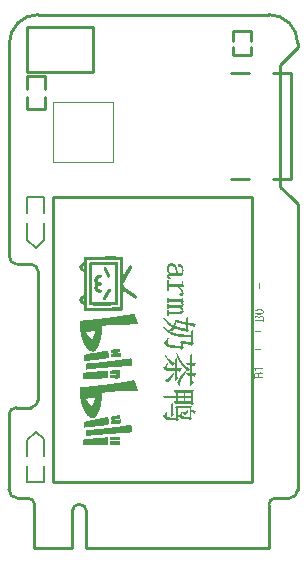
<source format=gbr>
%TF.GenerationSoftware,Altium Limited,Altium Designer,19.0.4 (130)*%
G04 Layer_Color=65535*
%FSLAX26Y26*%
%MOIN*%
%TF.FileFunction,Legend,Top*%
%TF.Part,Single*%
G01*
G75*
%TA.AperFunction,NonConductor*%
%ADD51C,0.010000*%
%ADD52C,0.008000*%
%ADD57C,0.003937*%
G36*
X3537262Y1987000D02*
X3543089Y1986982D01*
X3548353Y1986947D01*
X3553070Y1986896D01*
X3557253Y1986829D01*
X3560920Y1986744D01*
X3564083Y1986642D01*
X3566760Y1986523D01*
X3568964Y1986385D01*
X3570711Y1986230D01*
X3572016Y1986057D01*
X3572895Y1985864D01*
X3573361Y1985653D01*
X3573398Y1985622D01*
X3573434Y1985589D01*
X3573469Y1985553D01*
X3573504Y1985515D01*
X3573539Y1985475D01*
X3573573Y1985432D01*
X3573606Y1985388D01*
X3573640Y1985341D01*
X3573673Y1985292D01*
X3573706Y1985240D01*
X3573738Y1985186D01*
X3573769Y1985129D01*
X3573801Y1985070D01*
X3573832Y1985008D01*
X3573863Y1984944D01*
X3573893Y1984877D01*
X3573923Y1984808D01*
X3573952Y1984736D01*
X3573981Y1984661D01*
X3574010Y1984583D01*
X3574038Y1984503D01*
X3574066Y1984420D01*
X3574094Y1984334D01*
X3574121Y1984245D01*
X3574148Y1984153D01*
X3574174Y1984059D01*
X3574201Y1983961D01*
X3574226Y1983861D01*
X3574252Y1983757D01*
X3574277Y1983650D01*
X3574302Y1983540D01*
X3574326Y1983427D01*
X3574350Y1983311D01*
X3574374Y1983191D01*
X3574397Y1983068D01*
X3574420Y1982942D01*
X3574443Y1982813D01*
X3574465Y1982680D01*
X3574487Y1982544D01*
X3574508Y1982405D01*
X3574530Y1982262D01*
X3574551Y1982115D01*
X3574571Y1981965D01*
X3574591Y1981812D01*
X3574611Y1981655D01*
X3574631Y1981494D01*
X3574651Y1981329D01*
X3574669Y1981161D01*
X3574688Y1980989D01*
X3574707Y1980813D01*
X3574725Y1980634D01*
X3574742Y1980451D01*
X3574760Y1980264D01*
X3574777Y1980072D01*
X3574794Y1979877D01*
X3574810Y1979678D01*
X3574827Y1979475D01*
X3574843Y1979268D01*
X3574858Y1979057D01*
X3574874Y1978842D01*
X3574889Y1978622D01*
X3574903Y1978399D01*
X3574918Y1978171D01*
X3574932Y1977939D01*
X3574946Y1977703D01*
X3574959Y1977462D01*
X3574973Y1977217D01*
X3574986Y1976967D01*
X3574999Y1976714D01*
X3575011Y1976455D01*
X3575023Y1976192D01*
X3575035Y1975925D01*
X3575047Y1975653D01*
X3575059Y1975377D01*
X3575070Y1975095D01*
X3575081Y1974810D01*
X3575091Y1974519D01*
X3575102Y1974224D01*
X3575112Y1973924D01*
X3575122Y1973619D01*
X3575132Y1973310D01*
X3575141Y1972995D01*
X3575150Y1972676D01*
X3575159Y1972351D01*
X3575168Y1972022D01*
X3575176Y1971688D01*
X3575184Y1971348D01*
X3575192Y1971004D01*
X3575200Y1970654D01*
X3575208Y1970299D01*
X3575215Y1969939D01*
X3575222Y1969574D01*
X3575229Y1969204D01*
X3575235Y1968828D01*
X3575242Y1968447D01*
X3575248Y1968061D01*
X3575254Y1967669D01*
X3575260Y1967272D01*
X3575265Y1966869D01*
X3575270Y1966461D01*
X3575275Y1966048D01*
X3575280Y1965628D01*
X3575285Y1965204D01*
X3575289Y1964773D01*
X3575294Y1964337D01*
X3575298Y1963895D01*
X3575302Y1963448D01*
X3575305Y1962995D01*
X3575309Y1962535D01*
X3575312Y1962071D01*
X3575315Y1961600D01*
X3575318Y1961123D01*
X3575321Y1960640D01*
X3575323Y1960152D01*
X3575326Y1959657D01*
X3575328Y1959157D01*
X3575330Y1958650D01*
X3575332Y1958137D01*
X3575334Y1957618D01*
X3575335Y1957093D01*
X3575336Y1956561D01*
X3575338Y1956024D01*
X3575339Y1955480D01*
X3575340Y1954929D01*
X3575340Y1954373D01*
X3575341Y1953810D01*
X3575341Y1953240D01*
X3575341Y1952665D01*
X3575359Y1943643D01*
X3575415Y1936578D01*
X3575521Y1931285D01*
X3575690Y1927579D01*
X3575936Y1925276D01*
X3576270Y1924192D01*
X3576706Y1924142D01*
X3577256Y1924941D01*
X3577533Y1925466D01*
X3577844Y1926051D01*
X3578186Y1926694D01*
X3578557Y1927390D01*
X3578956Y1928136D01*
X3579381Y1928927D01*
X3579828Y1929759D01*
X3580296Y1930629D01*
X3580783Y1931532D01*
X3581286Y1932466D01*
X3581804Y1933424D01*
X3582335Y1934405D01*
X3582875Y1935403D01*
X3583424Y1936415D01*
X3583978Y1937437D01*
X3584536Y1938464D01*
X3585096Y1939494D01*
X3585655Y1940521D01*
X3586211Y1941543D01*
X3586763Y1942554D01*
X3587307Y1943552D01*
X3587843Y1944532D01*
X3588367Y1945490D01*
X3588878Y1946422D01*
X3589372Y1947325D01*
X3589850Y1948194D01*
X3590307Y1949025D01*
X3590742Y1949814D01*
X3591153Y1950558D01*
X3591538Y1951253D01*
X3591894Y1951894D01*
X3592220Y1952477D01*
X3592896Y1953583D01*
X3593624Y1954575D01*
X3594393Y1955453D01*
X3595195Y1956213D01*
X3596022Y1956854D01*
X3596864Y1957374D01*
X3597712Y1957770D01*
X3598558Y1958040D01*
X3599394Y1958183D01*
X3600209Y1958195D01*
X3600996Y1958076D01*
X3601745Y1957822D01*
X3602448Y1957431D01*
X3603096Y1956902D01*
X3603680Y1956232D01*
X3604191Y1955418D01*
X3604230Y1955346D01*
X3604268Y1955274D01*
X3604305Y1955204D01*
X3604342Y1955134D01*
X3604378Y1955065D01*
X3604413Y1954997D01*
X3604447Y1954929D01*
X3604480Y1954861D01*
X3604512Y1954795D01*
X3604544Y1954728D01*
X3604574Y1954661D01*
X3604603Y1954595D01*
X3604631Y1954529D01*
X3604658Y1954463D01*
X3604684Y1954396D01*
X3604708Y1954329D01*
X3604731Y1954262D01*
X3604753Y1954195D01*
X3604774Y1954127D01*
X3604793Y1954058D01*
X3604811Y1953989D01*
X3604827Y1953918D01*
X3604842Y1953848D01*
X3604855Y1953775D01*
X3604867Y1953702D01*
X3604877Y1953628D01*
X3604886Y1953553D01*
X3604892Y1953476D01*
X3604897Y1953398D01*
X3604900Y1953318D01*
X3604902Y1953237D01*
X3604901Y1953153D01*
X3604899Y1953069D01*
X3604894Y1952982D01*
X3604888Y1952893D01*
X3604880Y1952803D01*
X3604869Y1952710D01*
X3604857Y1952614D01*
X3604842Y1952517D01*
X3604825Y1952417D01*
X3604806Y1952315D01*
X3604785Y1952210D01*
X3604761Y1952102D01*
X3604735Y1951992D01*
X3604707Y1951878D01*
X3604676Y1951762D01*
X3604643Y1951642D01*
X3604607Y1951520D01*
X3604568Y1951394D01*
X3604528Y1951265D01*
X3604484Y1951133D01*
X3604438Y1950996D01*
X3604389Y1950857D01*
X3604337Y1950714D01*
X3604283Y1950566D01*
X3604226Y1950416D01*
X3604165Y1950261D01*
X3604102Y1950102D01*
X3604036Y1949938D01*
X3603967Y1949771D01*
X3603895Y1949599D01*
X3603820Y1949423D01*
X3603742Y1949243D01*
X3603661Y1949057D01*
X3603576Y1948868D01*
X3603488Y1948673D01*
X3603397Y1948473D01*
X3603303Y1948269D01*
X3603205Y1948059D01*
X3603104Y1947844D01*
X3603000Y1947624D01*
X3602892Y1947399D01*
X3602780Y1947168D01*
X3602665Y1946932D01*
X3602547Y1946690D01*
X3602425Y1946443D01*
X3602299Y1946190D01*
X3602169Y1945931D01*
X3602036Y1945666D01*
X3601898Y1945395D01*
X3601758Y1945117D01*
X3601613Y1944834D01*
X3601464Y1944544D01*
X3601311Y1944248D01*
X3601155Y1943945D01*
X3600994Y1943636D01*
X3600829Y1943320D01*
X3600660Y1942997D01*
X3600487Y1942667D01*
X3600310Y1942331D01*
X3600128Y1941987D01*
X3599943Y1941637D01*
X3599753Y1941278D01*
X3599558Y1940913D01*
X3599359Y1940541D01*
X3599156Y1940160D01*
X3598948Y1939773D01*
X3598736Y1939377D01*
X3598519Y1938974D01*
X3598298Y1938563D01*
X3598072Y1938144D01*
X3597842Y1937716D01*
X3597606Y1937281D01*
X3597366Y1936838D01*
X3597121Y1936386D01*
X3596872Y1935926D01*
X3596617Y1935457D01*
X3596358Y1934980D01*
X3596093Y1934494D01*
X3595824Y1933999D01*
X3595549Y1933496D01*
X3595269Y1932983D01*
X3594985Y1932462D01*
X3594695Y1931931D01*
X3594400Y1931391D01*
X3594100Y1930842D01*
X3593794Y1930283D01*
X3593484Y1929715D01*
X3593167Y1929138D01*
X3592846Y1928550D01*
X3592519Y1927953D01*
X3592186Y1927346D01*
X3591848Y1926729D01*
X3591505Y1926102D01*
X3591156Y1925465D01*
X3590801Y1924818D01*
X3590441Y1924160D01*
X3590075Y1923493D01*
X3589688Y1922787D01*
X3589269Y1922020D01*
X3588821Y1921199D01*
X3588348Y1920332D01*
X3587854Y1919425D01*
X3587343Y1918487D01*
X3586820Y1917524D01*
X3586288Y1916545D01*
X3585752Y1915557D01*
X3585215Y1914566D01*
X3584681Y1913581D01*
X3584155Y1912609D01*
X3583640Y1911658D01*
X3583142Y1910734D01*
X3582662Y1909845D01*
X3582206Y1908999D01*
X3581316Y1907363D01*
X3580430Y1905770D01*
X3579573Y1904258D01*
X3578768Y1902867D01*
X3578038Y1901638D01*
X3577406Y1900610D01*
X3576895Y1899823D01*
X3576530Y1899316D01*
X3576391Y1899115D01*
X3576261Y1898864D01*
X3576140Y1898567D01*
X3576029Y1898228D01*
X3575927Y1897851D01*
X3575836Y1897439D01*
X3575756Y1896996D01*
X3575687Y1896525D01*
X3575630Y1896031D01*
X3575585Y1895516D01*
X3575553Y1894985D01*
X3575534Y1894441D01*
X3575529Y1893888D01*
X3575538Y1893329D01*
X3575562Y1892768D01*
X3575602Y1892209D01*
X3575622Y1891979D01*
X3575643Y1891754D01*
X3575665Y1891533D01*
X3575689Y1891318D01*
X3575715Y1891108D01*
X3575742Y1890902D01*
X3575772Y1890701D01*
X3575804Y1890503D01*
X3575839Y1890310D01*
X3575876Y1890120D01*
X3575917Y1889933D01*
X3575961Y1889749D01*
X3576008Y1889568D01*
X3576060Y1889389D01*
X3576115Y1889213D01*
X3576174Y1889039D01*
X3576238Y1888867D01*
X3576307Y1888696D01*
X3576380Y1888527D01*
X3576458Y1888359D01*
X3576542Y1888191D01*
X3576631Y1888024D01*
X3576726Y1887858D01*
X3576827Y1887692D01*
X3576934Y1887525D01*
X3577048Y1887359D01*
X3577168Y1887191D01*
X3577295Y1887023D01*
X3577429Y1886854D01*
X3577570Y1886683D01*
X3577719Y1886511D01*
X3577876Y1886337D01*
X3578041Y1886161D01*
X3578214Y1885982D01*
X3578395Y1885801D01*
X3578585Y1885617D01*
X3578784Y1885430D01*
X3578992Y1885240D01*
X3579210Y1885046D01*
X3579437Y1884849D01*
X3579673Y1884648D01*
X3579920Y1884442D01*
X3580177Y1884231D01*
X3580444Y1884016D01*
X3580722Y1883796D01*
X3581011Y1883571D01*
X3581311Y1883340D01*
X3581623Y1883104D01*
X3581946Y1882861D01*
X3582280Y1882613D01*
X3582627Y1882357D01*
X3582986Y1882096D01*
X3583358Y1881827D01*
X3583742Y1881551D01*
X3584139Y1881267D01*
X3584549Y1880976D01*
X3584972Y1880677D01*
X3585409Y1880370D01*
X3585860Y1880054D01*
X3586325Y1879730D01*
X3586804Y1879397D01*
X3587298Y1879054D01*
X3587806Y1878703D01*
X3588329Y1878341D01*
X3588972Y1877898D01*
X3589634Y1877441D01*
X3590313Y1876972D01*
X3591008Y1876492D01*
X3591718Y1876002D01*
X3592441Y1875502D01*
X3593176Y1874995D01*
X3593921Y1874480D01*
X3594675Y1873959D01*
X3595435Y1873433D01*
X3596202Y1872903D01*
X3596973Y1872370D01*
X3597747Y1871835D01*
X3598523Y1871299D01*
X3599298Y1870762D01*
X3600073Y1870227D01*
X3600844Y1869693D01*
X3601610Y1869163D01*
X3602372Y1868636D01*
X3603125Y1868115D01*
X3603870Y1867599D01*
X3604605Y1867091D01*
X3605328Y1866590D01*
X3606038Y1866098D01*
X3606734Y1865617D01*
X3607413Y1865146D01*
X3608075Y1864688D01*
X3608718Y1864243D01*
X3609341Y1863811D01*
X3609941Y1863395D01*
X3610519Y1862995D01*
X3611072Y1862611D01*
X3612063Y1861918D01*
X3613002Y1861248D01*
X3613888Y1860603D01*
X3614722Y1859980D01*
X3615505Y1859378D01*
X3616237Y1858797D01*
X3616919Y1858235D01*
X3617551Y1857692D01*
X3618135Y1857166D01*
X3618669Y1856656D01*
X3619156Y1856162D01*
X3619595Y1855682D01*
X3619987Y1855215D01*
X3620333Y1854761D01*
X3620633Y1854317D01*
X3620888Y1853884D01*
X3621098Y1853461D01*
X3621264Y1853045D01*
X3621387Y1852636D01*
X3621467Y1852234D01*
X3621504Y1851837D01*
X3621499Y1851443D01*
X3621453Y1851053D01*
X3621366Y1850665D01*
X3621239Y1850278D01*
X3621073Y1849890D01*
X3620867Y1849502D01*
X3620623Y1849112D01*
X3620340Y1848718D01*
X3620021Y1848320D01*
X3619664Y1847918D01*
X3619271Y1847508D01*
X3619131Y1847367D01*
X3618994Y1847230D01*
X3618860Y1847098D01*
X3618731Y1846970D01*
X3618605Y1846847D01*
X3618482Y1846729D01*
X3618361Y1846617D01*
X3618243Y1846509D01*
X3618128Y1846406D01*
X3618014Y1846308D01*
X3617902Y1846216D01*
X3617791Y1846129D01*
X3617681Y1846047D01*
X3617572Y1845971D01*
X3617464Y1845900D01*
X3617356Y1845835D01*
X3617248Y1845776D01*
X3617140Y1845722D01*
X3617031Y1845674D01*
X3616921Y1845632D01*
X3616811Y1845597D01*
X3616698Y1845567D01*
X3616585Y1845543D01*
X3616469Y1845525D01*
X3616351Y1845514D01*
X3616231Y1845509D01*
X3616108Y1845511D01*
X3615981Y1845518D01*
X3615852Y1845533D01*
X3615719Y1845554D01*
X3615582Y1845582D01*
X3615441Y1845617D01*
X3615296Y1845658D01*
X3615146Y1845706D01*
X3614990Y1845762D01*
X3614830Y1845824D01*
X3614664Y1845894D01*
X3614493Y1845970D01*
X3614315Y1846055D01*
X3614131Y1846146D01*
X3613941Y1846245D01*
X3613743Y1846351D01*
X3613539Y1846465D01*
X3613327Y1846587D01*
X3613107Y1846716D01*
X3612879Y1846853D01*
X3612643Y1846998D01*
X3612399Y1847151D01*
X3612145Y1847312D01*
X3611883Y1847481D01*
X3611611Y1847659D01*
X3611330Y1847844D01*
X3611038Y1848038D01*
X3610737Y1848240D01*
X3610425Y1848450D01*
X3610102Y1848670D01*
X3609769Y1848897D01*
X3609424Y1849134D01*
X3609067Y1849379D01*
X3608699Y1849633D01*
X3608318Y1849896D01*
X3607925Y1850168D01*
X3607520Y1850448D01*
X3607102Y1850738D01*
X3606679Y1851031D01*
X3606231Y1851342D01*
X3605758Y1851669D01*
X3605263Y1852012D01*
X3604746Y1852370D01*
X3604209Y1852742D01*
X3603652Y1853128D01*
X3603078Y1853525D01*
X3602487Y1853935D01*
X3601881Y1854354D01*
X3601260Y1854784D01*
X3600627Y1855222D01*
X3599983Y1855669D01*
X3599328Y1856122D01*
X3598664Y1856582D01*
X3597993Y1857047D01*
X3597315Y1857516D01*
X3596632Y1857989D01*
X3595946Y1858465D01*
X3595256Y1858942D01*
X3594566Y1859420D01*
X3593875Y1859899D01*
X3593186Y1860376D01*
X3592499Y1860852D01*
X3591816Y1861325D01*
X3591137Y1861795D01*
X3590466Y1862260D01*
X3589802Y1862720D01*
X3589146Y1863174D01*
X3588501Y1863621D01*
X3587867Y1864060D01*
X3587247Y1864491D01*
X3575334Y1872739D01*
X3575311Y1841230D01*
X3575303Y1838011D01*
X3575284Y1834863D01*
X3575253Y1831805D01*
X3575212Y1828852D01*
X3575161Y1826022D01*
X3575101Y1823332D01*
X3575032Y1820799D01*
X3574956Y1818441D01*
X3574872Y1816274D01*
X3574782Y1814315D01*
X3574686Y1812582D01*
X3574584Y1811091D01*
X3574477Y1809860D01*
X3574366Y1808906D01*
X3574251Y1808245D01*
X3574133Y1807896D01*
X3574122Y1807879D01*
X3574110Y1807862D01*
X3574096Y1807845D01*
X3574081Y1807829D01*
X3574065Y1807813D01*
X3574048Y1807796D01*
X3574029Y1807780D01*
X3574009Y1807764D01*
X3573988Y1807748D01*
X3573966Y1807732D01*
X3573942Y1807717D01*
X3573917Y1807701D01*
X3573891Y1807685D01*
X3573863Y1807670D01*
X3573834Y1807655D01*
X3573804Y1807639D01*
X3573772Y1807624D01*
X3573739Y1807609D01*
X3573705Y1807594D01*
X3573669Y1807579D01*
X3573632Y1807565D01*
X3573594Y1807550D01*
X3573554Y1807535D01*
X3573513Y1807521D01*
X3573470Y1807506D01*
X3573427Y1807492D01*
X3573381Y1807478D01*
X3573334Y1807464D01*
X3573286Y1807450D01*
X3573236Y1807436D01*
X3573185Y1807422D01*
X3573133Y1807409D01*
X3573079Y1807395D01*
X3573023Y1807382D01*
X3572966Y1807368D01*
X3572907Y1807355D01*
X3572847Y1807342D01*
X3572786Y1807329D01*
X3572723Y1807316D01*
X3572658Y1807303D01*
X3572592Y1807290D01*
X3572524Y1807277D01*
X3572455Y1807265D01*
X3572384Y1807252D01*
X3572312Y1807240D01*
X3572238Y1807227D01*
X3572162Y1807215D01*
X3572085Y1807203D01*
X3572007Y1807191D01*
X3571926Y1807179D01*
X3571845Y1807167D01*
X3571761Y1807156D01*
X3571676Y1807144D01*
X3571589Y1807132D01*
X3571501Y1807121D01*
X3571410Y1807109D01*
X3571319Y1807098D01*
X3571225Y1807087D01*
X3571130Y1807076D01*
X3571033Y1807065D01*
X3570934Y1807054D01*
X3570834Y1807043D01*
X3570732Y1807032D01*
X3570629Y1807022D01*
X3570523Y1807011D01*
X3570416Y1807001D01*
X3570307Y1806990D01*
X3570196Y1806980D01*
X3570084Y1806970D01*
X3569970Y1806959D01*
X3569854Y1806949D01*
X3569736Y1806939D01*
X3569616Y1806930D01*
X3569495Y1806920D01*
X3569372Y1806910D01*
X3569247Y1806901D01*
X3569120Y1806891D01*
X3568991Y1806882D01*
X3568860Y1806872D01*
X3568728Y1806863D01*
X3568594Y1806854D01*
X3568458Y1806845D01*
X3568320Y1806836D01*
X3568180Y1806827D01*
X3568038Y1806819D01*
X3567894Y1806810D01*
X3567748Y1806801D01*
X3567601Y1806793D01*
X3567451Y1806784D01*
X3567300Y1806776D01*
X3567146Y1806768D01*
X3566991Y1806759D01*
X3566834Y1806751D01*
X3566674Y1806743D01*
X3566513Y1806735D01*
X3566350Y1806728D01*
X3566184Y1806720D01*
X3566017Y1806712D01*
X3565848Y1806705D01*
X3565677Y1806697D01*
X3565503Y1806690D01*
X3565328Y1806682D01*
X3565150Y1806675D01*
X3564971Y1806668D01*
X3564789Y1806661D01*
X3564606Y1806654D01*
X3564420Y1806647D01*
X3564232Y1806640D01*
X3564042Y1806633D01*
X3563850Y1806627D01*
X3563656Y1806620D01*
X3563460Y1806614D01*
X3563261Y1806607D01*
X3563061Y1806601D01*
X3562858Y1806595D01*
X3562653Y1806589D01*
X3562446Y1806583D01*
X3562237Y1806577D01*
X3562026Y1806571D01*
X3561812Y1806565D01*
X3561597Y1806559D01*
X3561379Y1806553D01*
X3561158Y1806548D01*
X3560936Y1806542D01*
X3560711Y1806537D01*
X3560485Y1806532D01*
X3560256Y1806526D01*
X3560024Y1806521D01*
X3559791Y1806516D01*
X3559555Y1806511D01*
X3559316Y1806506D01*
X3559076Y1806501D01*
X3558833Y1806496D01*
X3558588Y1806492D01*
X3558341Y1806487D01*
X3558091Y1806482D01*
X3557839Y1806478D01*
X3557585Y1806473D01*
X3557328Y1806469D01*
X3557069Y1806465D01*
X3556807Y1806461D01*
X3556544Y1806457D01*
X3556277Y1806453D01*
X3556009Y1806448D01*
X3555738Y1806445D01*
X3555464Y1806441D01*
X3555189Y1806437D01*
X3554910Y1806434D01*
X3554630Y1806430D01*
X3554347Y1806426D01*
X3554061Y1806423D01*
X3553773Y1806420D01*
X3553483Y1806416D01*
X3553190Y1806413D01*
X3552894Y1806410D01*
X3552596Y1806407D01*
X3552296Y1806404D01*
X3551993Y1806401D01*
X3551688Y1806398D01*
X3551380Y1806396D01*
X3551069Y1806393D01*
X3550756Y1806390D01*
X3550441Y1806388D01*
X3550123Y1806385D01*
X3549802Y1806383D01*
X3549479Y1806381D01*
X3549153Y1806378D01*
X3548824Y1806376D01*
X3548493Y1806374D01*
X3548160Y1806372D01*
X3547824Y1806370D01*
X3547485Y1806368D01*
X3547143Y1806366D01*
X3546799Y1806365D01*
X3546452Y1806363D01*
X3546103Y1806361D01*
X3545751Y1806360D01*
X3545396Y1806358D01*
X3545039Y1806357D01*
X3544679Y1806356D01*
X3544316Y1806354D01*
X3543950Y1806353D01*
X3543582Y1806352D01*
X3543211Y1806351D01*
X3542837Y1806350D01*
X3542461Y1806349D01*
X3542082Y1806348D01*
X3541700Y1806348D01*
X3541315Y1806347D01*
X3540928Y1806346D01*
X3540538Y1806346D01*
X3540145Y1806345D01*
X3539749Y1806345D01*
X3539350Y1806344D01*
X3538949Y1806344D01*
X3538544Y1806344D01*
X3538137Y1806344D01*
X3537727Y1806344D01*
X3536899D01*
X3536481Y1806344D01*
X3536059Y1806344D01*
X3535635Y1806344D01*
X3535208Y1806344D01*
X3534778Y1806345D01*
X3534345Y1806345D01*
X3533909Y1806346D01*
X3533470Y1806346D01*
X3533029Y1806347D01*
X3532584Y1806348D01*
X3532137Y1806348D01*
X3531686Y1806349D01*
X3531233Y1806350D01*
X3530776Y1806351D01*
X3530317Y1806352D01*
X3529854Y1806353D01*
X3529389Y1806354D01*
X3528921Y1806355D01*
X3528449Y1806357D01*
X3527975Y1806358D01*
X3527497Y1806359D01*
X3527017Y1806361D01*
X3526533Y1806362D01*
X3526047Y1806364D01*
X3525557Y1806366D01*
X3525064Y1806367D01*
X3524569Y1806369D01*
X3524070Y1806371D01*
X3523568Y1806373D01*
X3523063Y1806375D01*
X3522555Y1806377D01*
X3522043Y1806379D01*
X3521529Y1806381D01*
X3521011Y1806383D01*
X3520490Y1806385D01*
X3519967Y1806388D01*
X3519440Y1806390D01*
X3518909Y1806392D01*
X3518376Y1806395D01*
X3517840Y1806397D01*
X3517300Y1806400D01*
X3516757Y1806402D01*
X3516211Y1806405D01*
X3515661Y1806408D01*
X3515109Y1806411D01*
X3514553Y1806414D01*
X3513994Y1806417D01*
X3513431Y1806419D01*
X3512866Y1806423D01*
X3512297Y1806426D01*
X3511725Y1806429D01*
X3511149Y1806432D01*
X3510570Y1806435D01*
X3509988Y1806439D01*
X3509403Y1806442D01*
X3508814Y1806446D01*
X3444651Y1806828D01*
X3444227Y1816245D01*
X3443800Y1825666D01*
X3438055Y1828109D01*
X3437450Y1828383D01*
X3436859Y1828686D01*
X3436282Y1829016D01*
X3435719Y1829372D01*
X3435172Y1829753D01*
X3434642Y1830158D01*
X3434128Y1830584D01*
X3433631Y1831032D01*
X3433153Y1831499D01*
X3432693Y1831985D01*
X3432254Y1832489D01*
X3431834Y1833008D01*
X3431435Y1833543D01*
X3431058Y1834091D01*
X3430703Y1834651D01*
X3430371Y1835223D01*
X3430063Y1835805D01*
X3429779Y1836396D01*
X3429520Y1836994D01*
X3429286Y1837598D01*
X3429079Y1838208D01*
X3428899Y1838821D01*
X3428747Y1839437D01*
X3428623Y1840054D01*
X3428528Y1840672D01*
X3428463Y1841289D01*
X3428429Y1841903D01*
X3428425Y1842514D01*
X3428454Y1843120D01*
X3428515Y1843720D01*
X3428609Y1844313D01*
X3428736Y1844898D01*
X3429032Y1845827D01*
X3429454Y1846795D01*
X3429991Y1847790D01*
X3430627Y1848797D01*
X3431349Y1849802D01*
X3432143Y1850792D01*
X3432994Y1851753D01*
X3433889Y1852671D01*
X3434813Y1853532D01*
X3435753Y1854324D01*
X3436694Y1855031D01*
X3437623Y1855640D01*
X3438525Y1856138D01*
X3439387Y1856511D01*
X3440193Y1856745D01*
X3440932Y1856825D01*
X3441000Y1856826D01*
X3441068Y1856826D01*
X3441135Y1856827D01*
X3441201Y1856828D01*
X3441265Y1856830D01*
X3441329Y1856832D01*
X3441392Y1856836D01*
X3441453Y1856840D01*
X3441514Y1856846D01*
X3441573Y1856852D01*
X3441632Y1856860D01*
X3441690Y1856869D01*
X3441747Y1856880D01*
X3441802Y1856892D01*
X3441857Y1856906D01*
X3441911Y1856921D01*
X3441964Y1856939D01*
X3442015Y1856958D01*
X3442067Y1856980D01*
X3442117Y1857004D01*
X3442166Y1857030D01*
X3442214Y1857058D01*
X3442262Y1857089D01*
X3442308Y1857123D01*
X3442354Y1857160D01*
X3442398Y1857199D01*
X3442442Y1857241D01*
X3442485Y1857286D01*
X3442528Y1857335D01*
X3442569Y1857387D01*
X3442610Y1857442D01*
X3442649Y1857501D01*
X3442689Y1857563D01*
X3442727Y1857629D01*
X3442764Y1857699D01*
X3442801Y1857773D01*
X3442836Y1857850D01*
X3442872Y1857932D01*
X3442906Y1858018D01*
X3442939Y1858109D01*
X3442972Y1858204D01*
X3443004Y1858303D01*
X3443036Y1858407D01*
X3443066Y1858516D01*
X3443096Y1858630D01*
X3443125Y1858749D01*
X3443154Y1858873D01*
X3443182Y1859002D01*
X3443209Y1859137D01*
X3443235Y1859276D01*
X3443261Y1859422D01*
X3443287Y1859573D01*
X3443311Y1859730D01*
X3443335Y1859892D01*
X3443358Y1860061D01*
X3443381Y1860235D01*
X3443403Y1860416D01*
X3443425Y1860603D01*
X3443445Y1860797D01*
X3443466Y1860997D01*
X3443485Y1861203D01*
X3443505Y1861417D01*
X3443523Y1861637D01*
X3443541Y1861863D01*
X3443559Y1862098D01*
X3443576Y1862339D01*
X3443592Y1862587D01*
X3443608Y1862843D01*
X3443624Y1863106D01*
X3443638Y1863377D01*
X3443653Y1863655D01*
X3443667Y1863941D01*
X3443680Y1864235D01*
X3443693Y1864537D01*
X3443706Y1864847D01*
X3443718Y1865166D01*
X3443730Y1865492D01*
X3443741Y1865828D01*
X3443751Y1866171D01*
X3443762Y1866523D01*
X3443772Y1866884D01*
X3443781Y1867254D01*
X3443791Y1867633D01*
X3443799Y1868021D01*
X3443808Y1868418D01*
X3443816Y1868824D01*
X3443823Y1869239D01*
X3443831Y1869664D01*
X3443838Y1870099D01*
X3443844Y1870543D01*
X3443851Y1870998D01*
X3443857Y1871462D01*
X3443862Y1871936D01*
X3443868Y1872420D01*
X3443873Y1872915D01*
X3443878Y1873419D01*
X3443882Y1873935D01*
X3443886Y1874461D01*
X3443890Y1874997D01*
X3443894Y1875544D01*
X3443898Y1876103D01*
X3443901Y1876672D01*
X3443904Y1877252D01*
X3443907Y1877843D01*
X3443909Y1878446D01*
X3443912Y1879060D01*
X3443914Y1879686D01*
X3443916Y1880323D01*
X3443918Y1880972D01*
X3443919Y1881633D01*
X3443921Y1882306D01*
X3443922Y1882991D01*
X3443923Y1883688D01*
X3443924Y1884397D01*
X3443925Y1885119D01*
X3443926Y1885853D01*
X3443927Y1886599D01*
X3443927Y1887359D01*
X3443928Y1888131D01*
X3443928Y1888916D01*
X3443929Y1889714D01*
X3443929Y1890525D01*
X3443929Y1891350D01*
X3443929Y1892188D01*
X3443929Y1893039D01*
X3443930Y1893904D01*
Y1894782D01*
Y1895675D01*
Y1934527D01*
X3438300Y1937022D01*
X3437682Y1937312D01*
X3437078Y1937627D01*
X3436490Y1937967D01*
X3435918Y1938331D01*
X3435362Y1938717D01*
X3434823Y1939125D01*
X3434301Y1939553D01*
X3433798Y1940000D01*
X3433314Y1940465D01*
X3432849Y1940948D01*
X3432404Y1941447D01*
X3431980Y1941960D01*
X3431577Y1942488D01*
X3431195Y1943029D01*
X3430836Y1943582D01*
X3430500Y1944146D01*
X3430188Y1944719D01*
X3429900Y1945302D01*
X3429636Y1945892D01*
X3429398Y1946489D01*
X3429186Y1947091D01*
X3429001Y1947698D01*
X3428842Y1948309D01*
X3428712Y1948922D01*
X3428610Y1949536D01*
X3428536Y1950151D01*
X3428493Y1950765D01*
X3428479Y1951378D01*
X3428496Y1951988D01*
X3428545Y1952593D01*
X3428625Y1953194D01*
X3428738Y1953790D01*
X3428985Y1954669D01*
X3429341Y1955580D01*
X3429796Y1956512D01*
X3430343Y1957456D01*
X3430972Y1958401D01*
X3431673Y1959339D01*
X3432437Y1960260D01*
X3433254Y1961153D01*
X3434117Y1962010D01*
X3435014Y1962820D01*
X3435937Y1963574D01*
X3436877Y1964263D01*
X3437824Y1964876D01*
X3438769Y1965403D01*
X3439703Y1965836D01*
X3440617Y1966165D01*
X3440873Y1966245D01*
X3441116Y1966330D01*
X3441346Y1966420D01*
X3441563Y1966515D01*
X3441768Y1966619D01*
X3441961Y1966730D01*
X3442143Y1966852D01*
X3442313Y1966985D01*
X3442473Y1967131D01*
X3442623Y1967290D01*
X3442764Y1967464D01*
X3442895Y1967655D01*
X3443017Y1967863D01*
X3443131Y1968090D01*
X3443236Y1968337D01*
X3443335Y1968605D01*
X3443426Y1968896D01*
X3443510Y1969211D01*
X3443588Y1969551D01*
X3443660Y1969917D01*
X3443727Y1970311D01*
X3443789Y1970733D01*
X3443846Y1971186D01*
X3443899Y1971671D01*
X3443949Y1972188D01*
X3443995Y1972739D01*
X3444038Y1973325D01*
X3444079Y1973948D01*
X3444118Y1974609D01*
X3444155Y1975308D01*
X3444191Y1976048D01*
X3444227Y1976830D01*
X3444651Y1986540D01*
X3508021Y1986918D01*
X3516252Y1986961D01*
X3523858Y1986989D01*
X3530857Y1987003D01*
X3537262Y1987000D01*
D02*
G37*
G36*
X3610077Y1795599D02*
X3611073Y1795487D01*
X3611832Y1795281D01*
X3612392Y1794984D01*
X3612796Y1794599D01*
X3613081Y1794130D01*
X3613289Y1793579D01*
X3613338Y1793422D01*
X3613403Y1793232D01*
X3613481Y1793009D01*
X3613572Y1792755D01*
X3613677Y1792471D01*
X3613794Y1792157D01*
X3613923Y1791814D01*
X3614064Y1791444D01*
X3614216Y1791048D01*
X3614379Y1790627D01*
X3614553Y1790181D01*
X3614736Y1789713D01*
X3614930Y1789222D01*
X3615132Y1788711D01*
X3615343Y1788179D01*
X3615563Y1787629D01*
X3615790Y1787060D01*
X3616025Y1786475D01*
X3616267Y1785875D01*
X3616516Y1785259D01*
X3616771Y1784630D01*
X3617032Y1783988D01*
X3617298Y1783335D01*
X3617569Y1782672D01*
X3617845Y1781999D01*
X3618124Y1781318D01*
X3618408Y1780629D01*
X3618695Y1779934D01*
X3618984Y1779234D01*
X3619277Y1778530D01*
X3619571Y1777823D01*
X3619867Y1777113D01*
X3621014Y1774318D01*
X3622071Y1771653D01*
X3623015Y1769181D01*
X3623823Y1766964D01*
X3624474Y1765064D01*
X3624946Y1763545D01*
X3625217Y1762468D01*
X3625264Y1761897D01*
X3625244Y1761854D01*
X3625208Y1761812D01*
X3625153Y1761771D01*
X3625082Y1761730D01*
X3624993Y1761689D01*
X3624886Y1761649D01*
X3624763Y1761610D01*
X3624623Y1761571D01*
X3624465Y1761532D01*
X3624291Y1761493D01*
X3624100Y1761455D01*
X3623893Y1761418D01*
X3623669Y1761381D01*
X3623428Y1761344D01*
X3623171Y1761308D01*
X3622898Y1761273D01*
X3622608Y1761238D01*
X3622303Y1761203D01*
X3621981Y1761169D01*
X3621644Y1761135D01*
X3621291Y1761102D01*
X3620922Y1761070D01*
X3620538Y1761038D01*
X3620138Y1761006D01*
X3619723Y1760975D01*
X3619292Y1760944D01*
X3618847Y1760914D01*
X3618386Y1760885D01*
X3617910Y1760856D01*
X3617419Y1760828D01*
X3616913Y1760800D01*
X3616393Y1760773D01*
X3615858Y1760746D01*
X3615308Y1760720D01*
X3614744Y1760694D01*
X3614166Y1760669D01*
X3613573Y1760645D01*
X3612967Y1760621D01*
X3612346Y1760598D01*
X3611711Y1760575D01*
X3611063Y1760553D01*
X3610400Y1760531D01*
X3609724Y1760510D01*
X3609035Y1760490D01*
X3608331Y1760471D01*
X3607615Y1760452D01*
X3606885Y1760433D01*
X3606142Y1760415D01*
X3605386Y1760398D01*
X3604617Y1760382D01*
X3603835Y1760366D01*
X3603041Y1760351D01*
X3602233Y1760336D01*
X3601413Y1760322D01*
X3600580Y1760309D01*
X3599735Y1760297D01*
X3598878Y1760285D01*
X3598008Y1760274D01*
X3597127Y1760263D01*
X3596233Y1760254D01*
X3595327Y1760245D01*
X3594410Y1760236D01*
X3593480Y1760228D01*
X3592539Y1760222D01*
X3591126Y1760210D01*
X3589702Y1760197D01*
X3588271Y1760181D01*
X3586831Y1760163D01*
X3585383Y1760142D01*
X3583930Y1760120D01*
X3582470Y1760094D01*
X3581005Y1760067D01*
X3579535Y1760037D01*
X3578061Y1760006D01*
X3576583Y1759972D01*
X3575103Y1759936D01*
X3573620Y1759898D01*
X3572137Y1759858D01*
X3570652Y1759815D01*
X3569167Y1759771D01*
X3567682Y1759725D01*
X3566199Y1759677D01*
X3564717Y1759627D01*
X3563238Y1759575D01*
X3561762Y1759522D01*
X3560289Y1759467D01*
X3558821Y1759410D01*
X3557358Y1759351D01*
X3555901Y1759290D01*
X3554449Y1759228D01*
X3553005Y1759165D01*
X3551568Y1759099D01*
X3550140Y1759033D01*
X3548720Y1758964D01*
X3547310Y1758894D01*
X3545910Y1758823D01*
X3544520Y1758751D01*
X3543143Y1758676D01*
X3541777Y1758601D01*
X3540424Y1758524D01*
X3539085Y1758446D01*
X3537759Y1758367D01*
X3536449Y1758287D01*
X3535153Y1758205D01*
X3533874Y1758122D01*
X3532611Y1758039D01*
X3531366Y1757954D01*
X3530138Y1757868D01*
X3528929Y1757781D01*
X3527740Y1757693D01*
X3526570Y1757604D01*
X3525421Y1757514D01*
X3524293Y1757423D01*
X3523186Y1757332D01*
X3522103Y1757239D01*
X3521042Y1757146D01*
X3520005Y1757052D01*
X3518993Y1756957D01*
X3518005Y1756862D01*
X3517044Y1756766D01*
X3516108Y1756670D01*
X3515200Y1756572D01*
X3514319Y1756475D01*
X3513467Y1756377D01*
X3512644Y1756278D01*
X3511850Y1756179D01*
X3511086Y1756079D01*
X3510354Y1755979D01*
X3503856Y1755076D01*
X3503602Y1740368D01*
X3503574Y1739203D01*
X3503530Y1738025D01*
X3503472Y1736833D01*
X3503398Y1735629D01*
X3503310Y1734413D01*
X3503207Y1733187D01*
X3503090Y1731950D01*
X3502959Y1730704D01*
X3502815Y1729451D01*
X3502657Y1728189D01*
X3502487Y1726922D01*
X3502303Y1725648D01*
X3502108Y1724370D01*
X3501899Y1723088D01*
X3501679Y1721803D01*
X3501448Y1720516D01*
X3501204Y1719227D01*
X3500950Y1717938D01*
X3500685Y1716649D01*
X3500409Y1715361D01*
X3500123Y1714075D01*
X3499827Y1712792D01*
X3499521Y1711513D01*
X3499206Y1710239D01*
X3498881Y1708970D01*
X3498548Y1707707D01*
X3498206Y1706451D01*
X3497855Y1705204D01*
X3497497Y1703965D01*
X3497130Y1702736D01*
X3496756Y1701518D01*
X3496375Y1700311D01*
X3495986Y1699116D01*
X3495591Y1697935D01*
X3495190Y1696767D01*
X3494782Y1695614D01*
X3494368Y1694477D01*
X3493949Y1693357D01*
X3493524Y1692254D01*
X3493094Y1691169D01*
X3492660Y1690103D01*
X3492220Y1689057D01*
X3491777Y1688033D01*
X3491329Y1687029D01*
X3490878Y1686049D01*
X3490423Y1685091D01*
X3489965Y1684158D01*
X3489504Y1683250D01*
X3489041Y1682368D01*
X3488575Y1681513D01*
X3488107Y1680685D01*
X3487637Y1679886D01*
X3487166Y1679116D01*
X3486693Y1678377D01*
X3486219Y1677668D01*
X3485745Y1676992D01*
X3485270Y1676348D01*
X3484795Y1675738D01*
X3484320Y1675162D01*
X3483846Y1674622D01*
X3483372Y1674118D01*
X3482899Y1673651D01*
X3482427Y1673222D01*
X3481956Y1672832D01*
X3481608Y1672564D01*
X3481257Y1672309D01*
X3480903Y1672067D01*
X3480546Y1671837D01*
X3480186Y1671620D01*
X3479825Y1671416D01*
X3479460Y1671223D01*
X3479093Y1671043D01*
X3478723Y1670876D01*
X3478351Y1670720D01*
X3477977Y1670577D01*
X3477601Y1670446D01*
X3477222Y1670327D01*
X3476841Y1670219D01*
X3476459Y1670124D01*
X3476074Y1670040D01*
X3475687Y1669969D01*
X3475299Y1669909D01*
X3474908Y1669860D01*
X3474516Y1669823D01*
X3474122Y1669798D01*
X3473727Y1669784D01*
X3473330Y1669781D01*
X3472932Y1669790D01*
X3472532Y1669810D01*
X3472131Y1669841D01*
X3471728Y1669883D01*
X3471325Y1669937D01*
X3470920Y1670001D01*
X3470514Y1670076D01*
X3470107Y1670162D01*
X3469699Y1670259D01*
X3469290Y1670367D01*
X3468880Y1670485D01*
X3468469Y1670614D01*
X3468058Y1670754D01*
X3467646Y1670903D01*
X3467233Y1671064D01*
X3466820Y1671235D01*
X3466406Y1671416D01*
X3465992Y1671607D01*
X3465578Y1671809D01*
X3465163Y1672020D01*
X3464748Y1672242D01*
X3464333Y1672473D01*
X3463917Y1672715D01*
X3463502Y1672966D01*
X3463086Y1673227D01*
X3462671Y1673498D01*
X3462256Y1673779D01*
X3461841Y1674069D01*
X3461426Y1674369D01*
X3461012Y1674678D01*
X3460598Y1674996D01*
X3460184Y1675324D01*
X3459771Y1675661D01*
X3459359Y1676008D01*
X3458947Y1676363D01*
X3458536Y1676728D01*
X3458126Y1677101D01*
X3457716Y1677484D01*
X3457307Y1677876D01*
X3456900Y1678276D01*
X3456493Y1678685D01*
X3456087Y1679103D01*
X3455683Y1679529D01*
X3455280Y1679964D01*
X3454878Y1680408D01*
X3454477Y1680860D01*
X3454077Y1681320D01*
X3453680Y1681789D01*
X3453283Y1682266D01*
X3452888Y1682751D01*
X3452495Y1683245D01*
X3452104Y1683746D01*
X3451714Y1684255D01*
X3451326Y1684773D01*
X3450940Y1685298D01*
X3450556Y1685831D01*
X3450174Y1686372D01*
X3449794Y1686921D01*
X3449416Y1687477D01*
X3449040Y1688041D01*
X3448667Y1688612D01*
X3448296Y1689190D01*
X3447927Y1689776D01*
X3447561Y1690370D01*
X3447197Y1690970D01*
X3446836Y1691578D01*
X3446477Y1692193D01*
X3446121Y1692815D01*
X3445768Y1693444D01*
X3445418Y1694080D01*
X3445070Y1694723D01*
X3444726Y1695372D01*
X3444385Y1696028D01*
X3444046Y1696691D01*
X3443711Y1697361D01*
X3443379Y1698037D01*
X3443050Y1698720D01*
X3442725Y1699409D01*
X3442402Y1700104D01*
X3442084Y1700806D01*
X3441769Y1701514D01*
X3441457Y1702228D01*
X3441149Y1702948D01*
X3440845Y1703674D01*
X3440544Y1704407D01*
X3440247Y1705145D01*
X3439955Y1705889D01*
X3439666Y1706638D01*
X3439381Y1707394D01*
X3439100Y1708155D01*
X3438823Y1708922D01*
X3438551Y1709694D01*
X3438283Y1710472D01*
X3438019Y1711255D01*
X3437759Y1712044D01*
X3437504Y1712837D01*
X3437254Y1713636D01*
X3437008Y1714440D01*
X3436766Y1715250D01*
X3436530Y1716064D01*
X3436298Y1716883D01*
X3436070Y1717707D01*
X3435848Y1718536D01*
X3435631Y1719370D01*
X3435419Y1720208D01*
X3434378Y1724608D01*
X3433423Y1729102D01*
X3432557Y1733640D01*
X3431784Y1738169D01*
X3431109Y1742637D01*
X3430536Y1746991D01*
X3430068Y1751179D01*
X3429710Y1755149D01*
X3429467Y1758849D01*
X3429341Y1762226D01*
X3429337Y1765227D01*
X3429460Y1767802D01*
X3429713Y1769896D01*
X3430100Y1771459D01*
X3430626Y1772437D01*
X3431294Y1772778D01*
X3431412Y1772782D01*
X3431576Y1772791D01*
X3431786Y1772805D01*
X3432041Y1772824D01*
X3432338Y1772848D01*
X3432678Y1772877D01*
X3433058Y1772910D01*
X3433477Y1772948D01*
X3433934Y1772990D01*
X3434428Y1773037D01*
X3434957Y1773088D01*
X3435520Y1773142D01*
X3436115Y1773201D01*
X3436742Y1773263D01*
X3437398Y1773329D01*
X3438084Y1773398D01*
X3438797Y1773471D01*
X3439535Y1773547D01*
X3440299Y1773626D01*
X3441086Y1773707D01*
X3441894Y1773792D01*
X3442724Y1773879D01*
X3443573Y1773969D01*
X3444440Y1774061D01*
X3445324Y1774155D01*
X3446224Y1774252D01*
X3447137Y1774351D01*
X3448064Y1774451D01*
X3449002Y1774553D01*
X3449950Y1774657D01*
X3450907Y1774762D01*
X3451872Y1774869D01*
X3452856Y1774977D01*
X3453874Y1775088D01*
X3454921Y1775202D01*
X3455996Y1775317D01*
X3457097Y1775435D01*
X3458220Y1775554D01*
X3459365Y1775675D01*
X3460528Y1775797D01*
X3461707Y1775920D01*
X3462900Y1776044D01*
X3464104Y1776168D01*
X3465318Y1776293D01*
X3466539Y1776418D01*
X3467764Y1776543D01*
X3468992Y1776667D01*
X3470220Y1776791D01*
X3471445Y1776914D01*
X3472666Y1777035D01*
X3473879Y1777156D01*
X3475084Y1777275D01*
X3476276Y1777392D01*
X3477455Y1777507D01*
X3478618Y1777620D01*
X3479762Y1777731D01*
X3480886Y1777839D01*
X3481986Y1777944D01*
X3483061Y1778045D01*
X3484108Y1778144D01*
X3485124Y1778238D01*
X3486109Y1778329D01*
X3487059Y1778416D01*
X3487972Y1778498D01*
X3488500Y1778546D01*
X3489036Y1778595D01*
X3489579Y1778646D01*
X3490130Y1778698D01*
X3490688Y1778751D01*
X3491252Y1778806D01*
X3491824Y1778862D01*
X3492402Y1778919D01*
X3492987Y1778978D01*
X3493579Y1779038D01*
X3494177Y1779099D01*
X3494781Y1779161D01*
X3495392Y1779225D01*
X3496009Y1779290D01*
X3496632Y1779356D01*
X3497260Y1779423D01*
X3497895Y1779492D01*
X3498535Y1779562D01*
X3499181Y1779632D01*
X3499832Y1779704D01*
X3500489Y1779777D01*
X3501151Y1779852D01*
X3501818Y1779927D01*
X3502489Y1780003D01*
X3503166Y1780081D01*
X3503848Y1780159D01*
X3504534Y1780239D01*
X3505225Y1780319D01*
X3505920Y1780401D01*
X3506620Y1780483D01*
X3507324Y1780567D01*
X3508032Y1780651D01*
X3508744Y1780736D01*
X3509460Y1780823D01*
X3510180Y1780910D01*
X3510903Y1780998D01*
X3511630Y1781087D01*
X3512360Y1781177D01*
X3513094Y1781267D01*
X3513831Y1781359D01*
X3514571Y1781451D01*
X3515314Y1781544D01*
X3516060Y1781638D01*
X3516809Y1781733D01*
X3517560Y1781828D01*
X3518314Y1781925D01*
X3519070Y1782021D01*
X3519829Y1782119D01*
X3520590Y1782217D01*
X3521353Y1782316D01*
X3522118Y1782416D01*
X3522885Y1782516D01*
X3523654Y1782617D01*
X3524425Y1782718D01*
X3525197Y1782821D01*
X3525970Y1782923D01*
X3526745Y1783027D01*
X3527521Y1783130D01*
X3528298Y1783235D01*
X3529076Y1783340D01*
X3529855Y1783445D01*
X3530634Y1783551D01*
X3531415Y1783657D01*
X3532196Y1783764D01*
X3532977Y1783871D01*
X3533759Y1783979D01*
X3534541Y1784087D01*
X3535323Y1784196D01*
X3536105Y1784305D01*
X3536887Y1784414D01*
X3537668Y1784524D01*
X3538450Y1784634D01*
X3539231Y1784744D01*
X3540011Y1784855D01*
X3540791Y1784966D01*
X3541570Y1785077D01*
X3542347Y1785188D01*
X3543124Y1785300D01*
X3543900Y1785412D01*
X3544675Y1785524D01*
X3545448Y1785637D01*
X3546220Y1785749D01*
X3546990Y1785862D01*
X3547759Y1785975D01*
X3548526Y1786088D01*
X3549290Y1786201D01*
X3550053Y1786315D01*
X3550814Y1786428D01*
X3551573Y1786542D01*
X3552329Y1786655D01*
X3553082Y1786769D01*
X3553833Y1786882D01*
X3554582Y1786996D01*
X3555327Y1787110D01*
X3556070Y1787223D01*
X3556810Y1787337D01*
X3557547Y1787450D01*
X3558280Y1787564D01*
X3559010Y1787677D01*
X3559736Y1787791D01*
X3560459Y1787904D01*
X3561179Y1788017D01*
X3561894Y1788130D01*
X3562606Y1788243D01*
X3563313Y1788356D01*
X3564017Y1788468D01*
X3564716Y1788581D01*
X3565411Y1788693D01*
X3566101Y1788804D01*
X3566787Y1788916D01*
X3567468Y1789028D01*
X3568144Y1789139D01*
X3568816Y1789249D01*
X3569482Y1789360D01*
X3570143Y1789470D01*
X3570799Y1789580D01*
X3571450Y1789690D01*
X3572095Y1789799D01*
X3572735Y1789908D01*
X3573369Y1790016D01*
X3573997Y1790124D01*
X3574619Y1790232D01*
X3575235Y1790339D01*
X3575845Y1790446D01*
X3576449Y1790552D01*
X3577046Y1790658D01*
X3577637Y1790763D01*
X3578222Y1790868D01*
X3583799Y1791866D01*
X3588738Y1792739D01*
X3593079Y1793491D01*
X3596861Y1794124D01*
X3600126Y1794641D01*
X3602912Y1795045D01*
X3605260Y1795340D01*
X3607211Y1795529D01*
X3608803Y1795614D01*
X3610077Y1795599D01*
D02*
G37*
G36*
X3562673Y1679481D02*
X3563331Y1679380D01*
X3563527Y1679280D01*
X3563716Y1679132D01*
X3563899Y1678940D01*
X3564073Y1678706D01*
X3564239Y1678433D01*
X3564395Y1678124D01*
X3564540Y1677782D01*
X3564674Y1677409D01*
X3564796Y1677008D01*
X3564904Y1676581D01*
X3564998Y1676133D01*
X3565077Y1675664D01*
X3565140Y1675179D01*
X3565186Y1674679D01*
X3565215Y1674168D01*
X3565224Y1673648D01*
X3565217Y1672879D01*
X3565193Y1672187D01*
X3565149Y1671567D01*
X3565082Y1671014D01*
X3564987Y1670523D01*
X3564861Y1670089D01*
X3564700Y1669706D01*
X3564503Y1669369D01*
X3564263Y1669074D01*
X3563979Y1668815D01*
X3563646Y1668588D01*
X3563261Y1668387D01*
X3562821Y1668207D01*
X3562321Y1668043D01*
X3561760Y1667890D01*
X3561131Y1667743D01*
X3559581Y1667427D01*
X3557832Y1667117D01*
X3555924Y1666815D01*
X3553897Y1666526D01*
X3551790Y1666253D01*
X3549642Y1666000D01*
X3547495Y1665769D01*
X3545387Y1665566D01*
X3543357Y1665392D01*
X3541446Y1665253D01*
X3539694Y1665152D01*
X3538139Y1665092D01*
X3536822Y1665077D01*
X3535782Y1665110D01*
X3535058Y1665195D01*
X3534691Y1665336D01*
X3534124Y1666210D01*
X3533594Y1667581D01*
X3533134Y1669261D01*
X3532776Y1671061D01*
X3532550Y1672791D01*
X3532488Y1674262D01*
X3532622Y1675284D01*
X3532981Y1675669D01*
X3533061Y1675673D01*
X3533174Y1675681D01*
X3533321Y1675696D01*
X3533500Y1675716D01*
X3533711Y1675741D01*
X3533952Y1675771D01*
X3534223Y1675806D01*
X3534522Y1675846D01*
X3534849Y1675891D01*
X3535202Y1675940D01*
X3535582Y1675994D01*
X3535986Y1676052D01*
X3536414Y1676114D01*
X3536865Y1676180D01*
X3537337Y1676250D01*
X3537831Y1676323D01*
X3538345Y1676401D01*
X3538878Y1676482D01*
X3539429Y1676565D01*
X3539997Y1676653D01*
X3540581Y1676743D01*
X3541181Y1676836D01*
X3541795Y1676932D01*
X3542422Y1677030D01*
X3543062Y1677131D01*
X3543713Y1677234D01*
X3544375Y1677339D01*
X3545046Y1677446D01*
X3545727Y1677555D01*
X3546414Y1677666D01*
X3547108Y1677779D01*
X3547809Y1677892D01*
X3550585Y1678323D01*
X3553250Y1678696D01*
X3555740Y1679005D01*
X3557990Y1679244D01*
X3559939Y1679407D01*
X3561521Y1679488D01*
X3562673Y1679481D01*
D02*
G37*
G36*
X3563038Y1665517D02*
X3563358Y1665512D01*
X3563659Y1665504D01*
X3563940Y1665489D01*
X3564204Y1665469D01*
X3564450Y1665442D01*
X3564680Y1665407D01*
X3564893Y1665363D01*
X3565090Y1665309D01*
X3565273Y1665244D01*
X3565441Y1665167D01*
X3565595Y1665078D01*
X3565735Y1664975D01*
X3565863Y1664856D01*
X3565979Y1664723D01*
X3566083Y1664572D01*
X3566177Y1664404D01*
X3566259Y1664218D01*
X3566333Y1664012D01*
X3566397Y1663785D01*
X3566452Y1663537D01*
X3566500Y1663266D01*
X3566540Y1662973D01*
X3566574Y1662655D01*
X3566601Y1662311D01*
X3566623Y1661941D01*
X3566640Y1661545D01*
X3566652Y1661120D01*
X3566660Y1660665D01*
X3566666Y1660181D01*
X3566669Y1659666D01*
X3566669Y1659119D01*
Y1652718D01*
X3555479Y1651674D01*
X3553585Y1651496D01*
X3551816Y1651330D01*
X3550166Y1651175D01*
X3548633Y1651034D01*
X3547211Y1650906D01*
X3545896Y1650793D01*
X3544684Y1650696D01*
X3543570Y1650616D01*
X3542551Y1650553D01*
X3541621Y1650509D01*
X3540777Y1650485D01*
X3540015Y1650482D01*
X3539329Y1650499D01*
X3538716Y1650540D01*
X3538171Y1650604D01*
X3537690Y1650693D01*
X3537269Y1650807D01*
X3536904Y1650947D01*
X3536589Y1651115D01*
X3536322Y1651311D01*
X3536096Y1651537D01*
X3535909Y1651793D01*
X3535756Y1652080D01*
X3535632Y1652399D01*
X3535534Y1652752D01*
X3535456Y1653138D01*
X3535395Y1653560D01*
X3535347Y1654018D01*
X3535306Y1654513D01*
X3535269Y1655046D01*
X3535232Y1655618D01*
X3535189Y1656229D01*
X3534758Y1662159D01*
X3546744Y1663839D01*
X3547985Y1664010D01*
X3549232Y1664176D01*
X3550476Y1664337D01*
X3551710Y1664491D01*
X3552925Y1664638D01*
X3554112Y1664776D01*
X3555264Y1664906D01*
X3556373Y1665025D01*
X3557430Y1665134D01*
X3558428Y1665231D01*
X3559357Y1665315D01*
X3560211Y1665386D01*
X3560979Y1665443D01*
X3561656Y1665484D01*
X3562232Y1665510D01*
X3562698Y1665518D01*
X3563038Y1665517D01*
D02*
G37*
G36*
X3522342Y1673300D02*
X3523230Y1673190D01*
X3523715Y1672975D01*
X3523849Y1672809D01*
X3523992Y1672576D01*
X3524142Y1672280D01*
X3524298Y1671925D01*
X3524458Y1671515D01*
X3524621Y1671055D01*
X3524787Y1670549D01*
X3524953Y1670001D01*
X3525119Y1669416D01*
X3525282Y1668797D01*
X3525443Y1668150D01*
X3525600Y1667478D01*
X3525751Y1666786D01*
X3525895Y1666077D01*
X3526032Y1665357D01*
X3526159Y1664630D01*
X3526691Y1661308D01*
X3527080Y1658551D01*
X3527327Y1656289D01*
X3527432Y1654449D01*
X3527397Y1652961D01*
X3527225Y1651755D01*
X3526916Y1650760D01*
X3526472Y1649905D01*
X3526350Y1649772D01*
X3526148Y1649633D01*
X3525870Y1649487D01*
X3525516Y1649334D01*
X3525089Y1649176D01*
X3524592Y1649012D01*
X3524026Y1648842D01*
X3523393Y1648668D01*
X3522695Y1648488D01*
X3521936Y1648304D01*
X3521116Y1648116D01*
X3520239Y1647923D01*
X3519305Y1647727D01*
X3518318Y1647528D01*
X3517279Y1647325D01*
X3516191Y1647119D01*
X3515055Y1646911D01*
X3513875Y1646700D01*
X3512651Y1646488D01*
X3511387Y1646273D01*
X3510084Y1646058D01*
X3508744Y1645841D01*
X3507370Y1645623D01*
X3505963Y1645404D01*
X3504527Y1645186D01*
X3503062Y1644967D01*
X3501572Y1644748D01*
X3500058Y1644530D01*
X3498522Y1644313D01*
X3496967Y1644097D01*
X3495394Y1643882D01*
X3493807Y1643669D01*
X3492206Y1643458D01*
X3490595Y1643249D01*
X3488975Y1643043D01*
X3487348Y1642840D01*
X3485717Y1642639D01*
X3484084Y1642443D01*
X3482450Y1642249D01*
X3480819Y1642060D01*
X3479191Y1641875D01*
X3477570Y1641694D01*
X3475958Y1641519D01*
X3474356Y1641348D01*
X3472766Y1641183D01*
X3471192Y1641023D01*
X3469634Y1640870D01*
X3468096Y1640722D01*
X3466579Y1640581D01*
X3465085Y1640447D01*
X3463617Y1640320D01*
X3462177Y1640201D01*
X3460767Y1640089D01*
X3459388Y1639985D01*
X3458044Y1639889D01*
X3456736Y1639802D01*
X3455466Y1639724D01*
X3454237Y1639654D01*
X3453051Y1639594D01*
X3451909Y1639544D01*
X3450815Y1639504D01*
X3449769Y1639474D01*
X3448775Y1639454D01*
X3447834Y1639446D01*
X3443798Y1639431D01*
X3444224Y1649110D01*
X3444651Y1658785D01*
X3472088Y1664197D01*
X3473510Y1664478D01*
X3474943Y1664761D01*
X3476385Y1665045D01*
X3477834Y1665332D01*
X3479287Y1665619D01*
X3480742Y1665906D01*
X3482195Y1666194D01*
X3483646Y1666481D01*
X3485091Y1666767D01*
X3486527Y1667051D01*
X3487953Y1667334D01*
X3489366Y1667614D01*
X3490762Y1667891D01*
X3492141Y1668164D01*
X3493499Y1668434D01*
X3494833Y1668699D01*
X3496142Y1668959D01*
X3497422Y1669213D01*
X3498672Y1669462D01*
X3499889Y1669704D01*
X3501070Y1669939D01*
X3502212Y1670167D01*
X3503314Y1670386D01*
X3504373Y1670598D01*
X3505386Y1670800D01*
X3506351Y1670993D01*
X3507265Y1671176D01*
X3508126Y1671349D01*
X3508932Y1671511D01*
X3509679Y1671661D01*
X3510366Y1671799D01*
X3510990Y1671926D01*
X3513383Y1672378D01*
X3515633Y1672746D01*
X3517698Y1673026D01*
X3519533Y1673214D01*
X3521095Y1673307D01*
X3522342Y1673300D01*
D02*
G37*
G36*
X3600720Y1647289D02*
X3601419Y1647130D01*
X3601538Y1646983D01*
X3601661Y1646789D01*
X3601785Y1646551D01*
X3601910Y1646272D01*
X3602035Y1645954D01*
X3602159Y1645602D01*
X3602281Y1645219D01*
X3602401Y1644807D01*
X3602517Y1644370D01*
X3602629Y1643912D01*
X3602735Y1643434D01*
X3602836Y1642941D01*
X3602929Y1642436D01*
X3603014Y1641922D01*
X3603090Y1641401D01*
X3603157Y1640879D01*
X3603437Y1638398D01*
X3603668Y1636151D01*
X3603848Y1634126D01*
X3603977Y1632312D01*
X3604052Y1630697D01*
X3604072Y1629270D01*
X3604037Y1628020D01*
X3603944Y1626936D01*
X3603792Y1626006D01*
X3603579Y1625218D01*
X3603306Y1624563D01*
X3602969Y1624027D01*
X3602568Y1623601D01*
X3602101Y1623272D01*
X3601566Y1623030D01*
X3600963Y1622862D01*
X3600869Y1622844D01*
X3600752Y1622824D01*
X3600613Y1622803D01*
X3600453Y1622781D01*
X3600271Y1622757D01*
X3600069Y1622732D01*
X3599847Y1622706D01*
X3599604Y1622678D01*
X3599341Y1622649D01*
X3599058Y1622619D01*
X3598756Y1622587D01*
X3598435Y1622555D01*
X3598096Y1622521D01*
X3597738Y1622486D01*
X3597361Y1622450D01*
X3596967Y1622413D01*
X3596556Y1622375D01*
X3596127Y1622336D01*
X3595682Y1622296D01*
X3595219Y1622255D01*
X3594741Y1622213D01*
X3594247Y1622169D01*
X3593736Y1622126D01*
X3593211Y1622081D01*
X3592670Y1622035D01*
X3592115Y1621989D01*
X3591545Y1621941D01*
X3590961Y1621893D01*
X3590363Y1621844D01*
X3589751Y1621795D01*
X3589127Y1621744D01*
X3588489Y1621693D01*
X3587838Y1621641D01*
X3587176Y1621589D01*
X3586501Y1621536D01*
X3585815Y1621483D01*
X3585117Y1621428D01*
X3584408Y1621374D01*
X3583688Y1621319D01*
X3582957Y1621263D01*
X3582217Y1621207D01*
X3581466Y1621150D01*
X3580706Y1621093D01*
X3579937Y1621035D01*
X3579158Y1620978D01*
X3578371Y1620919D01*
X3577575Y1620861D01*
X3576772Y1620802D01*
X3575960Y1620743D01*
X3575141Y1620684D01*
X3574315Y1620624D01*
X3573482Y1620564D01*
X3572642Y1620504D01*
X3571797Y1620444D01*
X3570945Y1620384D01*
X3570087Y1620323D01*
X3569224Y1620263D01*
X3568356Y1620202D01*
X3567484Y1620141D01*
X3566606Y1620081D01*
X3565725Y1620020D01*
X3564840Y1619959D01*
X3563951Y1619899D01*
X3563059Y1619839D01*
X3561441Y1619728D01*
X3559789Y1619615D01*
X3558106Y1619498D01*
X3556394Y1619377D01*
X3554654Y1619254D01*
X3552888Y1619127D01*
X3551097Y1618998D01*
X3549282Y1618865D01*
X3547446Y1618730D01*
X3545590Y1618593D01*
X3543715Y1618453D01*
X3541822Y1618311D01*
X3539914Y1618167D01*
X3537992Y1618021D01*
X3536058Y1617873D01*
X3534112Y1617723D01*
X3532157Y1617572D01*
X3530194Y1617419D01*
X3528225Y1617265D01*
X3526251Y1617110D01*
X3524273Y1616953D01*
X3522294Y1616796D01*
X3520314Y1616637D01*
X3518336Y1616478D01*
X3516361Y1616319D01*
X3514390Y1616159D01*
X3512425Y1615998D01*
X3510467Y1615838D01*
X3508519Y1615677D01*
X3506581Y1615517D01*
X3504655Y1615357D01*
X3502742Y1615197D01*
X3500845Y1615037D01*
X3498965Y1614878D01*
X3497102Y1614720D01*
X3495260Y1614562D01*
X3493439Y1614406D01*
X3491640Y1614251D01*
X3489866Y1614096D01*
X3488118Y1613944D01*
X3486397Y1613792D01*
X3484706Y1613643D01*
X3483045Y1613495D01*
X3481416Y1613349D01*
X3479820Y1613205D01*
X3478260Y1613063D01*
X3476736Y1612923D01*
X3475251Y1612786D01*
X3473805Y1612651D01*
X3472401Y1612519D01*
X3471040Y1612390D01*
X3469723Y1612263D01*
X3468452Y1612140D01*
X3467228Y1612020D01*
X3466053Y1611903D01*
X3464929Y1611789D01*
X3463857Y1611679D01*
X3462838Y1611573D01*
X3461875Y1611470D01*
X3460968Y1611372D01*
X3460120Y1611277D01*
X3459331Y1611187D01*
X3458604Y1611101D01*
X3457939Y1611020D01*
X3451012Y1610151D01*
X3451441Y1620079D01*
X3451872Y1630008D01*
X3458369Y1630376D01*
X3458847Y1630403D01*
X3459344Y1630434D01*
X3459859Y1630467D01*
X3460391Y1630502D01*
X3460942Y1630541D01*
X3461510Y1630581D01*
X3462095Y1630625D01*
X3462697Y1630670D01*
X3463315Y1630718D01*
X3463950Y1630769D01*
X3464601Y1630822D01*
X3465268Y1630877D01*
X3465950Y1630935D01*
X3466648Y1630995D01*
X3467360Y1631057D01*
X3468088Y1631121D01*
X3468830Y1631188D01*
X3469586Y1631256D01*
X3470356Y1631327D01*
X3471139Y1631400D01*
X3471936Y1631475D01*
X3472746Y1631552D01*
X3473569Y1631631D01*
X3474404Y1631712D01*
X3475252Y1631794D01*
X3476111Y1631879D01*
X3476983Y1631966D01*
X3477865Y1632054D01*
X3478760Y1632144D01*
X3479664Y1632236D01*
X3480580Y1632330D01*
X3481506Y1632425D01*
X3482442Y1632522D01*
X3483388Y1632621D01*
X3484343Y1632721D01*
X3485308Y1632823D01*
X3486282Y1632926D01*
X3487264Y1633031D01*
X3488255Y1633137D01*
X3489255Y1633245D01*
X3490262Y1633354D01*
X3491276Y1633464D01*
X3492298Y1633576D01*
X3493328Y1633689D01*
X3494364Y1633804D01*
X3495406Y1633919D01*
X3496455Y1634036D01*
X3497510Y1634154D01*
X3498571Y1634273D01*
X3499637Y1634393D01*
X3500709Y1634515D01*
X3501785Y1634637D01*
X3502866Y1634761D01*
X3503951Y1634885D01*
X3505041Y1635010D01*
X3506134Y1635137D01*
X3507231Y1635264D01*
X3508331Y1635392D01*
X3509434Y1635521D01*
X3510540Y1635650D01*
X3511649Y1635781D01*
X3512760Y1635912D01*
X3513872Y1636043D01*
X3514987Y1636176D01*
X3516102Y1636309D01*
X3517219Y1636443D01*
X3518337Y1636577D01*
X3519455Y1636711D01*
X3520574Y1636847D01*
X3521692Y1636982D01*
X3522811Y1637119D01*
X3523929Y1637255D01*
X3525046Y1637392D01*
X3526162Y1637529D01*
X3527277Y1637667D01*
X3528390Y1637804D01*
X3529501Y1637943D01*
X3530610Y1638081D01*
X3531717Y1638219D01*
X3532821Y1638358D01*
X3533922Y1638496D01*
X3535020Y1638635D01*
X3536115Y1638774D01*
X3537205Y1638913D01*
X3538292Y1639051D01*
X3539374Y1639190D01*
X3540452Y1639329D01*
X3541525Y1639467D01*
X3542592Y1639606D01*
X3543655Y1639744D01*
X3544711Y1639882D01*
X3545762Y1640019D01*
X3546807Y1640157D01*
X3547845Y1640294D01*
X3548876Y1640431D01*
X3549900Y1640567D01*
X3550917Y1640703D01*
X3551926Y1640839D01*
X3552928Y1640974D01*
X3553921Y1641108D01*
X3554906Y1641242D01*
X3555882Y1641376D01*
X3556850Y1641508D01*
X3557808Y1641640D01*
X3558756Y1641772D01*
X3559695Y1641903D01*
X3560624Y1642033D01*
X3561543Y1642162D01*
X3562451Y1642291D01*
X3563348Y1642418D01*
X3564234Y1642545D01*
X3565109Y1642671D01*
X3565972Y1642796D01*
X3566823Y1642920D01*
X3567662Y1643043D01*
X3568489Y1643165D01*
X3569302Y1643286D01*
X3570103Y1643406D01*
X3570890Y1643525D01*
X3571664Y1643642D01*
X3572424Y1643759D01*
X3573170Y1643874D01*
X3573902Y1643988D01*
X3574619Y1644101D01*
X3575321Y1644212D01*
X3576008Y1644322D01*
X3576679Y1644430D01*
X3577334Y1644537D01*
X3581966Y1645272D01*
X3586332Y1645910D01*
X3590333Y1646442D01*
X3593872Y1646856D01*
X3596848Y1647142D01*
X3599164Y1647290D01*
X3600720Y1647289D01*
D02*
G37*
G36*
X3560948Y1608056D02*
X3562102Y1607997D01*
X3562698Y1607887D01*
X3562809Y1607805D01*
X3562916Y1607667D01*
X3563019Y1607477D01*
X3563119Y1607237D01*
X3563213Y1606951D01*
X3563303Y1606622D01*
X3563386Y1606253D01*
X3563463Y1605847D01*
X3563533Y1605407D01*
X3563596Y1604938D01*
X3563650Y1604441D01*
X3563696Y1603920D01*
X3563733Y1603379D01*
X3563759Y1602820D01*
X3563776Y1602247D01*
X3563782Y1601662D01*
Y1595949D01*
X3532341D01*
X3531626Y1600660D01*
X3531402Y1602547D01*
X3531317Y1604200D01*
X3531375Y1605442D01*
X3531577Y1606094D01*
X3532041Y1606266D01*
X3533079Y1606452D01*
X3534612Y1606646D01*
X3536558Y1606845D01*
X3538836Y1607044D01*
X3541365Y1607237D01*
X3544065Y1607422D01*
X3546855Y1607592D01*
X3549653Y1607743D01*
X3552380Y1607871D01*
X3554953Y1607971D01*
X3557293Y1608038D01*
X3559318Y1608068D01*
X3560948Y1608056D01*
D02*
G37*
G36*
X3562312Y1593860D02*
X3563433Y1593777D01*
X3563979Y1593652D01*
X3564155Y1593468D01*
X3564294Y1593160D01*
X3564398Y1592740D01*
X3564468Y1592217D01*
X3564504Y1591603D01*
X3564508Y1590908D01*
X3564481Y1590141D01*
X3564422Y1589315D01*
X3564334Y1588438D01*
X3564218Y1587521D01*
X3564073Y1586575D01*
X3563901Y1585610D01*
X3563702Y1584636D01*
X3563479Y1583664D01*
X3563231Y1582705D01*
X3562959Y1581767D01*
X3562937Y1581703D01*
X3562909Y1581640D01*
X3562876Y1581578D01*
X3562838Y1581518D01*
X3562794Y1581459D01*
X3562745Y1581402D01*
X3562691Y1581346D01*
X3562631Y1581292D01*
X3562565Y1581239D01*
X3562493Y1581188D01*
X3562415Y1581138D01*
X3562331Y1581089D01*
X3562242Y1581042D01*
X3562146Y1580996D01*
X3562044Y1580952D01*
X3561935Y1580909D01*
X3561820Y1580868D01*
X3561698Y1580828D01*
X3561570Y1580789D01*
X3561436Y1580751D01*
X3561294Y1580715D01*
X3561146Y1580680D01*
X3560990Y1580647D01*
X3560828Y1580615D01*
X3560659Y1580584D01*
X3560482Y1580554D01*
X3560298Y1580526D01*
X3560106Y1580499D01*
X3559907Y1580473D01*
X3559701Y1580449D01*
X3559487Y1580426D01*
X3559265Y1580404D01*
X3559035Y1580383D01*
X3558798Y1580364D01*
X3558552Y1580346D01*
X3558299Y1580329D01*
X3558037Y1580313D01*
X3557767Y1580299D01*
X3557488Y1580285D01*
X3557202Y1580273D01*
X3556906Y1580262D01*
X3556602Y1580252D01*
X3556290Y1580244D01*
X3555968Y1580236D01*
X3555638Y1580230D01*
X3555299Y1580225D01*
X3554950Y1580220D01*
X3554593Y1580217D01*
X3554226Y1580216D01*
X3553850Y1580215D01*
X3553465Y1580215D01*
X3553070Y1580217D01*
X3552666Y1580219D01*
X3552252Y1580223D01*
X3551828Y1580227D01*
X3551394Y1580233D01*
X3550951Y1580240D01*
X3550497Y1580248D01*
X3550034Y1580256D01*
X3549560Y1580266D01*
X3549076Y1580277D01*
X3548582Y1580289D01*
X3548077Y1580302D01*
X3547561Y1580315D01*
X3532735Y1580732D01*
X3532303Y1586669D01*
X3531869Y1592603D01*
X3547349Y1593486D01*
X3550483Y1593648D01*
X3553451Y1593771D01*
X3556186Y1593855D01*
X3558621Y1593898D01*
X3560685Y1593899D01*
X3562312Y1593860D01*
D02*
G37*
G36*
X3517502Y1606079D02*
X3518484Y1606065D01*
X3519350Y1606035D01*
X3520108Y1605985D01*
X3520766Y1605909D01*
X3521332Y1605803D01*
X3521816Y1605663D01*
X3522225Y1605484D01*
X3522569Y1605261D01*
X3522854Y1604991D01*
X3523091Y1604668D01*
X3523287Y1604289D01*
X3523451Y1603848D01*
X3523591Y1603341D01*
X3523716Y1602763D01*
X3523834Y1602111D01*
X3524003Y1600904D01*
X3524130Y1599559D01*
X3524217Y1598102D01*
X3524266Y1596561D01*
X3524278Y1594963D01*
X3524256Y1593337D01*
X3524200Y1591710D01*
X3524113Y1590109D01*
X3523996Y1588562D01*
X3523852Y1587096D01*
X3523682Y1585740D01*
X3523488Y1584520D01*
X3523271Y1583465D01*
X3523034Y1582601D01*
X3522778Y1581957D01*
X3522505Y1581560D01*
X3522484Y1581543D01*
X3522457Y1581527D01*
X3522424Y1581511D01*
X3522385Y1581495D01*
X3522339Y1581479D01*
X3522287Y1581463D01*
X3522229Y1581447D01*
X3522164Y1581430D01*
X3522093Y1581414D01*
X3522016Y1581398D01*
X3521933Y1581382D01*
X3521844Y1581365D01*
X3521749Y1581349D01*
X3521648Y1581332D01*
X3521542Y1581316D01*
X3521429Y1581300D01*
X3521310Y1581283D01*
X3521186Y1581267D01*
X3521056Y1581250D01*
X3520920Y1581234D01*
X3520778Y1581217D01*
X3520631Y1581201D01*
X3520478Y1581185D01*
X3520320Y1581168D01*
X3520156Y1581152D01*
X3519987Y1581135D01*
X3519812Y1581119D01*
X3519632Y1581102D01*
X3519446Y1581086D01*
X3519256Y1581070D01*
X3519060Y1581053D01*
X3518858Y1581037D01*
X3518652Y1581020D01*
X3518440Y1581004D01*
X3518224Y1580988D01*
X3518002Y1580971D01*
X3517775Y1580955D01*
X3517544Y1580939D01*
X3517307Y1580922D01*
X3517065Y1580906D01*
X3516819Y1580890D01*
X3516568Y1580874D01*
X3516312Y1580858D01*
X3516051Y1580842D01*
X3515785Y1580826D01*
X3515515Y1580810D01*
X3515241Y1580794D01*
X3514962Y1580778D01*
X3514678Y1580762D01*
X3514390Y1580746D01*
X3514097Y1580730D01*
X3513800Y1580714D01*
X3513498Y1580699D01*
X3513193Y1580683D01*
X3512883Y1580667D01*
X3512568Y1580652D01*
X3512250Y1580636D01*
X3511927Y1580621D01*
X3511601Y1580606D01*
X3511270Y1580590D01*
X3510935Y1580575D01*
X3510596Y1580560D01*
X3510253Y1580545D01*
X3509907Y1580530D01*
X3509556Y1580515D01*
X3509202Y1580500D01*
X3508844Y1580485D01*
X3508482Y1580470D01*
X3508116Y1580456D01*
X3507747Y1580441D01*
X3507374Y1580427D01*
X3506998Y1580412D01*
X3506618Y1580398D01*
X3506234Y1580384D01*
X3505847Y1580370D01*
X3505457Y1580356D01*
X3505063Y1580342D01*
X3504666Y1580328D01*
X3504266Y1580314D01*
X3503862Y1580301D01*
X3503455Y1580287D01*
X3503045Y1580274D01*
X3502632Y1580260D01*
X3502216Y1580247D01*
X3501797Y1580234D01*
X3501375Y1580221D01*
X3500950Y1580208D01*
X3500521Y1580195D01*
X3500090Y1580182D01*
X3499657Y1580170D01*
X3499220Y1580158D01*
X3498780Y1580145D01*
X3498338Y1580133D01*
X3497894Y1580121D01*
X3497446Y1580109D01*
X3496996Y1580097D01*
X3496544Y1580085D01*
X3496089Y1580074D01*
X3495631Y1580062D01*
X3495171Y1580051D01*
X3494709Y1580040D01*
X3494244Y1580029D01*
X3493777Y1580018D01*
X3493308Y1580007D01*
X3492836Y1579997D01*
X3492363Y1579986D01*
X3491887Y1579976D01*
X3491409Y1579966D01*
X3490929Y1579956D01*
X3490447Y1579946D01*
X3489963Y1579936D01*
X3489477Y1579927D01*
X3488990Y1579917D01*
X3488500Y1579908D01*
X3488008Y1579899D01*
X3487515Y1579890D01*
X3487020Y1579881D01*
X3486524Y1579873D01*
X3486025Y1579864D01*
X3485525Y1579856D01*
X3485024Y1579848D01*
X3484521Y1579840D01*
X3484017Y1579832D01*
X3483511Y1579825D01*
X3483003Y1579818D01*
X3482495Y1579810D01*
X3481985Y1579803D01*
X3481474Y1579796D01*
X3441764Y1579284D01*
X3441329Y1588571D01*
X3441285Y1589551D01*
X3441251Y1590475D01*
X3441227Y1591344D01*
X3441214Y1592161D01*
X3441215Y1592927D01*
X3441230Y1593643D01*
X3441261Y1594311D01*
X3441309Y1594934D01*
X3441376Y1595511D01*
X3441463Y1596046D01*
X3441572Y1596539D01*
X3441703Y1596993D01*
X3441859Y1597409D01*
X3442040Y1597789D01*
X3442248Y1598134D01*
X3442485Y1598445D01*
X3442752Y1598726D01*
X3443050Y1598976D01*
X3443380Y1599199D01*
X3443745Y1599395D01*
X3444145Y1599566D01*
X3444582Y1599714D01*
X3445057Y1599840D01*
X3445572Y1599946D01*
X3446127Y1600034D01*
X3446726Y1600106D01*
X3447367Y1600162D01*
X3448055Y1600205D01*
X3448789Y1600237D01*
X3449570Y1600258D01*
X3450401Y1600271D01*
X3451284Y1600276D01*
X3451462Y1600278D01*
X3451657Y1600281D01*
X3451867Y1600286D01*
X3452093Y1600293D01*
X3452334Y1600302D01*
X3452589Y1600313D01*
X3452859Y1600325D01*
X3453143Y1600339D01*
X3453441Y1600355D01*
X3453753Y1600372D01*
X3454078Y1600392D01*
X3454417Y1600412D01*
X3454768Y1600435D01*
X3455133Y1600459D01*
X3455509Y1600485D01*
X3455898Y1600512D01*
X3456299Y1600540D01*
X3456711Y1600571D01*
X3457135Y1600602D01*
X3457570Y1600635D01*
X3458015Y1600670D01*
X3458472Y1600706D01*
X3458938Y1600743D01*
X3459415Y1600782D01*
X3459902Y1600822D01*
X3460398Y1600863D01*
X3460903Y1600906D01*
X3461418Y1600950D01*
X3461941Y1600995D01*
X3462473Y1601042D01*
X3463013Y1601089D01*
X3463561Y1601138D01*
X3464117Y1601188D01*
X3464681Y1601239D01*
X3465251Y1601291D01*
X3465829Y1601345D01*
X3466413Y1601399D01*
X3467004Y1601454D01*
X3467601Y1601511D01*
X3468204Y1601568D01*
X3468812Y1601627D01*
X3469426Y1601686D01*
X3470045Y1601746D01*
X3470669Y1601807D01*
X3471297Y1601869D01*
X3471930Y1601932D01*
X3472567Y1601996D01*
X3473208Y1602060D01*
X3473852Y1602126D01*
X3474500Y1602192D01*
X3475151Y1602258D01*
X3475805Y1602326D01*
X3476461Y1602394D01*
X3477119Y1602463D01*
X3477780Y1602532D01*
X3478442Y1602602D01*
X3479106Y1602673D01*
X3479770Y1602744D01*
X3480436Y1602816D01*
X3481103Y1602888D01*
X3481770Y1602961D01*
X3482437Y1603035D01*
X3483105Y1603108D01*
X3483771Y1603182D01*
X3486441Y1603477D01*
X3489104Y1603763D01*
X3491745Y1604039D01*
X3494346Y1604304D01*
X3496891Y1604557D01*
X3499363Y1604796D01*
X3501745Y1605019D01*
X3504022Y1605225D01*
X3506175Y1605412D01*
X3508188Y1605580D01*
X3510044Y1605726D01*
X3511728Y1605849D01*
X3513221Y1605947D01*
X3514508Y1606019D01*
X3515571Y1606064D01*
X3516394Y1606081D01*
X3517502Y1606079D01*
D02*
G37*
G36*
X3612896Y1572226D02*
X3612969Y1572048D01*
X3613055Y1571836D01*
X3613155Y1571590D01*
X3613268Y1571310D01*
X3613393Y1570999D01*
X3613531Y1570658D01*
X3613680Y1570286D01*
X3613841Y1569887D01*
X3614012Y1569460D01*
X3614194Y1569007D01*
X3614386Y1568529D01*
X3614588Y1568027D01*
X3614798Y1567502D01*
X3615017Y1566956D01*
X3615244Y1566389D01*
X3615479Y1565802D01*
X3615720Y1565198D01*
X3615969Y1564576D01*
X3616224Y1563938D01*
X3616485Y1563285D01*
X3616751Y1562619D01*
X3617023Y1561940D01*
X3617299Y1561249D01*
X3617579Y1560548D01*
X3617862Y1559837D01*
X3618149Y1559119D01*
X3618439Y1558393D01*
X3618731Y1557662D01*
X3619024Y1556925D01*
X3619319Y1556185D01*
X3619615Y1555443D01*
X3619912Y1554698D01*
X3621052Y1551775D01*
X3622089Y1549002D01*
X3623001Y1546445D01*
X3623767Y1544166D01*
X3624366Y1542230D01*
X3624779Y1540700D01*
X3624983Y1539642D01*
X3624959Y1539118D01*
X3624902Y1539060D01*
X3624804Y1539006D01*
X3624666Y1538955D01*
X3624489Y1538907D01*
X3624273Y1538861D01*
X3624022Y1538820D01*
X3623734Y1538781D01*
X3623412Y1538745D01*
X3623056Y1538713D01*
X3622668Y1538684D01*
X3622248Y1538658D01*
X3621798Y1538635D01*
X3621319Y1538615D01*
X3620811Y1538599D01*
X3620277Y1538586D01*
X3619716Y1538576D01*
X3619131Y1538570D01*
X3618522Y1538566D01*
X3617890Y1538567D01*
X3617237Y1538570D01*
X3616562Y1538577D01*
X3615869Y1538587D01*
X3615157Y1538601D01*
X3614427Y1538618D01*
X3613682Y1538638D01*
X3612921Y1538662D01*
X3612146Y1538689D01*
X3611358Y1538720D01*
X3610559Y1538755D01*
X3609748Y1538792D01*
X3608928Y1538834D01*
X3608099Y1538879D01*
X3607711Y1538899D01*
X3607314Y1538919D01*
X3606908Y1538938D01*
X3606492Y1538956D01*
X3606068Y1538972D01*
X3605633Y1538988D01*
X3605190Y1539002D01*
X3604738Y1539016D01*
X3604277Y1539028D01*
X3603807Y1539039D01*
X3603329Y1539049D01*
X3602842Y1539059D01*
X3602347Y1539067D01*
X3601844Y1539074D01*
X3601332Y1539080D01*
X3600813Y1539085D01*
X3600286Y1539089D01*
X3599751Y1539092D01*
X3599208Y1539094D01*
X3598657Y1539095D01*
X3598100Y1539096D01*
X3597535Y1539095D01*
X3596963Y1539093D01*
X3596383Y1539090D01*
X3595797Y1539086D01*
X3595204Y1539082D01*
X3594604Y1539076D01*
X3593997Y1539069D01*
X3593385Y1539062D01*
X3592765Y1539053D01*
X3592140Y1539044D01*
X3591508Y1539034D01*
X3590870Y1539022D01*
X3590227Y1539010D01*
X3589577Y1538997D01*
X3588922Y1538983D01*
X3588261Y1538968D01*
X3587595Y1538952D01*
X3586924Y1538936D01*
X3586247Y1538918D01*
X3585565Y1538899D01*
X3584878Y1538880D01*
X3584187Y1538860D01*
X3583490Y1538839D01*
X3582789Y1538817D01*
X3582084Y1538794D01*
X3581374Y1538771D01*
X3580659Y1538747D01*
X3579941Y1538721D01*
X3579218Y1538695D01*
X3578492Y1538668D01*
X3577762Y1538641D01*
X3577028Y1538612D01*
X3576290Y1538583D01*
X3575549Y1538553D01*
X3574805Y1538522D01*
X3574057Y1538491D01*
X3573307Y1538458D01*
X3572553Y1538425D01*
X3571796Y1538391D01*
X3571037Y1538356D01*
X3570275Y1538321D01*
X3569510Y1538285D01*
X3568743Y1538248D01*
X3567974Y1538210D01*
X3567202Y1538171D01*
X3566429Y1538132D01*
X3565653Y1538092D01*
X3564876Y1538052D01*
X3564097Y1538011D01*
X3563316Y1537969D01*
X3562534Y1537926D01*
X3561750Y1537882D01*
X3560965Y1537838D01*
X3560179Y1537794D01*
X3559392Y1537748D01*
X3558604Y1537702D01*
X3557815Y1537655D01*
X3557026Y1537608D01*
X3556236Y1537560D01*
X3555445Y1537511D01*
X3554654Y1537462D01*
X3553863Y1537412D01*
X3553072Y1537361D01*
X3552281Y1537310D01*
X3551490Y1537258D01*
X3550699Y1537205D01*
X3549909Y1537152D01*
X3549119Y1537098D01*
X3548330Y1537044D01*
X3547541Y1536989D01*
X3546753Y1536934D01*
X3545966Y1536878D01*
X3545181Y1536821D01*
X3544396Y1536764D01*
X3543613Y1536706D01*
X3542831Y1536648D01*
X3542050Y1536589D01*
X3541272Y1536529D01*
X3540495Y1536469D01*
X3539720Y1536409D01*
X3538946Y1536348D01*
X3538175Y1536286D01*
X3537407Y1536224D01*
X3536640Y1536162D01*
X3535876Y1536099D01*
X3535115Y1536035D01*
X3534356Y1535971D01*
X3533600Y1535906D01*
X3532847Y1535841D01*
X3532097Y1535776D01*
X3531350Y1535709D01*
X3530607Y1535643D01*
X3529867Y1535576D01*
X3529130Y1535509D01*
X3528397Y1535441D01*
X3527668Y1535372D01*
X3526942Y1535304D01*
X3526220Y1535235D01*
X3525503Y1535165D01*
X3524790Y1535095D01*
X3524081Y1535025D01*
X3523376Y1534954D01*
X3522677Y1534882D01*
X3521981Y1534811D01*
X3521291Y1534739D01*
X3520605Y1534666D01*
X3519925Y1534593D01*
X3504229Y1532907D01*
X3503760Y1518412D01*
X3503705Y1517001D01*
X3503633Y1515581D01*
X3503543Y1514155D01*
X3503436Y1512722D01*
X3503312Y1511285D01*
X3503172Y1509843D01*
X3503015Y1508398D01*
X3502843Y1506950D01*
X3502654Y1505501D01*
X3502451Y1504051D01*
X3502232Y1502600D01*
X3501999Y1501151D01*
X3501752Y1499703D01*
X3501490Y1498258D01*
X3501215Y1496816D01*
X3500926Y1495378D01*
X3500624Y1493946D01*
X3500310Y1492519D01*
X3499983Y1491099D01*
X3499644Y1489687D01*
X3499293Y1488283D01*
X3498930Y1486888D01*
X3498557Y1485504D01*
X3498172Y1484130D01*
X3497777Y1482769D01*
X3497372Y1481420D01*
X3496957Y1480085D01*
X3496532Y1478764D01*
X3496098Y1477459D01*
X3495655Y1476170D01*
X3495203Y1474897D01*
X3494743Y1473643D01*
X3494275Y1472407D01*
X3493799Y1471190D01*
X3493316Y1469994D01*
X3492826Y1468820D01*
X3492329Y1467667D01*
X3491825Y1466537D01*
X3491316Y1465431D01*
X3490800Y1464349D01*
X3490280Y1463293D01*
X3489753Y1462264D01*
X3489223Y1461261D01*
X3488687Y1460287D01*
X3488148Y1459341D01*
X3487604Y1458425D01*
X3487057Y1457540D01*
X3486507Y1456686D01*
X3485953Y1455864D01*
X3485397Y1455075D01*
X3484839Y1454321D01*
X3484279Y1453601D01*
X3483717Y1452917D01*
X3483153Y1452269D01*
X3482589Y1451659D01*
X3482024Y1451086D01*
X3481459Y1450553D01*
X3480893Y1450060D01*
X3480327Y1449608D01*
X3479762Y1449197D01*
X3479198Y1448828D01*
X3478635Y1448503D01*
X3478074Y1448222D01*
X3477515Y1447986D01*
X3477172Y1447864D01*
X3476822Y1447755D01*
X3476466Y1447660D01*
X3476103Y1447579D01*
X3475734Y1447511D01*
X3475359Y1447456D01*
X3474979Y1447414D01*
X3474593Y1447386D01*
X3474202Y1447370D01*
X3473805Y1447368D01*
X3473404Y1447378D01*
X3472998Y1447401D01*
X3472588Y1447436D01*
X3472173Y1447483D01*
X3471755Y1447543D01*
X3471332Y1447615D01*
X3470906Y1447699D01*
X3470477Y1447795D01*
X3470045Y1447902D01*
X3469610Y1448022D01*
X3469172Y1448152D01*
X3468731Y1448294D01*
X3468288Y1448447D01*
X3467844Y1448612D01*
X3467397Y1448787D01*
X3466949Y1448974D01*
X3466499Y1449171D01*
X3466048Y1449379D01*
X3465596Y1449597D01*
X3465144Y1449826D01*
X3464691Y1450065D01*
X3464237Y1450314D01*
X3463784Y1450574D01*
X3463330Y1450843D01*
X3462877Y1451122D01*
X3462424Y1451411D01*
X3461972Y1451709D01*
X3461522Y1452017D01*
X3461072Y1452334D01*
X3460624Y1452660D01*
X3460177Y1452995D01*
X3459732Y1453340D01*
X3459289Y1453693D01*
X3458849Y1454055D01*
X3458411Y1454425D01*
X3457975Y1454804D01*
X3457543Y1455191D01*
X3457114Y1455587D01*
X3456688Y1455991D01*
X3456265Y1456402D01*
X3455847Y1456822D01*
X3455432Y1457249D01*
X3455022Y1457684D01*
X3454616Y1458126D01*
X3454214Y1458576D01*
X3453818Y1459033D01*
X3453426Y1459497D01*
X3453040Y1459969D01*
X3452660Y1460447D01*
X3452285Y1460932D01*
X3451916Y1461423D01*
X3451553Y1461921D01*
X3451196Y1462426D01*
X3450847Y1462937D01*
X3450552Y1463376D01*
X3450260Y1463821D01*
X3449969Y1464270D01*
X3449679Y1464724D01*
X3449391Y1465182D01*
X3449104Y1465646D01*
X3448819Y1466113D01*
X3448535Y1466586D01*
X3448253Y1467062D01*
X3447972Y1467544D01*
X3447692Y1468029D01*
X3447415Y1468519D01*
X3447138Y1469013D01*
X3446864Y1469512D01*
X3446591Y1470014D01*
X3446319Y1470521D01*
X3446050Y1471031D01*
X3445781Y1471546D01*
X3445515Y1472064D01*
X3445250Y1472587D01*
X3444987Y1473113D01*
X3444725Y1473643D01*
X3444465Y1474177D01*
X3444207Y1474715D01*
X3443951Y1475256D01*
X3443696Y1475801D01*
X3443443Y1476349D01*
X3443192Y1476901D01*
X3442943Y1477456D01*
X3442695Y1478014D01*
X3442450Y1478576D01*
X3442206Y1479141D01*
X3441964Y1479710D01*
X3441724Y1480281D01*
X3441485Y1480856D01*
X3441249Y1481433D01*
X3441014Y1482014D01*
X3440782Y1482598D01*
X3440551Y1483184D01*
X3440322Y1483774D01*
X3440095Y1484366D01*
X3439871Y1484961D01*
X3439648Y1485558D01*
X3439427Y1486159D01*
X3439208Y1486761D01*
X3438992Y1487367D01*
X3438777Y1487975D01*
X3438564Y1488585D01*
X3438354Y1489198D01*
X3438145Y1489813D01*
X3437939Y1490430D01*
X3437735Y1491050D01*
X3437532Y1491671D01*
X3437332Y1492295D01*
X3437135Y1492921D01*
X3436939Y1493549D01*
X3436745Y1494179D01*
X3436554Y1494811D01*
X3436365Y1495444D01*
X3436178Y1496080D01*
X3435994Y1496717D01*
X3435811Y1497356D01*
X3435631Y1497996D01*
X3435454Y1498639D01*
X3435278Y1499282D01*
X3435105Y1499928D01*
X3434934Y1500574D01*
X3434766Y1501222D01*
X3434599Y1501872D01*
X3434436Y1502522D01*
X3434274Y1503174D01*
X3434115Y1503827D01*
X3433959Y1504482D01*
X3433805Y1505137D01*
X3433653Y1505793D01*
X3433504Y1506451D01*
X3433357Y1507109D01*
X3433213Y1507768D01*
X3433071Y1508428D01*
X3432932Y1509089D01*
X3432795Y1509750D01*
X3432661Y1510412D01*
X3432530Y1511075D01*
X3432401Y1511738D01*
X3432274Y1512402D01*
X3432151Y1513066D01*
X3432029Y1513731D01*
X3431911Y1514396D01*
X3431795Y1515061D01*
X3431682Y1515726D01*
X3431571Y1516392D01*
X3431463Y1517058D01*
X3431358Y1517724D01*
X3431255Y1518390D01*
X3431156Y1519056D01*
X3431059Y1519722D01*
X3430964Y1520388D01*
X3430873Y1521053D01*
X3430784Y1521719D01*
X3430698Y1522384D01*
X3430615Y1523049D01*
X3430535Y1523713D01*
X3430458Y1524377D01*
X3430383Y1525041D01*
X3430311Y1525704D01*
X3430243Y1526366D01*
X3430177Y1527028D01*
X3430114Y1527689D01*
X3430054Y1528349D01*
X3429997Y1529009D01*
X3429943Y1529668D01*
X3429892Y1530325D01*
X3429843Y1530982D01*
X3429798Y1531638D01*
X3429756Y1532293D01*
X3429717Y1532947D01*
X3429681Y1533599D01*
X3429648Y1534250D01*
X3429618Y1534900D01*
X3429591Y1535549D01*
X3429568Y1536197D01*
X3429547Y1536842D01*
X3429529Y1537487D01*
X3429515Y1538130D01*
X3429504Y1538771D01*
X3429496Y1539411D01*
X3429491Y1540049D01*
X3429490Y1540686D01*
Y1550812D01*
X3437072Y1551590D01*
X3437474Y1551631D01*
X3437900Y1551673D01*
X3438347Y1551717D01*
X3438816Y1551763D01*
X3439303Y1551810D01*
X3439809Y1551858D01*
X3440331Y1551907D01*
X3440870Y1551957D01*
X3441423Y1552008D01*
X3441989Y1552060D01*
X3442568Y1552112D01*
X3443158Y1552165D01*
X3443758Y1552219D01*
X3444367Y1552272D01*
X3444984Y1552327D01*
X3445606Y1552381D01*
X3446234Y1552435D01*
X3446867Y1552490D01*
X3447501Y1552544D01*
X3448138Y1552598D01*
X3448775Y1552651D01*
X3449412Y1552705D01*
X3450047Y1552757D01*
X3450678Y1552809D01*
X3451306Y1552860D01*
X3451928Y1552911D01*
X3452543Y1552960D01*
X3453151Y1553009D01*
X3453750Y1553056D01*
X3454339Y1553102D01*
X3454916Y1553146D01*
X3455481Y1553189D01*
X3456286Y1553251D01*
X3457107Y1553316D01*
X3457943Y1553383D01*
X3458794Y1553453D01*
X3459660Y1553526D01*
X3460540Y1553602D01*
X3461434Y1553680D01*
X3462343Y1553761D01*
X3463265Y1553844D01*
X3464201Y1553930D01*
X3465151Y1554019D01*
X3466113Y1554110D01*
X3467088Y1554203D01*
X3468075Y1554299D01*
X3469074Y1554397D01*
X3470086Y1554497D01*
X3471109Y1554600D01*
X3472143Y1554705D01*
X3473189Y1554812D01*
X3474245Y1554922D01*
X3475312Y1555033D01*
X3476390Y1555147D01*
X3477477Y1555263D01*
X3478575Y1555381D01*
X3479681Y1555501D01*
X3480797Y1555622D01*
X3481923Y1555746D01*
X3483056Y1555872D01*
X3484199Y1555999D01*
X3485349Y1556129D01*
X3486508Y1556260D01*
X3487674Y1556393D01*
X3488848Y1556528D01*
X3490028Y1556664D01*
X3491216Y1556802D01*
X3492410Y1556942D01*
X3493611Y1557083D01*
X3494818Y1557226D01*
X3496031Y1557370D01*
X3497249Y1557516D01*
X3498472Y1557663D01*
X3499701Y1557812D01*
X3500935Y1557961D01*
X3502173Y1558113D01*
X3503415Y1558265D01*
X3504661Y1558419D01*
X3505911Y1558574D01*
X3507164Y1558731D01*
X3508421Y1558888D01*
X3509680Y1559047D01*
X3510943Y1559207D01*
X3512207Y1559367D01*
X3513474Y1559529D01*
X3514743Y1559692D01*
X3516013Y1559856D01*
X3517285Y1560020D01*
X3518557Y1560186D01*
X3519831Y1560352D01*
X3521105Y1560519D01*
X3522380Y1560687D01*
X3523654Y1560856D01*
X3524928Y1561025D01*
X3526202Y1561195D01*
X3527475Y1561366D01*
X3528747Y1561537D01*
X3530018Y1561709D01*
X3531287Y1561881D01*
X3532554Y1562054D01*
X3533819Y1562227D01*
X3535082Y1562401D01*
X3536343Y1562575D01*
X3537600Y1562749D01*
X3538854Y1562924D01*
X3540105Y1563099D01*
X3541352Y1563274D01*
X3542596Y1563449D01*
X3543835Y1563625D01*
X3545070Y1563801D01*
X3546300Y1563977D01*
X3547525Y1564152D01*
X3548744Y1564328D01*
X3549959Y1564504D01*
X3551167Y1564680D01*
X3552369Y1564856D01*
X3553566Y1565032D01*
X3554755Y1565207D01*
X3555938Y1565382D01*
X3557113Y1565557D01*
X3558282Y1565732D01*
X3559442Y1565907D01*
X3560595Y1566081D01*
X3561740Y1566255D01*
X3562876Y1566428D01*
X3564003Y1566601D01*
X3565122Y1566774D01*
X3566231Y1566946D01*
X3567331Y1567117D01*
X3568421Y1567288D01*
X3569501Y1567458D01*
X3570571Y1567628D01*
X3571631Y1567797D01*
X3572679Y1567965D01*
X3573717Y1568133D01*
X3574743Y1568299D01*
X3575758Y1568465D01*
X3576760Y1568630D01*
X3577751Y1568794D01*
X3578729Y1568957D01*
X3579695Y1569120D01*
X3580648Y1569281D01*
X3581587Y1569441D01*
X3582514Y1569600D01*
X3583426Y1569758D01*
X3584324Y1569915D01*
X3585209Y1570071D01*
X3586078Y1570225D01*
X3586934Y1570378D01*
X3587773Y1570530D01*
X3588598Y1570681D01*
X3589407Y1570830D01*
X3590201Y1570978D01*
X3590978Y1571124D01*
X3591739Y1571269D01*
X3592483Y1571412D01*
X3593211Y1571554D01*
X3593921Y1571695D01*
X3594614Y1571833D01*
X3595289Y1571970D01*
X3611637Y1575314D01*
X3612896Y1572226D01*
D02*
G37*
G36*
X3563005Y1457762D02*
X3563262Y1457641D01*
X3563505Y1457484D01*
X3563733Y1457291D01*
X3563946Y1457062D01*
X3564144Y1456799D01*
X3564327Y1456501D01*
X3564493Y1456171D01*
X3564643Y1455809D01*
X3564777Y1455415D01*
X3564894Y1454991D01*
X3564994Y1454538D01*
X3565076Y1454055D01*
X3565140Y1453545D01*
X3565187Y1453007D01*
X3565215Y1452444D01*
X3565224Y1451854D01*
X3565218Y1451044D01*
X3565197Y1450321D01*
X3565155Y1449680D01*
X3565088Y1449115D01*
X3564991Y1448619D01*
X3564858Y1448186D01*
X3564686Y1447810D01*
X3564469Y1447486D01*
X3564202Y1447206D01*
X3563881Y1446965D01*
X3563500Y1446756D01*
X3563055Y1446575D01*
X3562540Y1446413D01*
X3561951Y1446266D01*
X3561283Y1446127D01*
X3560532Y1445991D01*
X3555522Y1445164D01*
X3550829Y1444470D01*
X3546544Y1443920D01*
X3542760Y1443520D01*
X3539571Y1443280D01*
X3537069Y1443207D01*
X3535346Y1443311D01*
X3534497Y1443600D01*
X3534258Y1443917D01*
X3534024Y1444376D01*
X3533800Y1444955D01*
X3533592Y1445633D01*
X3533406Y1446388D01*
X3533247Y1447199D01*
X3533123Y1448043D01*
X3533039Y1448900D01*
X3533026Y1449090D01*
X3533013Y1449274D01*
X3533001Y1449453D01*
X3532990Y1449626D01*
X3532982Y1449793D01*
X3532975Y1449955D01*
X3532971Y1450113D01*
X3532970Y1450265D01*
X3532971Y1450413D01*
X3532976Y1450556D01*
X3532985Y1450695D01*
X3532997Y1450829D01*
X3533014Y1450959D01*
X3533036Y1451086D01*
X3533062Y1451208D01*
X3533093Y1451327D01*
X3533130Y1451443D01*
X3533173Y1451555D01*
X3533222Y1451664D01*
X3533277Y1451770D01*
X3533339Y1451873D01*
X3533408Y1451974D01*
X3533484Y1452072D01*
X3533568Y1452167D01*
X3533660Y1452260D01*
X3533761Y1452352D01*
X3533870Y1452441D01*
X3533987Y1452528D01*
X3534114Y1452614D01*
X3534251Y1452699D01*
X3534397Y1452782D01*
X3534553Y1452864D01*
X3534720Y1452946D01*
X3534898Y1453026D01*
X3535087Y1453105D01*
X3535287Y1453185D01*
X3535499Y1453263D01*
X3535722Y1453342D01*
X3535958Y1453421D01*
X3536207Y1453499D01*
X3536468Y1453578D01*
X3536743Y1453658D01*
X3537031Y1453737D01*
X3537334Y1453818D01*
X3537650Y1453900D01*
X3537981Y1453983D01*
X3538326Y1454066D01*
X3538687Y1454152D01*
X3539063Y1454238D01*
X3539454Y1454327D01*
X3539862Y1454417D01*
X3540286Y1454509D01*
X3540727Y1454604D01*
X3541184Y1454700D01*
X3541659Y1454800D01*
X3542151Y1454901D01*
X3542662Y1455006D01*
X3543190Y1455113D01*
X3543737Y1455224D01*
X3544303Y1455338D01*
X3544887Y1455455D01*
X3545492Y1455576D01*
X3546116Y1455700D01*
X3546760Y1455829D01*
X3549622Y1456371D01*
X3552380Y1456844D01*
X3554968Y1457238D01*
X3557317Y1457547D01*
X3559362Y1457761D01*
X3561036Y1457874D01*
X3562272Y1457877D01*
X3563005Y1457762D01*
D02*
G37*
G36*
X3566669Y1437607D02*
Y1431023D01*
X3556200Y1430091D01*
X3555105Y1429992D01*
X3553986Y1429887D01*
X3552851Y1429779D01*
X3551707Y1429667D01*
X3550564Y1429552D01*
X3549429Y1429436D01*
X3548310Y1429318D01*
X3547215Y1429201D01*
X3546154Y1429084D01*
X3545132Y1428970D01*
X3544160Y1428858D01*
X3543245Y1428749D01*
X3542395Y1428645D01*
X3541618Y1428546D01*
X3540922Y1428453D01*
X3540316Y1428368D01*
X3534901Y1427575D01*
Y1434040D01*
X3534904Y1435159D01*
X3534916Y1436143D01*
X3534945Y1437001D01*
X3535000Y1437744D01*
X3535086Y1438382D01*
X3535213Y1438925D01*
X3535386Y1439383D01*
X3535615Y1439766D01*
X3535905Y1440086D01*
X3536266Y1440350D01*
X3536704Y1440571D01*
X3537227Y1440758D01*
X3537842Y1440921D01*
X3538557Y1441070D01*
X3539379Y1441216D01*
X3540316Y1441369D01*
X3540608Y1441415D01*
X3540922Y1441462D01*
X3541259Y1441512D01*
X3541618Y1441564D01*
X3541997Y1441617D01*
X3542395Y1441671D01*
X3542811Y1441727D01*
X3543245Y1441784D01*
X3543695Y1441842D01*
X3544160Y1441901D01*
X3544640Y1441961D01*
X3545132Y1442022D01*
X3545637Y1442083D01*
X3546154Y1442145D01*
X3546680Y1442207D01*
X3547215Y1442270D01*
X3547759Y1442333D01*
X3548310Y1442396D01*
X3548867Y1442458D01*
X3549429Y1442521D01*
X3549995Y1442583D01*
X3550564Y1442645D01*
X3551135Y1442706D01*
X3551707Y1442767D01*
X3552280Y1442827D01*
X3552851Y1442886D01*
X3553420Y1442944D01*
X3553986Y1443001D01*
X3554548Y1443056D01*
X3555105Y1443111D01*
X3555656Y1443163D01*
X3556200Y1443215D01*
X3566669Y1444186D01*
Y1437607D01*
D02*
G37*
G36*
X3522030Y1451637D02*
X3522322Y1451603D01*
X3522598Y1451549D01*
X3522856Y1451474D01*
X3523099Y1451376D01*
X3523328Y1451255D01*
X3523542Y1451108D01*
X3523744Y1450935D01*
X3523934Y1450734D01*
X3524113Y1450504D01*
X3524282Y1450244D01*
X3524441Y1449952D01*
X3524593Y1449627D01*
X3524736Y1449268D01*
X3524874Y1448874D01*
X3525006Y1448442D01*
X3525134Y1447973D01*
X3525258Y1447464D01*
X3525380Y1446914D01*
X3525500Y1446322D01*
X3525619Y1445687D01*
X3525738Y1445006D01*
X3525858Y1444281D01*
X3525980Y1443507D01*
X3526105Y1442685D01*
X3526233Y1441813D01*
X3526525Y1439801D01*
X3526775Y1438018D01*
X3526983Y1436449D01*
X3527148Y1435074D01*
X3527269Y1433875D01*
X3527346Y1432835D01*
X3527376Y1431936D01*
X3527360Y1431160D01*
X3527295Y1430488D01*
X3527181Y1429904D01*
X3527017Y1429388D01*
X3526803Y1428923D01*
X3526536Y1428491D01*
X3526216Y1428073D01*
X3525842Y1427653D01*
X3525414Y1427211D01*
X3524511Y1426326D01*
X3523734Y1425602D01*
X3523164Y1425112D01*
X3522885Y1424932D01*
X3522771Y1424928D01*
X3522597Y1424916D01*
X3522363Y1424898D01*
X3522072Y1424873D01*
X3521724Y1424841D01*
X3521323Y1424804D01*
X3520869Y1424760D01*
X3520364Y1424710D01*
X3519811Y1424655D01*
X3519210Y1424594D01*
X3518563Y1424528D01*
X3517872Y1424457D01*
X3517139Y1424381D01*
X3516366Y1424301D01*
X3515553Y1424216D01*
X3514704Y1424126D01*
X3513819Y1424032D01*
X3512900Y1423935D01*
X3511950Y1423833D01*
X3510969Y1423728D01*
X3509959Y1423619D01*
X3508922Y1423508D01*
X3507860Y1423393D01*
X3506775Y1423275D01*
X3505668Y1423155D01*
X3504541Y1423032D01*
X3503395Y1422907D01*
X3502232Y1422780D01*
X3501055Y1422651D01*
X3499864Y1422521D01*
X3498662Y1422388D01*
X3497449Y1422255D01*
X3496229Y1422120D01*
X3495002Y1421984D01*
X3493770Y1421848D01*
X3492535Y1421710D01*
X3491299Y1421573D01*
X3490063Y1421435D01*
X3488829Y1421297D01*
X3487599Y1421160D01*
X3486374Y1421023D01*
X3485156Y1420886D01*
X3483948Y1420750D01*
X3482749Y1420615D01*
X3481563Y1420481D01*
X3480391Y1420348D01*
X3479235Y1420217D01*
X3478095Y1420087D01*
X3476975Y1419959D01*
X3475876Y1419834D01*
X3474799Y1419710D01*
X3473746Y1419589D01*
X3472719Y1419471D01*
X3471720Y1419355D01*
X3470750Y1419242D01*
X3469811Y1419133D01*
X3468904Y1419026D01*
X3468032Y1418924D01*
X3467196Y1418825D01*
X3466398Y1418730D01*
X3465639Y1418639D01*
X3464921Y1418552D01*
X3464247Y1418470D01*
X3463617Y1418392D01*
X3460149Y1417983D01*
X3456863Y1417632D01*
X3453836Y1417345D01*
X3451141Y1417129D01*
X3448856Y1416987D01*
X3447054Y1416926D01*
X3445813Y1416951D01*
X3445206Y1417068D01*
X3445077Y1417195D01*
X3444950Y1417413D01*
X3444828Y1417716D01*
X3444711Y1418098D01*
X3444599Y1418555D01*
X3444494Y1419082D01*
X3444396Y1419673D01*
X3444305Y1420323D01*
X3444222Y1421028D01*
X3444148Y1421782D01*
X3444084Y1422579D01*
X3444030Y1423416D01*
X3443987Y1424285D01*
X3443956Y1425184D01*
X3443936Y1426106D01*
X3443930Y1427046D01*
Y1436234D01*
X3454399Y1438526D01*
X3455561Y1438778D01*
X3456918Y1439067D01*
X3458457Y1439390D01*
X3460165Y1439746D01*
X3462027Y1440131D01*
X3464029Y1440542D01*
X3466157Y1440977D01*
X3468397Y1441433D01*
X3470736Y1441907D01*
X3473159Y1442397D01*
X3475651Y1442899D01*
X3478200Y1443410D01*
X3480791Y1443929D01*
X3483411Y1444452D01*
X3486044Y1444977D01*
X3488678Y1445500D01*
X3491297Y1446019D01*
X3493889Y1446531D01*
X3496439Y1447034D01*
X3498934Y1447524D01*
X3501358Y1447999D01*
X3503699Y1448456D01*
X3505941Y1448893D01*
X3508072Y1449305D01*
X3510077Y1449692D01*
X3511943Y1450050D01*
X3513654Y1450375D01*
X3515198Y1450666D01*
X3516559Y1450920D01*
X3517725Y1451133D01*
X3518681Y1451304D01*
X3519414Y1451428D01*
X3519854Y1451497D01*
X3520271Y1451555D01*
X3520666Y1451601D01*
X3521037Y1451633D01*
X3521388Y1451651D01*
X3521719Y1451653D01*
X3522030Y1451637D01*
D02*
G37*
G36*
X3600866Y1425551D02*
X3601430Y1425376D01*
X3601548Y1425230D01*
X3601670Y1425037D01*
X3601794Y1424800D01*
X3601919Y1424521D01*
X3602045Y1424205D01*
X3602170Y1423854D01*
X3602293Y1423471D01*
X3602414Y1423060D01*
X3602532Y1422624D01*
X3602646Y1422166D01*
X3602754Y1421689D01*
X3602857Y1421196D01*
X3602952Y1420691D01*
X3603040Y1420177D01*
X3603120Y1419657D01*
X3603189Y1419133D01*
X3603252Y1418583D01*
X3603312Y1417982D01*
X3603368Y1417335D01*
X3603419Y1416650D01*
X3603467Y1415931D01*
X3603511Y1415185D01*
X3603550Y1414418D01*
X3603584Y1413636D01*
X3603612Y1412844D01*
X3603636Y1412049D01*
X3603654Y1411256D01*
X3603666Y1410472D01*
X3603673Y1409703D01*
X3603673Y1408954D01*
X3603667Y1408231D01*
X3603653Y1407541D01*
X3603492Y1401016D01*
X3587606Y1399918D01*
X3587398Y1399903D01*
X3587184Y1399888D01*
X3586963Y1399873D01*
X3586736Y1399857D01*
X3586502Y1399840D01*
X3586262Y1399823D01*
X3586016Y1399806D01*
X3585764Y1399788D01*
X3585506Y1399769D01*
X3585241Y1399750D01*
X3584971Y1399730D01*
X3584695Y1399710D01*
X3584413Y1399690D01*
X3584125Y1399669D01*
X3583831Y1399647D01*
X3583532Y1399625D01*
X3583227Y1399603D01*
X3582917Y1399580D01*
X3582601Y1399556D01*
X3582280Y1399533D01*
X3581953Y1399508D01*
X3581621Y1399484D01*
X3581284Y1399458D01*
X3580941Y1399433D01*
X3580593Y1399407D01*
X3580241Y1399380D01*
X3579883Y1399353D01*
X3579520Y1399326D01*
X3579153Y1399298D01*
X3578780Y1399270D01*
X3578403Y1399242D01*
X3578021Y1399213D01*
X3577635Y1399183D01*
X3577244Y1399154D01*
X3576848Y1399124D01*
X3576448Y1399093D01*
X3576043Y1399062D01*
X3575634Y1399031D01*
X3575221Y1398999D01*
X3574804Y1398967D01*
X3574382Y1398935D01*
X3573956Y1398902D01*
X3573526Y1398869D01*
X3573092Y1398836D01*
X3572655Y1398802D01*
X3572213Y1398768D01*
X3571767Y1398734D01*
X3571318Y1398699D01*
X3570865Y1398664D01*
X3570408Y1398629D01*
X3569948Y1398593D01*
X3569484Y1398557D01*
X3569017Y1398521D01*
X3568546Y1398484D01*
X3568072Y1398447D01*
X3567595Y1398410D01*
X3567114Y1398373D01*
X3566630Y1398335D01*
X3566143Y1398297D01*
X3565653Y1398259D01*
X3565160Y1398220D01*
X3564664Y1398181D01*
X3564166Y1398142D01*
X3563664Y1398103D01*
X3563160Y1398063D01*
X3562653Y1398024D01*
X3562143Y1397984D01*
X3561631Y1397943D01*
X3561116Y1397903D01*
X3560599Y1397862D01*
X3560079Y1397821D01*
X3559557Y1397780D01*
X3559032Y1397739D01*
X3558506Y1397697D01*
X3557977Y1397656D01*
X3557446Y1397613D01*
X3556913Y1397571D01*
X3556378Y1397529D01*
X3555842Y1397486D01*
X3555303Y1397444D01*
X3554762Y1397401D01*
X3554220Y1397358D01*
X3553676Y1397315D01*
X3553131Y1397271D01*
X3552583Y1397228D01*
X3552035Y1397184D01*
X3551485Y1397140D01*
X3550933Y1397097D01*
X3550380Y1397052D01*
X3549826Y1397008D01*
X3549271Y1396964D01*
X3548714Y1396919D01*
X3548156Y1396875D01*
X3547597Y1396830D01*
X3547038Y1396785D01*
X3546477Y1396741D01*
X3545916Y1396696D01*
X3545353Y1396650D01*
X3544790Y1396605D01*
X3544227Y1396560D01*
X3543662Y1396515D01*
X3543097Y1396469D01*
X3542532Y1396424D01*
X3541966Y1396378D01*
X3541400Y1396333D01*
X3540833Y1396287D01*
X3540266Y1396241D01*
X3539699Y1396196D01*
X3539132Y1396150D01*
X3538564Y1396104D01*
X3537997Y1396058D01*
X3537430Y1396012D01*
X3536863Y1395966D01*
X3536295Y1395920D01*
X3535728Y1395874D01*
X3535162Y1395828D01*
X3534595Y1395782D01*
X3534029Y1395736D01*
X3533464Y1395690D01*
X3532899Y1395644D01*
X3532334Y1395598D01*
X3531771Y1395553D01*
X3531207Y1395507D01*
X3530645Y1395461D01*
X3530083Y1395415D01*
X3529522Y1395369D01*
X3528962Y1395323D01*
X3528403Y1395277D01*
X3526167Y1395095D01*
X3523927Y1394913D01*
X3521687Y1394731D01*
X3519451Y1394549D01*
X3517222Y1394369D01*
X3515004Y1394190D01*
X3512801Y1394012D01*
X3510615Y1393836D01*
X3508451Y1393662D01*
X3506312Y1393491D01*
X3504201Y1393322D01*
X3502123Y1393156D01*
X3500081Y1392993D01*
X3498077Y1392833D01*
X3496117Y1392677D01*
X3494203Y1392526D01*
X3492340Y1392378D01*
X3490529Y1392235D01*
X3488776Y1392098D01*
X3487084Y1391965D01*
X3485456Y1391837D01*
X3483896Y1391716D01*
X3482407Y1391600D01*
X3480993Y1391491D01*
X3479658Y1391388D01*
X3478405Y1391292D01*
X3477237Y1391203D01*
X3476159Y1391121D01*
X3475174Y1391048D01*
X3474285Y1390982D01*
X3473495Y1390925D01*
X3472809Y1390876D01*
X3471535Y1390784D01*
X3470248Y1390687D01*
X3468958Y1390584D01*
X3467674Y1390477D01*
X3466403Y1390368D01*
X3465155Y1390255D01*
X3463939Y1390142D01*
X3462763Y1390027D01*
X3461635Y1389913D01*
X3460566Y1389800D01*
X3459562Y1389689D01*
X3458634Y1389581D01*
X3457789Y1389477D01*
X3457036Y1389377D01*
X3456385Y1389283D01*
X3455843Y1389196D01*
X3451149Y1388379D01*
Y1397831D01*
Y1407284D01*
X3456564Y1408120D01*
X3456712Y1408143D01*
X3456874Y1408167D01*
X3457052Y1408191D01*
X3457244Y1408218D01*
X3457450Y1408245D01*
X3457671Y1408274D01*
X3457905Y1408303D01*
X3458153Y1408334D01*
X3458415Y1408367D01*
X3458690Y1408400D01*
X3458978Y1408434D01*
X3459279Y1408470D01*
X3459592Y1408506D01*
X3459918Y1408544D01*
X3460255Y1408582D01*
X3460604Y1408622D01*
X3460965Y1408662D01*
X3461337Y1408703D01*
X3461721Y1408746D01*
X3462115Y1408789D01*
X3462519Y1408833D01*
X3462934Y1408878D01*
X3463359Y1408923D01*
X3463794Y1408969D01*
X3464239Y1409017D01*
X3464693Y1409064D01*
X3465156Y1409113D01*
X3465628Y1409162D01*
X3466109Y1409212D01*
X3466598Y1409263D01*
X3467095Y1409314D01*
X3467600Y1409365D01*
X3468113Y1409418D01*
X3468634Y1409470D01*
X3469161Y1409524D01*
X3469696Y1409578D01*
X3470237Y1409632D01*
X3470785Y1409686D01*
X3471340Y1409741D01*
X3471900Y1409797D01*
X3472466Y1409853D01*
X3473037Y1409909D01*
X3473614Y1409965D01*
X3474196Y1410022D01*
X3474783Y1410079D01*
X3475374Y1410136D01*
X3475970Y1410194D01*
X3476569Y1410251D01*
X3477173Y1410309D01*
X3477780Y1410367D01*
X3478391Y1410425D01*
X3479005Y1410483D01*
X3479622Y1410542D01*
X3480241Y1410600D01*
X3480863Y1410658D01*
X3481487Y1410716D01*
X3482113Y1410775D01*
X3482740Y1410833D01*
X3483369Y1410891D01*
X3484000Y1410949D01*
X3484631Y1411007D01*
X3485263Y1411065D01*
X3485896Y1411122D01*
X3486528Y1411179D01*
X3487229Y1411243D01*
X3487936Y1411308D01*
X3488647Y1411374D01*
X3489364Y1411440D01*
X3490087Y1411508D01*
X3490814Y1411578D01*
X3491546Y1411648D01*
X3492284Y1411719D01*
X3493026Y1411791D01*
X3493772Y1411864D01*
X3494523Y1411938D01*
X3495279Y1412013D01*
X3496039Y1412089D01*
X3496803Y1412166D01*
X3497571Y1412244D01*
X3498344Y1412323D01*
X3499120Y1412403D01*
X3499900Y1412483D01*
X3500683Y1412565D01*
X3501471Y1412647D01*
X3502261Y1412731D01*
X3503055Y1412815D01*
X3503852Y1412900D01*
X3504653Y1412985D01*
X3505456Y1413072D01*
X3506262Y1413159D01*
X3507072Y1413247D01*
X3507883Y1413336D01*
X3508698Y1413426D01*
X3509514Y1413516D01*
X3510334Y1413607D01*
X3511155Y1413699D01*
X3511978Y1413791D01*
X3512804Y1413884D01*
X3513631Y1413978D01*
X3514461Y1414072D01*
X3515292Y1414167D01*
X3516124Y1414263D01*
X3516958Y1414359D01*
X3517794Y1414456D01*
X3518631Y1414553D01*
X3519468Y1414651D01*
X3520307Y1414749D01*
X3521147Y1414848D01*
X3521988Y1414948D01*
X3522829Y1415048D01*
X3523671Y1415148D01*
X3524514Y1415249D01*
X3525357Y1415350D01*
X3526200Y1415452D01*
X3527043Y1415554D01*
X3527887Y1415657D01*
X3528730Y1415760D01*
X3529573Y1415864D01*
X3530416Y1415968D01*
X3531259Y1416072D01*
X3532101Y1416176D01*
X3532942Y1416281D01*
X3533783Y1416387D01*
X3534623Y1416492D01*
X3535462Y1416598D01*
X3536300Y1416704D01*
X3537137Y1416810D01*
X3537973Y1416917D01*
X3538807Y1417024D01*
X3539640Y1417131D01*
X3540471Y1417238D01*
X3541300Y1417346D01*
X3542128Y1417453D01*
X3542954Y1417561D01*
X3543778Y1417669D01*
X3544599Y1417777D01*
X3545419Y1417886D01*
X3546236Y1417994D01*
X3547050Y1418102D01*
X3547863Y1418211D01*
X3548672Y1418319D01*
X3549479Y1418428D01*
X3550282Y1418537D01*
X3551083Y1418645D01*
X3551881Y1418754D01*
X3552675Y1418863D01*
X3553466Y1418972D01*
X3554254Y1419080D01*
X3555038Y1419189D01*
X3555818Y1419297D01*
X3556595Y1419406D01*
X3557368Y1419514D01*
X3558136Y1419623D01*
X3558901Y1419731D01*
X3559662Y1419839D01*
X3560418Y1419947D01*
X3561169Y1420055D01*
X3561917Y1420162D01*
X3562659Y1420270D01*
X3563397Y1420377D01*
X3564130Y1420484D01*
X3564858Y1420591D01*
X3565581Y1420697D01*
X3566299Y1420804D01*
X3567011Y1420910D01*
X3567718Y1421015D01*
X3568419Y1421121D01*
X3569115Y1421226D01*
X3569805Y1421331D01*
X3570490Y1421435D01*
X3571168Y1421540D01*
X3571840Y1421643D01*
X3572506Y1421747D01*
X3573166Y1421850D01*
X3573820Y1421952D01*
X3574467Y1422054D01*
X3575107Y1422156D01*
X3575740Y1422257D01*
X3576367Y1422358D01*
X3576987Y1422459D01*
X3577600Y1422558D01*
X3578205Y1422658D01*
X3578804Y1422757D01*
X3579395Y1422855D01*
X3579978Y1422953D01*
X3580554Y1423050D01*
X3581122Y1423147D01*
X3581682Y1423243D01*
X3582235Y1423338D01*
X3582779Y1423433D01*
X3583316Y1423527D01*
X3583843Y1423620D01*
X3587172Y1424184D01*
X3590322Y1424663D01*
X3593221Y1425052D01*
X3595797Y1425342D01*
X3597978Y1425527D01*
X3599691Y1425599D01*
X3600866Y1425551D01*
D02*
G37*
G36*
X3562115Y1386432D02*
X3562642Y1386336D01*
X3562758Y1386235D01*
X3562870Y1386078D01*
X3562979Y1385869D01*
X3563084Y1385611D01*
X3563184Y1385308D01*
X3563278Y1384963D01*
X3563366Y1384579D01*
X3563447Y1384159D01*
X3563520Y1383707D01*
X3563586Y1383226D01*
X3563643Y1382720D01*
X3563691Y1382191D01*
X3563730Y1381643D01*
X3563758Y1381079D01*
X3563776Y1380503D01*
X3563782Y1379918D01*
Y1374206D01*
X3532341D01*
X3531626Y1378918D01*
X3531377Y1380779D01*
X3531225Y1382364D01*
X3531184Y1383505D01*
X3531265Y1384033D01*
X3531722Y1384201D01*
X3532772Y1384395D01*
X3534331Y1384608D01*
X3536313Y1384834D01*
X3538636Y1385068D01*
X3541215Y1385302D01*
X3543966Y1385531D01*
X3546806Y1385748D01*
X3549651Y1385948D01*
X3552416Y1386124D01*
X3555018Y1386271D01*
X3557373Y1386381D01*
X3559397Y1386448D01*
X3561005Y1386468D01*
X3562115Y1386432D01*
D02*
G37*
G36*
X3559234Y1372425D02*
X3561008Y1372317D01*
X3562331Y1372124D01*
X3563216Y1371844D01*
X3563677Y1371478D01*
X3563773Y1371291D01*
X3563860Y1371057D01*
X3563938Y1370780D01*
X3564008Y1370464D01*
X3564068Y1370110D01*
X3564118Y1369724D01*
X3564159Y1369309D01*
X3564190Y1368867D01*
X3564211Y1368402D01*
X3564222Y1367919D01*
X3564222Y1367419D01*
X3564211Y1366908D01*
X3564190Y1366387D01*
X3564157Y1365861D01*
X3564114Y1365332D01*
X3564059Y1364805D01*
X3563465Y1359715D01*
X3532014D01*
Y1365338D01*
Y1370963D01*
X3547358Y1372012D01*
X3551070Y1372241D01*
X3554278Y1372386D01*
X3556995Y1372448D01*
X3559234Y1372425D01*
D02*
G37*
G36*
X3523814Y1380555D02*
X3523986Y1379315D01*
X3524117Y1377940D01*
X3524207Y1376458D01*
X3524258Y1374897D01*
X3524273Y1373282D01*
X3524253Y1371641D01*
X3524199Y1370003D01*
X3524114Y1368393D01*
X3523999Y1366839D01*
X3523856Y1365369D01*
X3523687Y1364009D01*
X3523493Y1362787D01*
X3523276Y1361730D01*
X3523038Y1360865D01*
X3522780Y1360219D01*
X3522505Y1359821D01*
X3522484Y1359804D01*
X3522457Y1359789D01*
X3522424Y1359772D01*
X3522384Y1359756D01*
X3522338Y1359740D01*
X3522286Y1359724D01*
X3522227Y1359707D01*
X3522162Y1359691D01*
X3522091Y1359674D01*
X3522014Y1359658D01*
X3521930Y1359641D01*
X3521840Y1359624D01*
X3521744Y1359607D01*
X3521643Y1359591D01*
X3521535Y1359574D01*
X3521421Y1359557D01*
X3521302Y1359540D01*
X3521177Y1359523D01*
X3521045Y1359506D01*
X3520908Y1359489D01*
X3520766Y1359472D01*
X3520617Y1359454D01*
X3520463Y1359437D01*
X3520304Y1359420D01*
X3520139Y1359403D01*
X3519968Y1359385D01*
X3519792Y1359368D01*
X3519610Y1359351D01*
X3519423Y1359333D01*
X3519231Y1359316D01*
X3519033Y1359299D01*
X3518830Y1359281D01*
X3518622Y1359264D01*
X3518408Y1359246D01*
X3518190Y1359229D01*
X3517966Y1359211D01*
X3517738Y1359194D01*
X3517504Y1359176D01*
X3517265Y1359159D01*
X3517022Y1359141D01*
X3516773Y1359124D01*
X3516520Y1359106D01*
X3516262Y1359089D01*
X3515999Y1359071D01*
X3515731Y1359054D01*
X3515459Y1359036D01*
X3515182Y1359019D01*
X3514900Y1359002D01*
X3514614Y1358984D01*
X3514323Y1358967D01*
X3514028Y1358949D01*
X3513728Y1358932D01*
X3513424Y1358915D01*
X3513116Y1358898D01*
X3512803Y1358880D01*
X3512486Y1358863D01*
X3512165Y1358846D01*
X3511839Y1358829D01*
X3511510Y1358812D01*
X3511176Y1358794D01*
X3510838Y1358777D01*
X3510497Y1358760D01*
X3510151Y1358743D01*
X3509801Y1358726D01*
X3509447Y1358710D01*
X3509090Y1358693D01*
X3508729Y1358676D01*
X3508364Y1358659D01*
X3507995Y1358643D01*
X3507622Y1358626D01*
X3507246Y1358610D01*
X3506866Y1358593D01*
X3506483Y1358577D01*
X3506096Y1358560D01*
X3505706Y1358544D01*
X3505312Y1358528D01*
X3504915Y1358512D01*
X3504514Y1358496D01*
X3504110Y1358480D01*
X3503703Y1358464D01*
X3503293Y1358448D01*
X3502879Y1358432D01*
X3502462Y1358417D01*
X3502042Y1358401D01*
X3501619Y1358386D01*
X3501193Y1358370D01*
X3500765Y1358355D01*
X3500333Y1358340D01*
X3499898Y1358325D01*
X3499460Y1358310D01*
X3499020Y1358295D01*
X3498576Y1358280D01*
X3498130Y1358265D01*
X3497682Y1358251D01*
X3497230Y1358236D01*
X3496776Y1358222D01*
X3496319Y1358208D01*
X3495860Y1358194D01*
X3495399Y1358180D01*
X3494935Y1358166D01*
X3494468Y1358152D01*
X3493999Y1358139D01*
X3493528Y1358125D01*
X3493055Y1358112D01*
X3492579Y1358098D01*
X3492101Y1358085D01*
X3491621Y1358072D01*
X3491139Y1358059D01*
X3490654Y1358047D01*
X3490168Y1358034D01*
X3489680Y1358022D01*
X3489190Y1358009D01*
X3488697Y1357997D01*
X3488203Y1357985D01*
X3487707Y1357973D01*
X3487210Y1357961D01*
X3486710Y1357950D01*
X3486209Y1357939D01*
X3485706Y1357927D01*
X3485202Y1357916D01*
X3484696Y1357905D01*
X3484189Y1357895D01*
X3483680Y1357884D01*
X3483169Y1357873D01*
X3482657Y1357863D01*
X3482144Y1357853D01*
X3481629Y1357843D01*
X3481113Y1357833D01*
X3441041Y1357082D01*
Y1366966D01*
Y1376851D01*
X3446456Y1377703D01*
X3446604Y1377725D01*
X3446769Y1377749D01*
X3446950Y1377774D01*
X3447147Y1377801D01*
X3447359Y1377828D01*
X3447588Y1377857D01*
X3447831Y1377887D01*
X3448090Y1377918D01*
X3448363Y1377951D01*
X3448650Y1377984D01*
X3448952Y1378019D01*
X3449268Y1378054D01*
X3449598Y1378091D01*
X3449941Y1378128D01*
X3450298Y1378167D01*
X3450667Y1378206D01*
X3451049Y1378246D01*
X3451443Y1378288D01*
X3451850Y1378330D01*
X3452269Y1378373D01*
X3452699Y1378417D01*
X3453141Y1378461D01*
X3453593Y1378507D01*
X3454057Y1378553D01*
X3454532Y1378600D01*
X3455016Y1378648D01*
X3455511Y1378696D01*
X3456016Y1378745D01*
X3456530Y1378795D01*
X3457054Y1378845D01*
X3457587Y1378896D01*
X3458128Y1378947D01*
X3458679Y1378999D01*
X3459237Y1379051D01*
X3459804Y1379104D01*
X3460378Y1379158D01*
X3460960Y1379211D01*
X3461549Y1379266D01*
X3462146Y1379320D01*
X3462749Y1379375D01*
X3463358Y1379430D01*
X3463974Y1379486D01*
X3464596Y1379542D01*
X3465224Y1379598D01*
X3465857Y1379655D01*
X3466495Y1379711D01*
X3467138Y1379768D01*
X3467786Y1379825D01*
X3468439Y1379882D01*
X3469095Y1379939D01*
X3469756Y1379997D01*
X3470421Y1380054D01*
X3471088Y1380112D01*
X3471759Y1380169D01*
X3472433Y1380227D01*
X3473110Y1380284D01*
X3473789Y1380342D01*
X3474470Y1380399D01*
X3475153Y1380457D01*
X3475837Y1380514D01*
X3476523Y1380571D01*
X3477210Y1380627D01*
X3477898Y1380684D01*
X3478586Y1380741D01*
X3479967Y1380853D01*
X3481354Y1380967D01*
X3482744Y1381082D01*
X3484134Y1381197D01*
X3485524Y1381312D01*
X3486910Y1381428D01*
X3488290Y1381543D01*
X3489662Y1381659D01*
X3491023Y1381773D01*
X3492372Y1381887D01*
X3493706Y1382001D01*
X3495022Y1382113D01*
X3496319Y1382223D01*
X3497594Y1382333D01*
X3498845Y1382441D01*
X3500070Y1382546D01*
X3501266Y1382650D01*
X3502431Y1382752D01*
X3503563Y1382851D01*
X3504659Y1382948D01*
X3505717Y1383041D01*
X3506735Y1383132D01*
X3507711Y1383219D01*
X3508642Y1383303D01*
X3509526Y1383384D01*
X3510361Y1383460D01*
X3511145Y1383533D01*
X3511875Y1383601D01*
X3512548Y1383665D01*
X3513163Y1383724D01*
X3513718Y1383778D01*
X3514209Y1383828D01*
X3523122Y1384727D01*
X3523814Y1380555D01*
D02*
G37*
G36*
X4025254Y1737213D02*
X4033865D01*
Y1734800D01*
X4025254D01*
Y1724982D01*
X4022799D01*
Y1734800D01*
X4014188D01*
Y1737213D01*
X4022799D01*
Y1747030D01*
X4025254D01*
Y1737213D01*
D02*
G37*
G36*
Y1679138D02*
X4033865D01*
Y1676725D01*
X4025254D01*
Y1666908D01*
X4022799D01*
Y1676725D01*
X4014188D01*
Y1679138D01*
X4022799D01*
Y1688956D01*
X4025254D01*
Y1679138D01*
D02*
G37*
G36*
X3736219Y1965889D02*
X3736997Y1965778D01*
X3737886Y1965556D01*
X3739886Y1965111D01*
X3742219Y1964222D01*
X3743441Y1963556D01*
X3744663Y1962889D01*
X3745774Y1962000D01*
X3746996Y1961001D01*
X3748107Y1959889D01*
X3749218Y1958556D01*
X3749329Y1958445D01*
X3749440Y1958223D01*
X3749774Y1957779D01*
X3750107Y1957112D01*
X3750551Y1956223D01*
X3751107Y1955112D01*
X3751662Y1953779D01*
X3752329Y1952224D01*
X3752884Y1950446D01*
X3753551Y1948446D01*
X3754218Y1946224D01*
X3754884Y1943669D01*
X3755440Y1940780D01*
X3755995Y1937781D01*
X3756551Y1934336D01*
X3756995Y1930670D01*
X3761439D01*
X3761661D01*
X3762106D01*
X3762883Y1930781D01*
X3763883Y1930892D01*
X3764994Y1931115D01*
X3766105Y1931448D01*
X3767216Y1931892D01*
X3768216Y1932559D01*
X3768327Y1932670D01*
X3768661Y1932892D01*
X3769105Y1933448D01*
X3769549Y1934225D01*
X3769994Y1935447D01*
X3770438Y1936892D01*
X3770771Y1938669D01*
X3770883Y1939780D01*
Y1942225D01*
X3770771Y1943447D01*
X3770660Y1945002D01*
X3770327Y1946669D01*
X3769994Y1948446D01*
X3769438Y1950002D01*
X3768661Y1951224D01*
X3768550Y1951335D01*
X3768327Y1951668D01*
X3767883Y1952112D01*
X3767327Y1952557D01*
X3766772Y1952890D01*
X3766105Y1953224D01*
X3765328Y1953335D01*
X3764661Y1953224D01*
X3764439Y1953112D01*
X3763994Y1952890D01*
X3763217Y1952668D01*
X3762439Y1952557D01*
X3762217D01*
X3761550Y1952668D01*
X3760661Y1953001D01*
X3759328Y1953557D01*
X3759217D01*
X3759106Y1953779D01*
X3758773Y1954001D01*
X3758439Y1954446D01*
X3758106Y1955001D01*
X3757884Y1955779D01*
X3757662Y1956668D01*
X3757551Y1957890D01*
Y1958334D01*
X3757662Y1958778D01*
X3757773Y1959334D01*
X3758217Y1960556D01*
X3758550Y1961223D01*
X3758995Y1961778D01*
X3759106Y1961889D01*
X3759217Y1962000D01*
X3759662Y1962223D01*
X3760106Y1962445D01*
X3760661Y1962778D01*
X3761439Y1963000D01*
X3762328Y1963111D01*
X3763328Y1963223D01*
X3763550D01*
X3764106Y1963111D01*
X3764994Y1962889D01*
X3766216Y1962445D01*
X3767550Y1961667D01*
X3768216Y1961112D01*
X3768994Y1960556D01*
X3769660Y1959778D01*
X3770438Y1959001D01*
X3771216Y1958001D01*
X3771994Y1956890D01*
Y1956779D01*
X3772216Y1956556D01*
X3772327Y1956223D01*
X3772660Y1955779D01*
X3772882Y1955112D01*
X3773216Y1954334D01*
X3773660Y1953557D01*
X3773993Y1952557D01*
X3774771Y1950335D01*
X3775327Y1947668D01*
X3775771Y1944669D01*
X3775993Y1941447D01*
Y1939891D01*
X3775882Y1939003D01*
X3775771Y1938114D01*
X3775549Y1936003D01*
X3775104Y1933670D01*
X3774438Y1931226D01*
X3773438Y1928893D01*
X3772216Y1926782D01*
Y1926671D01*
X3771994Y1926560D01*
X3771549Y1926004D01*
X3770660Y1925226D01*
X3769438Y1924226D01*
X3767883Y1923338D01*
X3766105Y1922560D01*
X3763883Y1922004D01*
X3762772Y1921782D01*
X3761439D01*
X3731109D01*
X3730998D01*
X3730553D01*
X3730109D01*
X3729442D01*
X3728776Y1921671D01*
X3728220D01*
X3727776Y1921560D01*
X3727554Y1921449D01*
Y1921338D01*
X3727443Y1921116D01*
X3727331Y1920671D01*
X3727220Y1919893D01*
Y1919671D01*
X3727443Y1919005D01*
X3727887Y1918338D01*
X3728220Y1918005D01*
X3728776Y1917671D01*
X3728887D01*
X3729109Y1917560D01*
X3729553Y1917449D01*
X3730220Y1917227D01*
X3731109Y1917116D01*
X3732109Y1917005D01*
X3733553Y1916894D01*
X3735108D01*
Y1912117D01*
X3734997D01*
X3734775D01*
X3734331D01*
X3733775D01*
X3733109Y1912228D01*
X3732442D01*
X3730664Y1912450D01*
X3728887Y1912783D01*
X3726998Y1913227D01*
X3725443Y1913894D01*
X3724665Y1914339D01*
X3724110Y1914783D01*
X3723998Y1914894D01*
X3723665Y1915227D01*
X3723221Y1915894D01*
X3722665Y1916672D01*
X3722110Y1917671D01*
X3721665Y1918783D01*
X3721332Y1920116D01*
X3721221Y1921671D01*
Y1922227D01*
X3721332Y1922893D01*
X3721443Y1923782D01*
X3721887Y1925671D01*
X3722221Y1926671D01*
X3722776Y1927559D01*
X3722887Y1927670D01*
X3723110Y1927893D01*
X3723443Y1928226D01*
X3723998Y1928670D01*
X3724554Y1929115D01*
X3725332Y1929559D01*
X3726109Y1930004D01*
X3727109Y1930226D01*
X3726998Y1930337D01*
X3726554Y1930781D01*
X3725998Y1931448D01*
X3725332Y1932448D01*
X3724554Y1933559D01*
X3723776Y1934781D01*
X3722999Y1936114D01*
X3722332Y1937669D01*
X3722221Y1937892D01*
X3722110Y1938336D01*
X3721887Y1939225D01*
X3721554Y1940336D01*
X3721221Y1941780D01*
X3720999Y1943447D01*
X3720888Y1945335D01*
X3720776Y1947446D01*
Y1948224D01*
X3720888Y1948891D01*
Y1949557D01*
X3720999Y1950446D01*
X3721332Y1952446D01*
X3721776Y1954557D01*
X3722554Y1956890D01*
X3723554Y1959112D01*
X3724998Y1961112D01*
X3725220Y1961334D01*
X3725776Y1961889D01*
X3726665Y1962667D01*
X3727776Y1963556D01*
X3729220Y1964445D01*
X3730887Y1965222D01*
X3732775Y1965778D01*
X3733775Y1965889D01*
X3734775Y1966000D01*
X3734886D01*
X3735220D01*
X3735664D01*
X3736219Y1965889D01*
D02*
G37*
G36*
X3726443Y1896674D02*
X3726554Y1896007D01*
X3726665Y1895229D01*
X3726776Y1894896D01*
X3726998Y1894674D01*
X3727109Y1894563D01*
X3727443Y1894341D01*
X3727998Y1894118D01*
X3728887Y1894007D01*
X3766883D01*
X3766994D01*
X3767105D01*
X3767661Y1894118D01*
X3768438Y1894229D01*
X3769105Y1894674D01*
X3769216Y1894785D01*
X3769549Y1895118D01*
X3769772Y1895896D01*
X3769883Y1896340D01*
Y1906895D01*
X3774993D01*
Y1900784D01*
X3775104Y1899896D01*
Y1898896D01*
X3775327Y1897562D01*
X3775438Y1896229D01*
X3775660Y1894674D01*
Y1894452D01*
X3775771Y1894007D01*
X3775882Y1893229D01*
X3776104Y1892230D01*
X3776327Y1891230D01*
X3776660Y1890119D01*
X3776993Y1889008D01*
X3777326Y1888008D01*
Y1885119D01*
X3760995D01*
X3761217Y1885008D01*
X3761550Y1884897D01*
X3761995Y1884675D01*
X3763328Y1884119D01*
X3764883Y1883230D01*
X3766550Y1882120D01*
X3768438Y1880786D01*
X3770216Y1879120D01*
X3771883Y1877231D01*
Y1877120D01*
X3772105Y1877009D01*
X3772216Y1876676D01*
X3772549Y1876231D01*
X3773216Y1875120D01*
X3773993Y1873676D01*
X3774660Y1872009D01*
X3775327Y1870010D01*
X3775771Y1867899D01*
X3775993Y1865677D01*
Y1864899D01*
X3775882Y1863899D01*
X3775660Y1862788D01*
X3775438Y1861566D01*
X3774993Y1860233D01*
X3774327Y1858900D01*
X3773549Y1857789D01*
X3773438Y1857678D01*
X3773105Y1857344D01*
X3772660Y1856789D01*
X3771994Y1856233D01*
X3771216Y1855789D01*
X3770216Y1855233D01*
X3769216Y1854900D01*
X3767994Y1854789D01*
X3767883D01*
X3767550D01*
X3766994Y1854900D01*
X3766439Y1855011D01*
X3764883Y1855456D01*
X3764106Y1855789D01*
X3763439Y1856344D01*
X3763328Y1856455D01*
X3763217Y1856566D01*
X3762883Y1856900D01*
X3762661Y1857455D01*
X3762328Y1858011D01*
X3761995Y1858789D01*
X3761883Y1859677D01*
X3761772Y1860677D01*
Y1861122D01*
X3761883Y1861677D01*
X3761995Y1862344D01*
X3762217Y1863010D01*
X3762550Y1863788D01*
X3762994Y1864455D01*
X3763550Y1865121D01*
X3763661Y1865232D01*
X3763883Y1865343D01*
X3764217Y1865566D01*
X3764772Y1865788D01*
X3765439Y1866010D01*
X3766216Y1866121D01*
X3767105D01*
X3768105Y1866010D01*
X3768216D01*
X3768661D01*
X3768994Y1866121D01*
X3769438Y1866343D01*
X3769549D01*
X3769772Y1866677D01*
X3769883Y1867121D01*
X3769994Y1867565D01*
Y1868121D01*
X3769883Y1868565D01*
X3769772Y1869343D01*
X3769438Y1870232D01*
X3768883Y1871454D01*
X3768105Y1872898D01*
X3766994Y1874565D01*
X3765550Y1876342D01*
X3765328Y1876564D01*
X3764772Y1877231D01*
X3763772Y1878120D01*
X3762439Y1879342D01*
X3760661Y1880675D01*
X3758662Y1882120D01*
X3756217Y1883675D01*
X3753440Y1885119D01*
X3728998D01*
X3728887D01*
X3728776D01*
X3728220Y1885008D01*
X3727554Y1884786D01*
X3726998Y1884453D01*
X3726887Y1884341D01*
X3726776Y1883897D01*
X3726554Y1883230D01*
X3726443Y1882231D01*
Y1870898D01*
X3721332D01*
Y1907339D01*
X3726443D01*
Y1896674D01*
D02*
G37*
G36*
Y1846679D02*
X3726554Y1846012D01*
X3726776Y1845457D01*
X3726887Y1845345D01*
X3727109Y1845123D01*
X3727665Y1845012D01*
X3728442Y1844901D01*
X3768438D01*
X3768550D01*
X3768994D01*
X3769327Y1845012D01*
X3769660Y1845123D01*
X3769772D01*
X3769883Y1845345D01*
X3769994Y1845568D01*
Y1849123D01*
X3775104D01*
Y1845123D01*
X3775215Y1843679D01*
X3775438Y1842235D01*
Y1842123D01*
X3775549Y1841901D01*
X3775660Y1841457D01*
X3775771Y1841013D01*
X3776327Y1839790D01*
X3776993Y1838568D01*
Y1836013D01*
X3769327D01*
X3769772Y1835902D01*
X3770327Y1835791D01*
X3771105Y1835569D01*
X3771883Y1835235D01*
X3772660Y1834680D01*
X3773549Y1833902D01*
X3774216Y1832902D01*
X3774327Y1832791D01*
X3774549Y1832347D01*
X3774771Y1831680D01*
X3775104Y1830902D01*
X3775438Y1829902D01*
X3775771Y1828792D01*
X3775882Y1827569D01*
X3775993Y1826236D01*
Y1825458D01*
X3775882Y1824681D01*
X3775771Y1823681D01*
X3775549Y1822570D01*
X3775215Y1821348D01*
X3774771Y1820237D01*
X3774104Y1819126D01*
X3773993Y1819015D01*
X3773771Y1818681D01*
X3773327Y1818237D01*
X3772771Y1817681D01*
X3772105Y1817237D01*
X3771216Y1816793D01*
X3770327Y1816459D01*
X3769216Y1816348D01*
X3769327D01*
X3769772Y1816237D01*
X3770327Y1816015D01*
X3771105Y1815571D01*
X3771883Y1815126D01*
X3772660Y1814460D01*
X3773549Y1813571D01*
X3774216Y1812460D01*
X3774327Y1812349D01*
X3774549Y1811904D01*
X3774771Y1811238D01*
X3775104Y1810349D01*
X3775438Y1809349D01*
X3775771Y1808127D01*
X3775882Y1806905D01*
X3775993Y1805572D01*
Y1804572D01*
X3775771Y1803461D01*
X3775549Y1802239D01*
X3775104Y1800794D01*
X3774438Y1799461D01*
X3773549Y1798128D01*
X3772327Y1797128D01*
X3772216Y1797017D01*
X3771660Y1796795D01*
X3770883Y1796350D01*
X3769883Y1795906D01*
X3768550Y1795461D01*
X3766994Y1795017D01*
X3765216Y1794795D01*
X3763328Y1794684D01*
X3728442D01*
X3728220D01*
X3727776Y1794573D01*
X3727220Y1794462D01*
X3726776Y1794239D01*
Y1794128D01*
X3726665Y1793795D01*
X3726554Y1793128D01*
X3726443Y1792240D01*
Y1790129D01*
X3721332D01*
Y1808238D01*
X3726443D01*
Y1805349D01*
X3726554Y1804683D01*
X3726776Y1804127D01*
X3726887Y1804016D01*
X3727109Y1803794D01*
X3727665Y1803683D01*
X3728442Y1803572D01*
X3762883D01*
X3763106D01*
X3763661D01*
X3764439D01*
X3765328Y1803683D01*
X3766327Y1803794D01*
X3767327Y1803905D01*
X3768216Y1804127D01*
X3768772Y1804461D01*
X3768883D01*
X3768994Y1804572D01*
X3769438Y1805127D01*
X3769772Y1805905D01*
X3769994Y1806460D01*
Y1807460D01*
X3769883Y1808016D01*
X3769772Y1808682D01*
X3769438Y1809460D01*
X3769105Y1810238D01*
X3768550Y1811127D01*
X3767883Y1812015D01*
X3767772Y1812127D01*
X3767550Y1812349D01*
X3767105Y1812793D01*
X3766439Y1813237D01*
X3765661Y1813793D01*
X3764661Y1814349D01*
X3763550Y1814904D01*
X3762217Y1815348D01*
X3728442D01*
X3728220D01*
X3727776Y1815237D01*
X3727220Y1815126D01*
X3726776Y1814904D01*
Y1814793D01*
X3726665Y1814460D01*
X3726554Y1813793D01*
X3726443Y1812904D01*
Y1810793D01*
X3721332D01*
Y1828903D01*
X3726443D01*
Y1826014D01*
X3726554Y1825347D01*
X3726776Y1824792D01*
X3726887Y1824681D01*
X3727109Y1824459D01*
X3727665Y1824348D01*
X3728442Y1824236D01*
X3762883D01*
X3763106D01*
X3763550D01*
X3764217D01*
X3764994Y1824348D01*
X3766772Y1824570D01*
X3767661Y1824792D01*
X3768327Y1825014D01*
X3768438D01*
X3768550Y1825125D01*
X3769216Y1825570D01*
X3769772Y1826458D01*
X3769883Y1827014D01*
X3769994Y1827680D01*
Y1828125D01*
X3769883Y1828680D01*
X3769772Y1829347D01*
X3769438Y1830125D01*
X3769105Y1830902D01*
X3768550Y1831791D01*
X3767883Y1832680D01*
X3767772Y1832791D01*
X3767550Y1833013D01*
X3766994Y1833458D01*
X3766327Y1833902D01*
X3765550Y1834458D01*
X3764439Y1835013D01*
X3763217Y1835569D01*
X3761772Y1836013D01*
X3728442D01*
X3728220D01*
X3727776Y1835902D01*
X3727220Y1835791D01*
X3726776Y1835569D01*
Y1835457D01*
X3726665Y1835124D01*
X3726554Y1834458D01*
X3726443Y1833569D01*
Y1831458D01*
X3721332D01*
Y1849567D01*
X3726443D01*
Y1846679D01*
D02*
G37*
G36*
X3790103Y1766798D02*
X3790214D01*
X3790658Y1766687D01*
X3791325Y1766575D01*
X3792214Y1766353D01*
X3793436Y1766131D01*
X3794769Y1765909D01*
X3796325Y1765576D01*
X3798102Y1765353D01*
X3800102Y1765020D01*
X3802213Y1764687D01*
X3804435Y1764353D01*
X3806879Y1764020D01*
X3809323Y1763687D01*
X3811990Y1763354D01*
X3817434Y1762687D01*
X3811767Y1750244D01*
X3807657Y1754132D01*
X3807546D01*
X3807212Y1754243D01*
X3806657Y1754354D01*
X3805990Y1754577D01*
X3805101Y1754799D01*
X3804102Y1755021D01*
X3802879Y1755354D01*
X3801657Y1755688D01*
X3798880Y1756354D01*
X3795991Y1757132D01*
X3792992Y1757799D01*
X3790103Y1758576D01*
Y1745244D01*
X3794436Y1742133D01*
X3787103Y1733690D01*
X3783770Y1737023D01*
X3783548D01*
X3782992Y1737134D01*
X3781993Y1737356D01*
X3780659Y1737578D01*
X3778993Y1738023D01*
X3776993Y1738467D01*
X3774660Y1738912D01*
X3772216Y1739578D01*
X3769438Y1740245D01*
X3766439Y1741023D01*
X3763217Y1741911D01*
X3759773Y1742911D01*
X3756329Y1744022D01*
X3752662Y1745244D01*
X3744996Y1747911D01*
Y1747800D01*
X3744885Y1747577D01*
X3744663Y1747244D01*
X3744441Y1746689D01*
X3743774Y1745466D01*
X3742885Y1743911D01*
X3741885Y1742356D01*
X3740774Y1740800D01*
X3739552Y1739467D01*
X3738997Y1738912D01*
X3738330Y1738467D01*
X3738219Y1738356D01*
X3737775Y1738134D01*
X3737108Y1737912D01*
X3736219Y1737578D01*
X3735220Y1737356D01*
X3734108Y1737134D01*
X3732886D01*
X3731805Y1737314D01*
X3732997Y1736690D01*
X3735331Y1735579D01*
X3735442Y1735467D01*
X3735886Y1735356D01*
X3736553Y1735023D01*
X3737553Y1734690D01*
X3738775Y1734245D01*
X3740108Y1733801D01*
X3741774Y1733245D01*
X3743552Y1732579D01*
X3745441Y1732023D01*
X3747552Y1731468D01*
X3749885Y1730801D01*
X3752218Y1730246D01*
X3754773Y1729690D01*
X3757328Y1729135D01*
X3762772Y1728357D01*
X3762994D01*
X3763439Y1728246D01*
X3764328Y1728135D01*
X3765439Y1728024D01*
X3766994Y1727913D01*
X3768772Y1727690D01*
X3770883Y1727579D01*
X3773216Y1727357D01*
X3775882Y1727135D01*
X3778771Y1726913D01*
X3781993Y1726802D01*
X3785437Y1726580D01*
X3789214Y1726357D01*
X3793103Y1726246D01*
X3797324Y1726135D01*
X3801657Y1726024D01*
Y1726691D01*
X3801546Y1727802D01*
X3801435Y1729357D01*
X3801324Y1731024D01*
X3801102Y1733023D01*
X3800657Y1735023D01*
X3800213Y1737134D01*
X3806657Y1742133D01*
Y1700693D01*
X3810990Y1697027D01*
X3804102Y1688694D01*
X3800769Y1692472D01*
X3800657D01*
X3800213Y1692583D01*
X3799435Y1692694D01*
X3798546Y1692805D01*
X3797324Y1693027D01*
X3795880Y1693361D01*
X3794214Y1693583D01*
X3792436Y1693916D01*
X3790436Y1694249D01*
X3788325Y1694583D01*
X3785992Y1695027D01*
X3783659Y1695472D01*
X3778548Y1696360D01*
X3773105Y1697360D01*
Y1689139D01*
X3778326Y1685139D01*
X3770994Y1676251D01*
X3767661Y1680029D01*
X3767550D01*
X3767216D01*
X3766661Y1680140D01*
X3765883D01*
X3764994Y1680251D01*
X3763883D01*
X3762661Y1680362D01*
X3761328Y1680473D01*
X3759773Y1680584D01*
X3758106Y1680806D01*
X3754551Y1681140D01*
X3750773Y1681473D01*
X3746774Y1681917D01*
X3742663Y1682362D01*
X3738552Y1682806D01*
X3734553Y1683362D01*
X3730887Y1684028D01*
X3729109Y1684361D01*
X3727554Y1684695D01*
X3725998Y1685028D01*
X3724554Y1685361D01*
X3723332Y1685695D01*
X3722221Y1686028D01*
X3721332Y1686472D01*
X3720554Y1686806D01*
X3720443D01*
X3720221Y1687028D01*
X3719888Y1687250D01*
X3719443Y1687583D01*
X3718888Y1688139D01*
X3718221Y1688694D01*
X3717555Y1689472D01*
X3716777Y1690361D01*
X3715999Y1691361D01*
X3715222Y1692472D01*
X3714444Y1693805D01*
X3713666Y1695138D01*
X3712999Y1696805D01*
X3712333Y1698582D01*
X3711666Y1700471D01*
X3711222Y1702582D01*
X3711333D01*
X3711555D01*
X3711889D01*
X3712333Y1702693D01*
X3712888Y1702804D01*
X3713555Y1703026D01*
X3714333Y1703471D01*
X3715222Y1703915D01*
X3715999Y1704693D01*
X3716888Y1705582D01*
X3717888Y1706693D01*
X3718777Y1708026D01*
X3719777Y1709692D01*
X3720665Y1711581D01*
X3721554Y1713803D01*
X3722443Y1716358D01*
X3726887Y1715692D01*
Y1715581D01*
X3726776Y1715247D01*
X3726665Y1714803D01*
X3726554Y1714136D01*
X3726443Y1713359D01*
X3726220Y1712470D01*
X3725776Y1710359D01*
X3725332Y1708026D01*
X3724887Y1705693D01*
X3724554Y1703360D01*
X3724221Y1701360D01*
Y1699693D01*
X3724332Y1698582D01*
X3724665Y1697471D01*
X3725220Y1696249D01*
X3725998Y1695027D01*
X3727109Y1694027D01*
X3727331Y1693916D01*
X3727665Y1693805D01*
X3728220Y1693583D01*
X3729109Y1693361D01*
X3730220Y1693027D01*
X3731664Y1692805D01*
X3733553Y1692361D01*
X3734664Y1692250D01*
X3735886Y1692027D01*
X3737219Y1691805D01*
X3738664Y1691583D01*
X3740219Y1691361D01*
X3741997Y1691139D01*
X3743885Y1690805D01*
X3745885Y1690583D01*
X3747996Y1690361D01*
X3750329Y1690028D01*
X3752884Y1689805D01*
X3755551Y1689472D01*
X3758439Y1689250D01*
X3761439Y1688917D01*
X3764661Y1688694D01*
X3768105Y1688361D01*
Y1697694D01*
X3764328Y1701804D01*
X3770660Y1709026D01*
X3773549Y1705693D01*
X3773660D01*
X3774104Y1705582D01*
X3774882Y1705470D01*
X3775882Y1705248D01*
X3777104Y1705026D01*
X3778548Y1704804D01*
X3780215Y1704471D01*
X3782104Y1704137D01*
X3784104Y1703804D01*
X3786325Y1703471D01*
X3788548Y1703026D01*
X3790992Y1702693D01*
X3796213Y1701915D01*
X3801657Y1701249D01*
Y1717247D01*
X3801546D01*
X3801324D01*
X3800991D01*
X3800546D01*
X3799991D01*
X3799213D01*
X3797436Y1717358D01*
X3795325D01*
X3792880Y1717469D01*
X3790214Y1717580D01*
X3787214Y1717691D01*
X3784104Y1717914D01*
X3780771Y1718025D01*
X3774104Y1718469D01*
X3770883Y1718803D01*
X3767661Y1719136D01*
X3764550Y1719469D01*
X3761661Y1719802D01*
X3761550D01*
X3760995Y1719914D01*
X3760217Y1720025D01*
X3759106Y1720247D01*
X3757884Y1720469D01*
X3756329Y1720802D01*
X3754551Y1721136D01*
X3752662Y1721580D01*
X3750551Y1722136D01*
X3748329Y1722802D01*
X3743552Y1724246D01*
X3738552Y1726135D01*
X3733553Y1728357D01*
X3733442Y1728468D01*
X3732997Y1728690D01*
X3732220Y1729024D01*
X3731331Y1729579D01*
X3730109Y1730357D01*
X3728776Y1731246D01*
X3727220Y1732357D01*
X3725443Y1733579D01*
X3723554Y1735023D01*
X3721665Y1736690D01*
X3719554Y1738467D01*
X3717332Y1740578D01*
X3715222Y1742800D01*
X3712888Y1745244D01*
X3710666Y1747800D01*
X3708444Y1750688D01*
X3711111Y1753132D01*
X3711222Y1753021D01*
X3711666Y1752577D01*
X3712222Y1752021D01*
X3713111Y1751133D01*
X3714222Y1750133D01*
X3715444Y1749022D01*
X3716888Y1747800D01*
X3718443Y1746355D01*
X3720221Y1745022D01*
X3722110Y1743467D01*
X3724110Y1742022D01*
X3726220Y1740578D01*
X3728216Y1739381D01*
X3728220Y1739356D01*
X3728665Y1738801D01*
X3729220Y1738356D01*
X3729887Y1738023D01*
X3730442Y1737689D01*
X3730998Y1737467D01*
X3731442Y1737356D01*
X3731553D01*
X3731805Y1737314D01*
X3730664Y1737912D01*
X3728216Y1739381D01*
X3728109Y1740023D01*
Y1740356D01*
X3728220Y1740689D01*
X3728442Y1741245D01*
X3728776Y1741800D01*
X3729331Y1742356D01*
X3729998Y1743022D01*
X3730887Y1743689D01*
X3731109Y1743800D01*
X3731553Y1744355D01*
X3732331Y1745022D01*
X3733331Y1745911D01*
X3734442Y1747022D01*
X3735664Y1748355D01*
X3738219Y1751133D01*
X3738108Y1751244D01*
X3737775Y1751355D01*
X3737330Y1751688D01*
X3736664Y1752132D01*
X3735886Y1752577D01*
X3734886Y1753244D01*
X3733775Y1754021D01*
X3732664Y1754910D01*
X3729998Y1756910D01*
X3727220Y1759243D01*
X3724221Y1762020D01*
X3721332Y1765131D01*
X3721221Y1765242D01*
X3720999Y1765465D01*
X3720554Y1766020D01*
X3720110Y1766575D01*
X3719443Y1767353D01*
X3718666Y1768353D01*
X3717888Y1769353D01*
X3716999Y1770575D01*
X3714999Y1773130D01*
X3712999Y1776130D01*
X3710889Y1779241D01*
X3709000Y1782463D01*
X3711666Y1784907D01*
X3711777Y1784796D01*
X3712000Y1784574D01*
X3712333Y1784129D01*
X3712777Y1783574D01*
X3713333Y1782907D01*
X3713999Y1782018D01*
X3715777Y1780130D01*
X3717777Y1777797D01*
X3720110Y1775241D01*
X3722665Y1772575D01*
X3725443Y1769909D01*
X3725554Y1769797D01*
X3725776Y1769575D01*
X3726220Y1769242D01*
X3726776Y1768686D01*
X3727554Y1768131D01*
X3728331Y1767353D01*
X3729331Y1766575D01*
X3730442Y1765687D01*
X3732886Y1763798D01*
X3735664Y1761798D01*
X3738775Y1759687D01*
X3742108Y1757799D01*
X3742219Y1757910D01*
X3742330Y1758243D01*
X3742552Y1758799D01*
X3742885Y1759576D01*
X3743330Y1760465D01*
X3743774Y1761576D01*
X3744330Y1762798D01*
X3744774Y1764131D01*
X3745996Y1767020D01*
X3747107Y1770131D01*
X3748218Y1773353D01*
X3749107Y1776574D01*
X3749329Y1776463D01*
X3749885Y1776352D01*
X3750773Y1776130D01*
X3751996Y1775797D01*
X3753551Y1775352D01*
X3755329Y1774908D01*
X3757439Y1774352D01*
X3759773Y1773686D01*
X3762328Y1773019D01*
X3765105Y1772353D01*
X3767994Y1771575D01*
X3771216Y1770797D01*
X3774438Y1770020D01*
X3777882Y1769131D01*
X3781437Y1768353D01*
X3785103Y1767464D01*
Y1769909D01*
X3784992Y1771020D01*
X3784881Y1772575D01*
X3784770Y1774241D01*
X3784548Y1776241D01*
X3784104Y1778241D01*
X3783659Y1780352D01*
X3790103Y1785351D01*
Y1766798D01*
D02*
G37*
G36*
X3803546Y1632589D02*
X3803657D01*
X3803879D01*
X3804213D01*
X3804657D01*
X3805213D01*
X3805990D01*
X3806768D01*
X3807768D01*
X3809879Y1632700D01*
X3812434Y1632811D01*
X3815323Y1632922D01*
X3818433Y1633033D01*
X3812323Y1619590D01*
X3808323Y1623701D01*
X3803546D01*
Y1598592D01*
X3803657D01*
X3803879D01*
X3804213D01*
X3804657D01*
X3805213D01*
X3805990D01*
X3806768D01*
X3807768D01*
X3809879Y1598703D01*
X3812434Y1598814D01*
X3815323Y1598926D01*
X3818433Y1599037D01*
X3812878Y1586038D01*
X3808768Y1589704D01*
X3803546D01*
Y1575817D01*
X3810101Y1566929D01*
X3798546Y1556152D01*
Y1589704D01*
X3798435D01*
X3797880D01*
X3797102D01*
X3796102Y1589593D01*
X3794769D01*
X3793214Y1589482D01*
X3791325Y1589371D01*
X3789325Y1589260D01*
X3785659Y1598592D01*
X3798546D01*
Y1623701D01*
X3787436D01*
X3783326Y1633033D01*
X3783437D01*
X3783770D01*
X3784215D01*
X3784881Y1632922D01*
X3785659D01*
X3786548D01*
X3788659Y1632811D01*
X3791103Y1632700D01*
X3793547D01*
X3796102Y1632589D01*
X3798546D01*
Y1648810D01*
X3798435Y1649809D01*
X3798324Y1651032D01*
X3798213Y1652587D01*
X3797991Y1654476D01*
X3797547Y1656364D01*
X3797102Y1658475D01*
X3803546Y1663364D01*
Y1632589D01*
D02*
G37*
G36*
X3715555Y1659586D02*
X3715777Y1659253D01*
X3716221Y1658809D01*
X3716666Y1658142D01*
X3717332Y1657364D01*
X3718221Y1656475D01*
X3719110Y1655476D01*
X3720110Y1654253D01*
X3722332Y1651809D01*
X3724887Y1649143D01*
X3727554Y1646476D01*
X3730442Y1643810D01*
X3730553Y1643699D01*
X3730776Y1643477D01*
X3731220Y1643143D01*
X3731775Y1642699D01*
X3732553Y1642143D01*
X3733331Y1641366D01*
X3734331Y1640699D01*
X3735442Y1639810D01*
X3737775Y1638033D01*
X3740552Y1636033D01*
X3743552Y1634144D01*
X3746663Y1632256D01*
X3738108Y1622368D01*
X3735664Y1627478D01*
X3735442Y1627700D01*
X3734997Y1628145D01*
X3734220Y1629034D01*
X3733220Y1630145D01*
X3731887Y1631589D01*
X3730442Y1633144D01*
X3728887Y1635033D01*
X3727109Y1637144D01*
X3725332Y1639366D01*
X3723443Y1641810D01*
X3721554Y1644254D01*
X3719554Y1646921D01*
X3715888Y1652365D01*
X3714222Y1655253D01*
X3712666Y1658031D01*
X3715444Y1659697D01*
X3715555Y1659586D01*
D02*
G37*
G36*
X3753884Y1615146D02*
X3753995D01*
X3754329D01*
X3754884D01*
X3755662D01*
X3756551D01*
X3757551D01*
X3758662D01*
X3759995D01*
X3762772Y1615257D01*
X3765661Y1615368D01*
X3768661Y1615479D01*
X3771549Y1615591D01*
X3764439Y1601703D01*
X3760439Y1606258D01*
X3753884D01*
Y1589593D01*
X3760439Y1580705D01*
X3748885Y1570373D01*
Y1606258D01*
X3721221D01*
X3721110D01*
X3720999D01*
X3720332Y1606369D01*
X3719332Y1606591D01*
X3718110Y1606814D01*
X3716777Y1607258D01*
X3715555Y1607703D01*
X3714333Y1608369D01*
X3713333Y1609147D01*
X3713222Y1609258D01*
X3712888Y1609591D01*
X3712444Y1610147D01*
X3711889Y1611035D01*
X3711222Y1612147D01*
X3710444Y1613591D01*
X3709666Y1615257D01*
X3708889Y1617368D01*
X3709000D01*
X3709222Y1617479D01*
X3709555Y1617701D01*
X3710111Y1618035D01*
X3710666Y1618368D01*
X3711333Y1618924D01*
X3712111Y1619479D01*
X3712888Y1620257D01*
X3713666Y1621034D01*
X3714555Y1622034D01*
X3715444Y1623256D01*
X3716332Y1624479D01*
X3717110Y1625923D01*
X3717888Y1627478D01*
X3718666Y1629256D01*
X3719332Y1631256D01*
X3723221D01*
Y1631145D01*
X3723110Y1630811D01*
Y1630256D01*
X3722999Y1629589D01*
X3722887Y1628812D01*
X3722665Y1627812D01*
X3722443Y1625812D01*
X3721999Y1623590D01*
X3721776Y1621368D01*
X3721554Y1620479D01*
X3721443Y1619590D01*
X3721332Y1618812D01*
X3721221Y1618146D01*
Y1617701D01*
X3721332Y1617146D01*
X3721443Y1616591D01*
X3721776Y1616146D01*
X3722221Y1615591D01*
X3722887Y1615257D01*
X3723887Y1615146D01*
X3748885D01*
Y1635700D01*
X3748774Y1636922D01*
X3748663Y1638477D01*
X3748552Y1640255D01*
X3748329Y1642255D01*
X3747885Y1644366D01*
X3747441Y1646476D01*
X3753884Y1651476D01*
Y1615146D01*
D02*
G37*
G36*
X3754773Y1664697D02*
X3754884Y1664586D01*
X3754995Y1664252D01*
X3755218Y1663808D01*
X3755551Y1663253D01*
X3755773Y1662586D01*
X3756551Y1660919D01*
X3757551Y1659031D01*
X3758662Y1656809D01*
X3759884Y1654364D01*
X3761328Y1651698D01*
X3762772Y1648921D01*
X3764439Y1646032D01*
X3767883Y1640366D01*
X3769772Y1637699D01*
X3771660Y1635033D01*
X3773549Y1632589D01*
X3775438Y1630478D01*
X3775549Y1630367D01*
X3775882Y1630034D01*
X3776438Y1629478D01*
X3777215Y1628700D01*
X3778215Y1627700D01*
X3779326Y1626701D01*
X3780659Y1625478D01*
X3782104Y1624256D01*
X3783659Y1622812D01*
X3785437Y1621479D01*
X3787214Y1620035D01*
X3789214Y1618479D01*
X3793325Y1615702D01*
X3797769Y1613035D01*
X3790881Y1603036D01*
X3788325Y1607147D01*
X3788214Y1607036D01*
X3788103Y1606925D01*
X3787770Y1606591D01*
X3787325Y1606147D01*
X3786881Y1605592D01*
X3786325Y1604925D01*
X3785659Y1604147D01*
X3784881Y1603370D01*
X3783104Y1601259D01*
X3781215Y1598814D01*
X3779215Y1595926D01*
X3776993Y1592704D01*
X3774882Y1589038D01*
X3772660Y1585149D01*
X3770660Y1580927D01*
X3768772Y1576372D01*
X3767105Y1571595D01*
X3765661Y1566484D01*
X3764550Y1561263D01*
X3764217Y1558485D01*
X3763883Y1555708D01*
X3759884D01*
Y1556374D01*
X3759773Y1556819D01*
X3759550Y1558041D01*
X3759106Y1559485D01*
X3758439Y1561152D01*
X3757328Y1562707D01*
X3756662Y1563485D01*
X3755884Y1564262D01*
X3754995Y1564929D01*
X3753884Y1565485D01*
Y1565596D01*
X3753995Y1565818D01*
X3754106Y1566151D01*
X3754329Y1566707D01*
X3754551Y1567262D01*
X3754884Y1568040D01*
X3755218Y1568929D01*
X3755662Y1569928D01*
X3756662Y1572150D01*
X3757884Y1574817D01*
X3759439Y1577817D01*
X3761217Y1581039D01*
X3763328Y1584483D01*
X3765661Y1588038D01*
X3768327Y1591704D01*
X3771216Y1595482D01*
X3774438Y1599148D01*
X3777993Y1602814D01*
X3781881Y1606369D01*
X3786103Y1609813D01*
X3785992Y1609925D01*
X3785659Y1610147D01*
X3785103Y1610591D01*
X3784326Y1611258D01*
X3783326Y1612035D01*
X3782215Y1612924D01*
X3780993Y1613924D01*
X3779660Y1615146D01*
X3778215Y1616479D01*
X3776771Y1618035D01*
X3775215Y1619590D01*
X3773549Y1621257D01*
X3770327Y1625034D01*
X3767216Y1629145D01*
X3767105Y1629256D01*
X3766883Y1629700D01*
X3766439Y1630367D01*
X3765883Y1631256D01*
X3765105Y1632478D01*
X3764217Y1633922D01*
X3763328Y1635700D01*
X3762217Y1637699D01*
X3761106Y1640033D01*
X3759884Y1642588D01*
X3758550Y1645476D01*
X3757217Y1648587D01*
X3755773Y1652031D01*
X3754440Y1655698D01*
X3752995Y1659697D01*
X3751551Y1663919D01*
X3754773Y1664808D01*
Y1664697D01*
D02*
G37*
G36*
X3745330Y1598703D02*
Y1598592D01*
X3745218Y1598481D01*
X3744885Y1597815D01*
X3744330Y1596815D01*
X3743663Y1595370D01*
X3742774Y1593815D01*
X3741774Y1591926D01*
X3740663Y1589927D01*
X3739441Y1587816D01*
X3736997Y1583483D01*
X3735664Y1581261D01*
X3734442Y1579261D01*
X3733220Y1577372D01*
X3731998Y1575595D01*
X3730998Y1574150D01*
X3729998Y1573039D01*
Y1572928D01*
X3729776Y1572817D01*
X3729220Y1572150D01*
X3728331Y1571373D01*
X3727109Y1570373D01*
X3725887Y1569373D01*
X3724443Y1568484D01*
X3722999Y1567929D01*
X3722221Y1567818D01*
X3721554Y1567707D01*
X3721443D01*
X3721221D01*
X3720888Y1567818D01*
X3720443Y1567929D01*
X3719777Y1568151D01*
X3718999Y1568373D01*
X3718221Y1568818D01*
X3717221Y1569373D01*
X3717110Y1569484D01*
X3716777Y1569595D01*
X3716332Y1569928D01*
X3715888Y1570373D01*
X3715333Y1570817D01*
X3714888Y1571373D01*
X3714555Y1571928D01*
X3714444Y1572595D01*
Y1572706D01*
X3714555Y1573039D01*
X3714777Y1573595D01*
X3715222Y1574261D01*
X3715999Y1575261D01*
X3716555Y1575706D01*
X3717221Y1576261D01*
X3717999Y1576817D01*
X3718888Y1577372D01*
X3719888Y1578039D01*
X3720999Y1578705D01*
X3721110D01*
X3721332Y1578928D01*
X3721776Y1579261D01*
X3722443Y1579705D01*
X3723221Y1580372D01*
X3724110Y1581150D01*
X3725220Y1582149D01*
X3726554Y1583261D01*
X3727998Y1584594D01*
X3729553Y1586149D01*
X3731331Y1587927D01*
X3733220Y1589927D01*
X3735331Y1592149D01*
X3737553Y1594704D01*
X3739886Y1597481D01*
X3742441Y1600481D01*
X3745330Y1598703D01*
D02*
G37*
G36*
X3806768Y1533932D02*
Y1503602D01*
X3811101Y1498936D01*
X3803546Y1491714D01*
X3800880Y1495380D01*
X3764328D01*
X3764217D01*
X3763994D01*
X3763661D01*
X3763106D01*
X3762439D01*
X3761661D01*
X3760773D01*
X3759773Y1495269D01*
X3757439D01*
X3754773Y1495158D01*
X3751662Y1495047D01*
X3748329Y1494936D01*
X3745218Y1503824D01*
X3751218D01*
Y1514712D01*
X3751107D01*
X3750885D01*
X3750440D01*
X3749885D01*
X3749107D01*
X3748218D01*
X3747329D01*
X3746218D01*
X3743663D01*
X3740886D01*
X3737775D01*
X3734442Y1514601D01*
X3727665D01*
X3724332Y1514490D01*
X3721110D01*
X3718110Y1514379D01*
X3715444D01*
X3714222Y1514267D01*
X3713111D01*
X3712111Y1514156D01*
X3711222D01*
X3708000Y1523044D01*
X3708111D01*
X3708222D01*
X3708555D01*
X3709000D01*
X3709555D01*
X3710111D01*
X3711777Y1522933D01*
X3713777D01*
X3715999D01*
X3718666Y1522822D01*
X3721665D01*
X3724776D01*
X3728220Y1522711D01*
X3731775D01*
X3735442D01*
X3739330Y1522600D01*
X3743219D01*
X3751218D01*
Y1533043D01*
X3746441D01*
X3743774Y1541931D01*
X3743885D01*
X3744219D01*
X3744663D01*
X3745441Y1541820D01*
X3746552D01*
X3747774D01*
X3749329Y1541709D01*
X3751218D01*
X3753440D01*
X3755995Y1541598D01*
X3758884D01*
X3762106D01*
X3765772Y1541487D01*
X3769772D01*
X3774104D01*
X3778993D01*
X3779104D01*
X3779326D01*
X3779660D01*
X3780215D01*
X3780771D01*
X3781548D01*
X3783326D01*
X3785437D01*
X3787770D01*
X3790436D01*
X3793103D01*
X3798658Y1541598D01*
X3801435D01*
X3803879Y1541709D01*
X3806212D01*
X3808212Y1541820D01*
X3809879D01*
X3810545Y1541931D01*
X3811101D01*
X3806768Y1533932D01*
D02*
G37*
G36*
X3757551Y1488603D02*
X3757662D01*
X3757995D01*
X3758550D01*
X3759217D01*
X3760106D01*
X3761106D01*
X3762328D01*
X3763661D01*
X3765105D01*
X3766661D01*
X3770105D01*
X3773882D01*
X3777771D01*
X3785881Y1488714D01*
X3789770D01*
X3793547Y1488825D01*
X3796991D01*
X3798546D01*
X3799991Y1488937D01*
X3801435D01*
X3802546D01*
X3803657Y1489048D01*
X3804546D01*
X3801213Y1481604D01*
Y1476382D01*
X3801324D01*
X3801657Y1476271D01*
X3802102Y1476049D01*
X3802768Y1475938D01*
X3803546Y1475716D01*
X3804435Y1475382D01*
X3805435Y1475160D01*
X3806657Y1474827D01*
X3809212Y1474160D01*
X3811990Y1473605D01*
X3814989Y1473160D01*
X3817989Y1472827D01*
X3812545Y1461828D01*
X3812434Y1462050D01*
X3811878Y1462606D01*
X3811101Y1463495D01*
X3809879Y1464717D01*
X3808323Y1466161D01*
X3806435Y1467828D01*
X3803990Y1469605D01*
X3802657Y1470494D01*
X3801213Y1471494D01*
Y1452607D01*
X3805546Y1448496D01*
X3798546Y1440164D01*
X3795769Y1443941D01*
X3795658D01*
X3795547D01*
X3795213D01*
X3794769D01*
X3793658Y1444052D01*
X3792214D01*
X3790436Y1444163D01*
X3788436Y1444274D01*
X3786325Y1444497D01*
X3783992Y1444608D01*
X3779326Y1445052D01*
X3776993Y1445274D01*
X3774771Y1445496D01*
X3772660Y1445830D01*
X3770771Y1446163D01*
X3769216Y1446496D01*
X3767994Y1446830D01*
X3767883D01*
X3767772Y1446941D01*
X3767105Y1447274D01*
X3766105Y1447941D01*
X3765550Y1448496D01*
X3764883Y1449052D01*
X3764328Y1449829D01*
X3763661Y1450718D01*
X3762994Y1451718D01*
X3762328Y1452829D01*
X3761772Y1454162D01*
X3761217Y1455607D01*
X3760773Y1457273D01*
X3760328Y1459162D01*
X3760439D01*
X3760550D01*
X3761217Y1459273D01*
X3762217Y1459717D01*
X3762772Y1460051D01*
X3763439Y1460495D01*
X3764106Y1461051D01*
X3764772Y1461717D01*
X3765550Y1462606D01*
X3766216Y1463606D01*
X3766994Y1464828D01*
X3767661Y1466272D01*
X3768327Y1467828D01*
X3768994Y1469716D01*
X3772882Y1469050D01*
Y1468939D01*
X3772771Y1468716D01*
Y1468272D01*
X3772660Y1467716D01*
X3772549Y1467050D01*
X3772327Y1466272D01*
X3772105Y1464495D01*
X3771771Y1462606D01*
X3771438Y1460828D01*
X3771216Y1459162D01*
Y1458495D01*
X3771105Y1457940D01*
Y1457495D01*
X3771216Y1457051D01*
X3771327Y1456495D01*
X3771438Y1455829D01*
X3771771Y1455273D01*
X3772216Y1454829D01*
X3772771Y1454496D01*
X3772882D01*
X3773105Y1454384D01*
X3773438D01*
X3773882Y1454273D01*
X3774549Y1454162D01*
X3775327Y1454051D01*
X3776438Y1453940D01*
X3777771Y1453829D01*
X3779326Y1453607D01*
X3781215Y1453385D01*
X3783437Y1453274D01*
X3786103Y1453051D01*
X3788992Y1452829D01*
X3792436Y1452496D01*
X3794214Y1452385D01*
X3796213Y1452274D01*
Y1480604D01*
X3757106D01*
Y1448830D01*
X3761439Y1444163D01*
X3753884Y1436942D01*
X3751218Y1440719D01*
X3751107D01*
X3750996D01*
X3750662D01*
X3750218D01*
X3749107Y1440830D01*
X3747663D01*
X3745885Y1440941D01*
X3743885Y1441053D01*
X3741663Y1441164D01*
X3739330Y1441275D01*
X3734553Y1441608D01*
X3732220Y1441719D01*
X3729887Y1441941D01*
X3727776Y1442052D01*
X3725776Y1442275D01*
X3724110Y1442386D01*
X3722776Y1442608D01*
X3722665D01*
X3722554D01*
X3722221Y1442719D01*
X3721776Y1442830D01*
X3720665Y1443052D01*
X3719221Y1443497D01*
X3717555Y1444052D01*
X3715888Y1444830D01*
X3714333Y1445830D01*
X3712777Y1447052D01*
X3712666Y1447163D01*
X3712222Y1447718D01*
X3711555Y1448496D01*
X3710778Y1449718D01*
X3710000Y1451163D01*
X3709222Y1453051D01*
X3708444Y1455273D01*
X3708000Y1457829D01*
X3708111D01*
X3708222D01*
X3708889Y1458051D01*
X3710000Y1458495D01*
X3710555Y1458829D01*
X3711333Y1459384D01*
X3712111Y1460051D01*
X3712888Y1460828D01*
X3713666Y1461828D01*
X3714555Y1463050D01*
X3715444Y1464495D01*
X3716332Y1466161D01*
X3717221Y1468050D01*
X3718110Y1470272D01*
X3721887Y1469494D01*
Y1469383D01*
X3721776Y1469050D01*
X3721665Y1468605D01*
X3721554Y1467939D01*
X3721443Y1467161D01*
X3721221Y1466161D01*
X3720888Y1464161D01*
X3720443Y1462050D01*
X3720110Y1459828D01*
X3719888Y1458940D01*
X3719777Y1458051D01*
X3719666Y1457273D01*
X3719554Y1456607D01*
Y1455607D01*
X3719666Y1454940D01*
X3719888Y1454162D01*
X3720332Y1453385D01*
X3720888Y1452718D01*
X3721665Y1452051D01*
X3721887Y1451940D01*
X3722110D01*
X3722554Y1451829D01*
X3723110Y1451607D01*
X3723998Y1451496D01*
X3724998Y1451274D01*
X3726443Y1451052D01*
X3728109Y1450829D01*
X3730220Y1450496D01*
X3732664Y1450274D01*
X3734108Y1450052D01*
X3735553Y1449940D01*
X3737219Y1449829D01*
X3738997Y1449607D01*
X3740774Y1449496D01*
X3742774Y1449274D01*
X3744885Y1449163D01*
X3747218Y1448941D01*
X3749551Y1448830D01*
X3752107Y1448607D01*
Y1480382D01*
X3748329Y1484604D01*
X3754662Y1491825D01*
X3757551Y1488603D01*
D02*
G37*
G36*
X3793991Y1473160D02*
Y1473049D01*
X3793769Y1472827D01*
X3793547Y1472383D01*
X3793214Y1471938D01*
X3792436Y1470605D01*
X3791325Y1468939D01*
X3790103Y1467161D01*
X3788881Y1465495D01*
X3787659Y1463939D01*
X3786992Y1463273D01*
X3786437Y1462717D01*
X3786325Y1462606D01*
X3785992Y1462273D01*
X3785437Y1461828D01*
X3784770Y1461273D01*
X3783881Y1460828D01*
X3783104Y1460384D01*
X3782215Y1460051D01*
X3781326Y1459939D01*
X3781215D01*
X3780882D01*
X3780326Y1460051D01*
X3779660Y1460162D01*
X3778882Y1460495D01*
X3777993Y1460828D01*
X3776993Y1461384D01*
X3776104Y1462161D01*
X3775993Y1462273D01*
X3775771Y1462495D01*
X3775327Y1462828D01*
X3774882Y1463384D01*
X3774438Y1463828D01*
X3773993Y1464383D01*
X3773771Y1464828D01*
X3773660Y1465272D01*
Y1465383D01*
X3773771Y1465717D01*
X3773882Y1466161D01*
X3774216Y1466605D01*
X3774771Y1467161D01*
X3775549Y1467605D01*
X3776660Y1468050D01*
X3778215Y1468383D01*
X3778326D01*
X3778437Y1468494D01*
X3778771D01*
X3779215Y1468716D01*
X3779771Y1468828D01*
X3780326Y1469161D01*
X3781993Y1469827D01*
X3783992Y1470716D01*
X3786325Y1472049D01*
X3789103Y1473716D01*
X3792103Y1475716D01*
X3793991Y1473160D01*
D02*
G37*
G36*
X3739219Y1465828D02*
X3744441Y1459273D01*
X3734220Y1450829D01*
Y1486381D01*
X3734108Y1487492D01*
X3733997Y1488937D01*
X3733886Y1490603D01*
X3733664Y1492381D01*
X3733220Y1494380D01*
X3732775Y1496491D01*
X3739219Y1501491D01*
Y1465828D01*
D02*
G37*
G36*
X4031691Y1511602D02*
X4029278D01*
Y1531611D01*
X4031691D01*
Y1511602D01*
D02*
G37*
G36*
X4042293Y1606563D02*
X4040379D01*
Y1608810D01*
X4040338Y1609101D01*
X4040296Y1609392D01*
X4040130Y1610141D01*
X4040005Y1610432D01*
X4039838Y1610723D01*
X4039797Y1610765D01*
X4039714Y1610848D01*
X4039589Y1610931D01*
X4039381Y1611056D01*
X4039131Y1611181D01*
X4038840Y1611305D01*
X4038466Y1611347D01*
X4038050Y1611389D01*
X4017291D01*
X4017250D01*
X4017208D01*
X4017000Y1611347D01*
X4016750Y1611264D01*
X4016501Y1611056D01*
X4016459Y1611014D01*
X4016334Y1610848D01*
X4016210Y1610515D01*
X4016168Y1610099D01*
Y1606563D01*
X4014254D01*
Y1608893D01*
X4014213Y1609226D01*
X4014171Y1609683D01*
X4014130Y1610182D01*
X4014005Y1610723D01*
X4013880Y1611222D01*
X4013672Y1611680D01*
X4013630Y1611722D01*
X4013547Y1611888D01*
X4013381Y1612096D01*
X4013173Y1612345D01*
X4012882Y1612678D01*
X4012507Y1612969D01*
X4012050Y1613302D01*
X4011509Y1613593D01*
Y1615050D01*
X4038050D01*
X4038091D01*
X4038258D01*
X4038466Y1615091D01*
X4038715Y1615133D01*
X4039006Y1615216D01*
X4039298Y1615341D01*
X4039589Y1615507D01*
X4039838Y1615757D01*
X4039880Y1615798D01*
X4039922Y1615881D01*
X4040005Y1616048D01*
X4040088Y1616297D01*
X4040213Y1616589D01*
X4040296Y1616921D01*
X4040338Y1617338D01*
X4040379Y1617837D01*
Y1620000D01*
X4042293D01*
Y1606563D01*
D02*
G37*
G36*
X4034888Y1600448D02*
X4035179Y1600406D01*
X4035554Y1600365D01*
X4036386Y1600157D01*
X4037301Y1599866D01*
X4037800Y1599658D01*
X4038299Y1599408D01*
X4038757Y1599117D01*
X4039256Y1598742D01*
X4039714Y1598368D01*
X4040130Y1597910D01*
X4040171Y1597869D01*
X4040213Y1597785D01*
X4040338Y1597661D01*
X4040462Y1597453D01*
X4040629Y1597203D01*
X4040795Y1596870D01*
X4041003Y1596537D01*
X4041211Y1596121D01*
X4041419Y1595622D01*
X4041627Y1595123D01*
X4041794Y1594541D01*
X4041960Y1593958D01*
X4042085Y1593293D01*
X4042210Y1592585D01*
X4042251Y1591837D01*
X4042293Y1591046D01*
Y1579773D01*
X4040379D01*
Y1581686D01*
X4040338Y1581936D01*
X4040296Y1582227D01*
X4040254Y1582352D01*
X4040171Y1582435D01*
X4040130Y1582477D01*
X4040005Y1582560D01*
X4039755Y1582643D01*
X4039422Y1582685D01*
X4014878D01*
X4014837D01*
X4014795D01*
X4014587Y1582643D01*
X4014379Y1582601D01*
X4014171Y1582435D01*
X4014130Y1582393D01*
X4014046Y1582269D01*
X4013963Y1581977D01*
X4013922Y1581811D01*
Y1580105D01*
X4012008D01*
Y1590963D01*
X4012050Y1591254D01*
Y1591587D01*
X4012091Y1592003D01*
X4012174Y1592461D01*
X4012216Y1592960D01*
X4012424Y1594000D01*
X4012757Y1595040D01*
X4013214Y1596080D01*
X4013464Y1596537D01*
X4013797Y1596954D01*
Y1596995D01*
X4013880Y1597037D01*
X4013963Y1597161D01*
X4014130Y1597286D01*
X4014296Y1597453D01*
X4014546Y1597619D01*
X4014795Y1597827D01*
X4015128Y1598035D01*
X4015461Y1598243D01*
X4015877Y1598451D01*
X4016293Y1598618D01*
X4016792Y1598784D01*
X4017333Y1598909D01*
X4017874Y1599034D01*
X4018498Y1599075D01*
X4019163Y1599117D01*
X4019205D01*
X4019288D01*
X4019413D01*
X4019579D01*
X4020037Y1599075D01*
X4020619Y1598992D01*
X4021285Y1598825D01*
X4021992Y1598659D01*
X4022699Y1598368D01*
X4023365Y1597994D01*
X4023448Y1597952D01*
X4023656Y1597785D01*
X4023947Y1597494D01*
X4024280Y1597037D01*
X4024696Y1596454D01*
X4024904Y1596121D01*
X4025112Y1595747D01*
X4025278Y1595290D01*
X4025486Y1594832D01*
X4025653Y1594333D01*
X4025819Y1593750D01*
Y1593792D01*
X4025861Y1593917D01*
X4025902Y1594125D01*
X4025986Y1594374D01*
X4026110Y1594666D01*
X4026235Y1595040D01*
X4026568Y1595830D01*
X4027026Y1596704D01*
X4027608Y1597578D01*
X4028274Y1598409D01*
X4028690Y1598742D01*
X4029106Y1599034D01*
X4029147D01*
X4029230Y1599117D01*
X4029355Y1599158D01*
X4029522Y1599283D01*
X4029730Y1599366D01*
X4029979Y1599491D01*
X4030603Y1599782D01*
X4031394Y1600032D01*
X4032267Y1600282D01*
X4033224Y1600448D01*
X4034264Y1600489D01*
X4034306D01*
X4034430D01*
X4034597D01*
X4034888Y1600448D01*
D02*
G37*
G36*
X4029274Y1811474D02*
X4029856Y1811432D01*
X4030563Y1811390D01*
X4031354Y1811307D01*
X4032186Y1811182D01*
X4033101Y1811058D01*
X4034016Y1810891D01*
X4034973Y1810683D01*
X4035930Y1810392D01*
X4036845Y1810101D01*
X4037760Y1809768D01*
X4038634Y1809352D01*
X4039466Y1808894D01*
X4039507Y1808853D01*
X4039632Y1808770D01*
X4039840Y1808645D01*
X4040131Y1808437D01*
X4040422Y1808187D01*
X4040797Y1807854D01*
X4041171Y1807522D01*
X4041546Y1807106D01*
X4041962Y1806648D01*
X4042336Y1806149D01*
X4042710Y1805608D01*
X4043002Y1805026D01*
X4043293Y1804402D01*
X4043501Y1803736D01*
X4043626Y1803029D01*
X4043667Y1802280D01*
Y1802114D01*
X4043626Y1801906D01*
X4043584Y1801614D01*
X4043542Y1801282D01*
X4043459Y1800866D01*
X4043334Y1800408D01*
X4043168Y1799909D01*
X4042960Y1799410D01*
X4042669Y1798869D01*
X4042336Y1798286D01*
X4041962Y1797746D01*
X4041462Y1797163D01*
X4040922Y1796622D01*
X4040298Y1796082D01*
X4039590Y1795541D01*
X4039549Y1795499D01*
X4039382Y1795416D01*
X4039174Y1795291D01*
X4038842Y1795125D01*
X4038426Y1794917D01*
X4037885Y1794709D01*
X4037302Y1794459D01*
X4036595Y1794210D01*
X4035846Y1793960D01*
X4034973Y1793710D01*
X4034016Y1793502D01*
X4032976Y1793294D01*
X4031894Y1793128D01*
X4030688Y1793003D01*
X4029398Y1792920D01*
X4028067Y1792878D01*
X4027984D01*
X4027776D01*
X4027402D01*
X4026944Y1792920D01*
X4026362Y1792962D01*
X4025696Y1793003D01*
X4024947Y1793086D01*
X4024115Y1793211D01*
X4023242Y1793336D01*
X4022368Y1793502D01*
X4021453Y1793710D01*
X4020496Y1793960D01*
X4019581Y1794251D01*
X4018666Y1794626D01*
X4017792Y1795000D01*
X4016960Y1795458D01*
X4016918Y1795499D01*
X4016794Y1795582D01*
X4016544Y1795707D01*
X4016294Y1795915D01*
X4015962Y1796206D01*
X4015587Y1796498D01*
X4015213Y1796872D01*
X4014797Y1797288D01*
X4014422Y1797746D01*
X4014048Y1798245D01*
X4013674Y1798827D01*
X4013341Y1799410D01*
X4013050Y1800075D01*
X4012842Y1800782D01*
X4012717Y1801490D01*
X4012675Y1802280D01*
Y1802446D01*
X4012717Y1802654D01*
X4012758Y1802946D01*
X4012800Y1803278D01*
X4012883Y1803694D01*
X4013008Y1804152D01*
X4013174Y1804610D01*
X4013424Y1805150D01*
X4013674Y1805650D01*
X4014006Y1806232D01*
X4014422Y1806773D01*
X4014880Y1807314D01*
X4015421Y1807854D01*
X4016086Y1808395D01*
X4016794Y1808894D01*
X4016835Y1808936D01*
X4017002Y1809019D01*
X4017210Y1809144D01*
X4017542Y1809310D01*
X4017958Y1809518D01*
X4018458Y1809726D01*
X4019082Y1809976D01*
X4019747Y1810226D01*
X4020496Y1810434D01*
X4021370Y1810683D01*
X4022285Y1810891D01*
X4023283Y1811099D01*
X4024365Y1811266D01*
X4025530Y1811390D01*
X4026778Y1811474D01*
X4028067Y1811515D01*
X4028150D01*
X4028400D01*
X4028774D01*
X4029274Y1811474D01*
D02*
G37*
G36*
X4035888Y1789675D02*
X4036179Y1789634D01*
X4036554Y1789592D01*
X4037386Y1789384D01*
X4038301Y1789093D01*
X4038800Y1788885D01*
X4039299Y1788635D01*
X4039757Y1788344D01*
X4040256Y1787970D01*
X4040714Y1787595D01*
X4041130Y1787138D01*
X4041171Y1787096D01*
X4041213Y1787013D01*
X4041338Y1786888D01*
X4041462Y1786680D01*
X4041629Y1786430D01*
X4041795Y1786098D01*
X4042003Y1785765D01*
X4042211Y1785349D01*
X4042419Y1784850D01*
X4042627Y1784350D01*
X4042794Y1783768D01*
X4042960Y1783186D01*
X4043085Y1782520D01*
X4043210Y1781813D01*
X4043251Y1781064D01*
X4043293Y1780274D01*
Y1769000D01*
X4041379D01*
Y1770914D01*
X4041338Y1771163D01*
X4041296Y1771454D01*
X4041254Y1771579D01*
X4041171Y1771662D01*
X4041130Y1771704D01*
X4041005Y1771787D01*
X4040755Y1771870D01*
X4040422Y1771912D01*
X4015878D01*
X4015837D01*
X4015795D01*
X4015587Y1771870D01*
X4015379Y1771829D01*
X4015171Y1771662D01*
X4015130Y1771621D01*
X4015046Y1771496D01*
X4014963Y1771205D01*
X4014922Y1771038D01*
Y1769333D01*
X4013008D01*
Y1780190D01*
X4013050Y1780482D01*
Y1780814D01*
X4013091Y1781230D01*
X4013174Y1781688D01*
X4013216Y1782187D01*
X4013424Y1783227D01*
X4013757Y1784267D01*
X4014214Y1785307D01*
X4014464Y1785765D01*
X4014797Y1786181D01*
Y1786222D01*
X4014880Y1786264D01*
X4014963Y1786389D01*
X4015130Y1786514D01*
X4015296Y1786680D01*
X4015546Y1786846D01*
X4015795Y1787054D01*
X4016128Y1787262D01*
X4016461Y1787470D01*
X4016877Y1787678D01*
X4017293Y1787845D01*
X4017792Y1788011D01*
X4018333Y1788136D01*
X4018874Y1788261D01*
X4019498Y1788302D01*
X4020163Y1788344D01*
X4020205D01*
X4020288D01*
X4020413D01*
X4020579D01*
X4021037Y1788302D01*
X4021619Y1788219D01*
X4022285Y1788053D01*
X4022992Y1787886D01*
X4023699Y1787595D01*
X4024365Y1787221D01*
X4024448Y1787179D01*
X4024656Y1787013D01*
X4024947Y1786722D01*
X4025280Y1786264D01*
X4025696Y1785682D01*
X4025904Y1785349D01*
X4026112Y1784974D01*
X4026278Y1784517D01*
X4026486Y1784059D01*
X4026653Y1783560D01*
X4026819Y1782978D01*
Y1783019D01*
X4026861Y1783144D01*
X4026902Y1783352D01*
X4026986Y1783602D01*
X4027110Y1783893D01*
X4027235Y1784267D01*
X4027568Y1785058D01*
X4028026Y1785931D01*
X4028608Y1786805D01*
X4029274Y1787637D01*
X4029690Y1787970D01*
X4030106Y1788261D01*
X4030147D01*
X4030230Y1788344D01*
X4030355Y1788386D01*
X4030522Y1788510D01*
X4030730Y1788594D01*
X4030979Y1788718D01*
X4031603Y1789010D01*
X4032394Y1789259D01*
X4033267Y1789509D01*
X4034224Y1789675D01*
X4035264Y1789717D01*
X4035306D01*
X4035430D01*
X4035597D01*
X4035888Y1789675D01*
D02*
G37*
G36*
X4029691Y1878414D02*
X4027278D01*
Y1898424D01*
X4029691D01*
Y1878414D01*
D02*
G37*
%LPC*%
G36*
X3443889Y1955263D02*
X3443558Y1955226D01*
X3443190Y1955094D01*
X3442784Y1954869D01*
X3442339Y1954551D01*
X3441855Y1954140D01*
X3441329Y1953639D01*
X3440886Y1953158D01*
X3440513Y1952676D01*
X3440209Y1952196D01*
X3439974Y1951718D01*
X3439809Y1951244D01*
X3439712Y1950776D01*
X3439684Y1950313D01*
X3439725Y1949859D01*
X3439834Y1949415D01*
X3440011Y1948981D01*
X3440255Y1948559D01*
X3440568Y1948151D01*
X3440947Y1947758D01*
X3441393Y1947381D01*
X3441907Y1947022D01*
X3442486Y1946682D01*
X3442953Y1946438D01*
X3443367Y1946238D01*
X3443731Y1946086D01*
X3444048Y1945986D01*
X3444323Y1945943D01*
X3444557Y1945958D01*
X3444754Y1946038D01*
X3444917Y1946185D01*
X3445050Y1946403D01*
X3445154Y1946697D01*
X3445234Y1947069D01*
X3445293Y1947525D01*
X3445333Y1948067D01*
X3445357Y1948700D01*
X3445370Y1949427D01*
X3445374Y1950253D01*
X3445360Y1951206D01*
X3445319Y1952056D01*
X3445250Y1952805D01*
X3445151Y1953453D01*
X3445022Y1954000D01*
X3444862Y1954448D01*
X3444669Y1954798D01*
X3444443Y1955050D01*
X3444184Y1955204D01*
X3443889Y1955263D01*
D02*
G37*
G36*
X3444557Y1845954D02*
X3444048Y1845926D01*
X3443367Y1845674D01*
X3442486Y1845229D01*
X3441365Y1844483D01*
X3440447Y1843596D01*
X3439826Y1842679D01*
X3439599Y1841845D01*
X3439724Y1841030D01*
X3440070Y1840152D01*
X3440591Y1839266D01*
X3441241Y1838422D01*
X3441974Y1837675D01*
X3442746Y1837076D01*
X3443509Y1836678D01*
X3444218Y1836534D01*
X3444336Y1836560D01*
X3444451Y1836638D01*
X3444561Y1836765D01*
X3444667Y1836938D01*
X3444768Y1837155D01*
X3444863Y1837412D01*
X3444952Y1837708D01*
X3445035Y1838039D01*
X3445109Y1838403D01*
X3445176Y1838798D01*
X3445234Y1839220D01*
X3445282Y1839668D01*
X3445321Y1840138D01*
X3445350Y1840628D01*
X3445367Y1841135D01*
X3445374Y1841657D01*
X3445357Y1843210D01*
X3445293Y1844386D01*
X3445154Y1845214D01*
X3444917Y1845727D01*
X3444557Y1845954D01*
D02*
G37*
G36*
X3533813Y1976870D02*
X3533233Y1976870D01*
X3532649Y1976870D01*
X3532061Y1976869D01*
X3531470Y1976869D01*
X3530875Y1976868D01*
X3530276Y1976868D01*
X3529674Y1976867D01*
X3529069Y1976866D01*
X3528459Y1976865D01*
X3527847Y1976864D01*
X3527231Y1976863D01*
X3526612Y1976861D01*
X3525990Y1976860D01*
X3525365Y1976858D01*
X3524736Y1976857D01*
X3524105Y1976855D01*
X3523470Y1976853D01*
X3522833Y1976851D01*
X3522193Y1976849D01*
X3521550Y1976846D01*
X3520904Y1976844D01*
X3520255Y1976841D01*
X3519604Y1976839D01*
X3518950Y1976836D01*
X3518294Y1976833D01*
X3517635Y1976830D01*
X3516974Y1976827D01*
X3516310Y1976823D01*
X3515644Y1976820D01*
X3514976Y1976816D01*
X3514306Y1976813D01*
X3513633Y1976809D01*
X3512958Y1976805D01*
X3512282Y1976801D01*
X3511603Y1976796D01*
X3510922Y1976792D01*
X3510240Y1976788D01*
X3509555Y1976783D01*
X3508869Y1976778D01*
X3508182Y1976774D01*
X3454760Y1976391D01*
X3454387Y1896300D01*
X3454014Y1816211D01*
X3509258Y1816589D01*
X3564503Y1816972D01*
X3564876Y1896360D01*
X3564925Y1907613D01*
X3564958Y1917828D01*
X3564976Y1927048D01*
X3564977Y1935318D01*
X3564962Y1942681D01*
X3564928Y1949182D01*
X3564875Y1954865D01*
X3564803Y1959773D01*
X3564711Y1963951D01*
X3564597Y1967443D01*
X3564462Y1970292D01*
X3564303Y1972544D01*
X3564121Y1974242D01*
X3563915Y1975430D01*
X3563684Y1976153D01*
X3563427Y1976454D01*
X3563399Y1976463D01*
X3563362Y1976471D01*
X3563317Y1976480D01*
X3563263Y1976489D01*
X3563201Y1976497D01*
X3563130Y1976506D01*
X3563051Y1976514D01*
X3562964Y1976523D01*
X3562868Y1976531D01*
X3562764Y1976539D01*
X3562652Y1976547D01*
X3562532Y1976555D01*
X3562403Y1976563D01*
X3562267Y1976571D01*
X3562122Y1976579D01*
X3561970Y1976586D01*
X3561810Y1976594D01*
X3561642Y1976601D01*
X3561466Y1976608D01*
X3561283Y1976616D01*
X3561092Y1976623D01*
X3560894Y1976630D01*
X3560688Y1976637D01*
X3560474Y1976644D01*
X3560253Y1976650D01*
X3560025Y1976657D01*
X3559789Y1976664D01*
X3559546Y1976670D01*
X3559296Y1976677D01*
X3559039Y1976683D01*
X3558775Y1976689D01*
X3558504Y1976695D01*
X3558226Y1976701D01*
X3557940Y1976707D01*
X3557648Y1976713D01*
X3557350Y1976718D01*
X3557044Y1976724D01*
X3556732Y1976729D01*
X3556413Y1976735D01*
X3556088Y1976740D01*
X3555756Y1976745D01*
X3555417Y1976751D01*
X3555072Y1976755D01*
X3554721Y1976760D01*
X3554364Y1976765D01*
X3554000Y1976770D01*
X3553630Y1976774D01*
X3553254Y1976779D01*
X3552872Y1976783D01*
X3552483Y1976787D01*
X3552089Y1976792D01*
X3551689Y1976796D01*
X3551283Y1976800D01*
X3550872Y1976804D01*
X3550454Y1976807D01*
X3550031Y1976811D01*
X3549602Y1976814D01*
X3549168Y1976818D01*
X3548728Y1976821D01*
X3548282Y1976824D01*
X3547831Y1976828D01*
X3547375Y1976831D01*
X3546914Y1976833D01*
X3546447Y1976836D01*
X3545975Y1976839D01*
X3545498Y1976841D01*
X3545016Y1976844D01*
X3544528Y1976846D01*
X3544036Y1976849D01*
X3543539Y1976851D01*
X3543037Y1976853D01*
X3542530Y1976855D01*
X3542019Y1976856D01*
X3541503Y1976858D01*
X3540982Y1976860D01*
X3540456Y1976861D01*
X3539926Y1976862D01*
X3539392Y1976864D01*
X3538853Y1976865D01*
X3538310Y1976866D01*
X3537762Y1976867D01*
X3537210Y1976868D01*
X3536654Y1976868D01*
X3536094Y1976869D01*
X3535530Y1976869D01*
X3534961Y1976869D01*
X3534389Y1976870D01*
X3533813Y1976870D01*
D02*
G37*
%LPD*%
G36*
X3514068Y1970144D02*
X3518181Y1970113D01*
X3522230Y1970063D01*
X3526186Y1969992D01*
X3530021Y1969901D01*
X3533705Y1969791D01*
X3537207Y1969660D01*
X3540499Y1969510D01*
X3543552Y1969340D01*
X3546336Y1969150D01*
X3548820Y1968940D01*
X3550977Y1968710D01*
X3552777Y1968460D01*
X3554189Y1968190D01*
X3555186Y1967901D01*
X3555736Y1967591D01*
X3555760Y1967568D01*
X3555783Y1967543D01*
X3555806Y1967518D01*
X3555829Y1967493D01*
X3555852Y1967466D01*
X3555874Y1967439D01*
X3555897Y1967412D01*
X3555919Y1967383D01*
X3555941Y1967354D01*
X3555963Y1967324D01*
X3555985Y1967294D01*
X3556006Y1967262D01*
X3556028Y1967230D01*
X3556049Y1967197D01*
X3556070Y1967163D01*
X3556092Y1967129D01*
X3556113Y1967093D01*
X3556133Y1967057D01*
X3556154Y1967020D01*
X3556174Y1966981D01*
X3556195Y1966942D01*
X3556215Y1966902D01*
X3556235Y1966861D01*
X3556255Y1966819D01*
X3556274Y1966776D01*
X3556294Y1966732D01*
X3556313Y1966687D01*
X3556332Y1966641D01*
X3556352Y1966594D01*
X3556371Y1966546D01*
X3556390Y1966497D01*
X3556408Y1966446D01*
X3556427Y1966395D01*
X3556445Y1966342D01*
X3556463Y1966289D01*
X3556482Y1966234D01*
X3556500Y1966177D01*
X3556517Y1966120D01*
X3556535Y1966062D01*
X3556553Y1966002D01*
X3556570Y1965941D01*
X3556588Y1965879D01*
X3556605Y1965815D01*
X3556622Y1965750D01*
X3556639Y1965684D01*
X3556655Y1965616D01*
X3556672Y1965547D01*
X3556689Y1965477D01*
X3556705Y1965406D01*
X3556721Y1965332D01*
X3556737Y1965258D01*
X3556753Y1965182D01*
X3556769Y1965105D01*
X3556785Y1965026D01*
X3556800Y1964946D01*
X3556816Y1964864D01*
X3556831Y1964781D01*
X3556846Y1964696D01*
X3556861Y1964610D01*
X3556876Y1964522D01*
X3556891Y1964432D01*
X3556906Y1964341D01*
X3556920Y1964248D01*
X3556935Y1964154D01*
X3556949Y1964058D01*
X3556963Y1963960D01*
X3556977Y1963861D01*
X3556991Y1963760D01*
X3557005Y1963657D01*
X3557019Y1963553D01*
X3557032Y1963446D01*
X3557046Y1963338D01*
X3557059Y1963229D01*
X3557072Y1963117D01*
X3557085Y1963004D01*
X3557098Y1962889D01*
X3557111Y1962772D01*
X3557124Y1962653D01*
X3557136Y1962532D01*
X3557149Y1962409D01*
X3557161Y1962285D01*
X3557173Y1962158D01*
X3557186Y1962030D01*
X3557198Y1961899D01*
X3557209Y1961767D01*
X3557221Y1961632D01*
X3557233Y1961496D01*
X3557244Y1961358D01*
X3557256Y1961217D01*
X3557267Y1961075D01*
X3557278Y1960930D01*
X3557290Y1960784D01*
X3557301Y1960635D01*
X3557311Y1960484D01*
X3557322Y1960331D01*
X3557333Y1960176D01*
X3557344Y1960018D01*
X3557354Y1959859D01*
X3557364Y1959697D01*
X3557375Y1959533D01*
X3557385Y1959367D01*
X3557395Y1959198D01*
X3557405Y1959027D01*
X3557415Y1958854D01*
X3557424Y1958679D01*
X3557434Y1958502D01*
X3557443Y1958322D01*
X3557453Y1958139D01*
X3557462Y1957954D01*
X3557471Y1957767D01*
X3557481Y1957578D01*
X3557490Y1957386D01*
X3557499Y1957191D01*
X3557507Y1956995D01*
X3557516Y1956795D01*
X3557525Y1956594D01*
X3557533Y1956389D01*
X3557541Y1956183D01*
X3557550Y1955973D01*
X3557558Y1955761D01*
X3557566Y1955547D01*
X3557574Y1955330D01*
X3557582Y1955110D01*
X3557590Y1954888D01*
X3557598Y1954663D01*
X3557606Y1954436D01*
X3557613Y1954206D01*
X3557620Y1953973D01*
X3557628Y1953737D01*
X3557635Y1953499D01*
X3557642Y1953258D01*
X3557649Y1953014D01*
X3557657Y1952767D01*
X3557663Y1952518D01*
X3557670Y1952266D01*
X3557677Y1952011D01*
X3557684Y1951753D01*
X3557690Y1951493D01*
X3557697Y1951229D01*
X3557703Y1950963D01*
X3557709Y1950694D01*
X3557716Y1950422D01*
X3557722Y1950147D01*
X3557728Y1949869D01*
X3557734Y1949588D01*
X3557740Y1949304D01*
X3557746Y1949017D01*
X3557751Y1948727D01*
X3557757Y1948434D01*
X3557763Y1948138D01*
X3557768Y1947839D01*
X3557774Y1947536D01*
X3557779Y1947231D01*
X3557784Y1946923D01*
X3557789Y1946611D01*
X3557795Y1946297D01*
X3557800Y1945979D01*
X3557805Y1945658D01*
X3557809Y1945334D01*
X3557814Y1945006D01*
X3557819Y1944676D01*
X3557824Y1944342D01*
X3557828Y1944005D01*
X3557833Y1943664D01*
X3557837Y1943321D01*
X3557841Y1942974D01*
X3557846Y1942623D01*
X3557850Y1942270D01*
X3557854Y1941913D01*
X3557858Y1941553D01*
X3557862Y1941189D01*
X3557866Y1940822D01*
X3557870Y1940451D01*
X3557874Y1940077D01*
X3557878Y1939699D01*
X3557881Y1939319D01*
X3557885Y1938934D01*
X3557889Y1938546D01*
X3557892Y1938155D01*
X3557895Y1937760D01*
X3557899Y1937361D01*
X3557902Y1936959D01*
X3557905Y1936553D01*
X3557908Y1936144D01*
X3557911Y1935731D01*
X3557914Y1935315D01*
X3557917Y1934894D01*
X3557920Y1934470D01*
X3557923Y1934043D01*
X3557926Y1933612D01*
X3557929Y1933177D01*
X3557931Y1932738D01*
X3557934Y1932295D01*
X3557936Y1931849D01*
X3557939Y1931399D01*
X3557941Y1930946D01*
X3557944Y1930488D01*
X3557946Y1930026D01*
X3557948Y1929561D01*
X3557951Y1929092D01*
X3557953Y1928619D01*
X3557955Y1928142D01*
X3557957Y1927661D01*
X3557959Y1927176D01*
X3557961Y1926687D01*
X3557963Y1926195D01*
X3557965Y1925698D01*
X3557967Y1925197D01*
X3557968Y1924693D01*
X3557970Y1924184D01*
X3557972Y1923671D01*
X3557973Y1923154D01*
X3557975Y1922633D01*
X3557976Y1922108D01*
X3557978Y1921579D01*
X3557979Y1921046D01*
X3557981Y1920508D01*
X3557982Y1919967D01*
X3557983Y1919421D01*
X3557985Y1918871D01*
X3557986Y1918317D01*
X3557987Y1917758D01*
X3557988Y1917196D01*
X3557989Y1916629D01*
X3557990Y1916058D01*
X3557991Y1915482D01*
X3557992Y1914903D01*
X3557993Y1914319D01*
X3557994Y1913730D01*
X3557995Y1913137D01*
X3557995Y1912540D01*
X3557996Y1911938D01*
X3557997Y1911332D01*
X3557998Y1910722D01*
X3557998Y1910107D01*
X3557999Y1909488D01*
X3557999Y1908864D01*
X3558000Y1908236D01*
X3558001Y1907603D01*
X3558001Y1906966D01*
X3558001Y1906324D01*
X3558002Y1905678D01*
X3558002Y1905027D01*
X3558003Y1904371D01*
X3558003Y1903711D01*
X3558003Y1903046D01*
X3558003Y1902377D01*
X3558004Y1901703D01*
X3558004Y1901024D01*
X3558004Y1900341D01*
X3558004Y1899652D01*
X3558004Y1898959D01*
X3558004Y1898262D01*
X3558005Y1897560D01*
Y1896852D01*
Y1896140D01*
X3557999Y1886811D01*
X3557983Y1878256D01*
X3557956Y1870448D01*
X3557916Y1863363D01*
X3557864Y1856974D01*
X3557799Y1851255D01*
X3557720Y1846180D01*
X3557626Y1841724D01*
X3557516Y1837861D01*
X3557391Y1834564D01*
X3557249Y1831807D01*
X3557091Y1829566D01*
X3556914Y1827813D01*
X3556719Y1826524D01*
X3556505Y1825671D01*
X3556271Y1825229D01*
X3556240Y1825200D01*
X3556203Y1825170D01*
X3556163Y1825141D01*
X3556119Y1825112D01*
X3556070Y1825083D01*
X3556017Y1825055D01*
X3555959Y1825027D01*
X3555898Y1824999D01*
X3555831Y1824972D01*
X3555761Y1824945D01*
X3555686Y1824918D01*
X3555607Y1824891D01*
X3555523Y1824865D01*
X3555435Y1824839D01*
X3555342Y1824813D01*
X3555244Y1824787D01*
X3555142Y1824762D01*
X3555036Y1824737D01*
X3554925Y1824713D01*
X3554809Y1824688D01*
X3554688Y1824665D01*
X3554562Y1824641D01*
X3554432Y1824617D01*
X3554297Y1824594D01*
X3554158Y1824571D01*
X3554013Y1824548D01*
X3553864Y1824526D01*
X3553709Y1824504D01*
X3553550Y1824482D01*
X3553386Y1824460D01*
X3553216Y1824439D01*
X3553042Y1824418D01*
X3552863Y1824397D01*
X3552678Y1824377D01*
X3552489Y1824357D01*
X3552294Y1824336D01*
X3552095Y1824317D01*
X3551890Y1824297D01*
X3551680Y1824278D01*
X3551464Y1824259D01*
X3551244Y1824241D01*
X3551018Y1824222D01*
X3550786Y1824204D01*
X3550550Y1824186D01*
X3550308Y1824168D01*
X3550060Y1824151D01*
X3549807Y1824134D01*
X3549549Y1824117D01*
X3549285Y1824100D01*
X3549016Y1824084D01*
X3548741Y1824068D01*
X3548461Y1824052D01*
X3548175Y1824036D01*
X3547883Y1824021D01*
X3547586Y1824006D01*
X3547282Y1823991D01*
X3546974Y1823976D01*
X3546659Y1823961D01*
X3546339Y1823947D01*
X3546013Y1823933D01*
X3545681Y1823920D01*
X3545343Y1823906D01*
X3544999Y1823893D01*
X3544650Y1823880D01*
X3544294Y1823867D01*
X3543932Y1823854D01*
X3543565Y1823842D01*
X3543191Y1823830D01*
X3542812Y1823818D01*
X3542426Y1823807D01*
X3542034Y1823795D01*
X3541636Y1823784D01*
X3541232Y1823773D01*
X3540822Y1823762D01*
X3540405Y1823752D01*
X3539982Y1823742D01*
X3539553Y1823732D01*
X3539118Y1823722D01*
X3538676Y1823712D01*
X3538228Y1823703D01*
X3537773Y1823694D01*
X3537312Y1823685D01*
X3536845Y1823676D01*
X3536371Y1823667D01*
X3535890Y1823659D01*
X3535403Y1823651D01*
X3534910Y1823643D01*
X3534410Y1823636D01*
X3533903Y1823628D01*
X3533390Y1823621D01*
X3532870Y1823614D01*
X3532343Y1823607D01*
X3531809Y1823600D01*
X3531269Y1823594D01*
X3530722Y1823588D01*
X3530168Y1823582D01*
X3529607Y1823576D01*
X3529040Y1823570D01*
X3528465Y1823565D01*
X3527883Y1823559D01*
X3527295Y1823554D01*
X3526700Y1823550D01*
X3526097Y1823545D01*
X3525488Y1823541D01*
X3524871Y1823536D01*
X3524247Y1823532D01*
X3523617Y1823528D01*
X3522979Y1823525D01*
X3522333Y1823521D01*
X3521681Y1823518D01*
X3521021Y1823515D01*
X3520354Y1823512D01*
X3519680Y1823509D01*
X3518999Y1823506D01*
X3518310Y1823504D01*
X3517613Y1823502D01*
X3516910Y1823500D01*
X3516199Y1823498D01*
X3515480Y1823496D01*
X3514754Y1823495D01*
X3514020Y1823494D01*
X3513279Y1823493D01*
X3512530Y1823492D01*
X3511774Y1823491D01*
X3511010Y1823490D01*
X3510238Y1823490D01*
X3509459Y1823490D01*
X3508671Y1823489D01*
X3500926Y1823492D01*
X3494099Y1823500D01*
X3488133Y1823518D01*
X3482965Y1823551D01*
X3478535Y1823600D01*
X3474784Y1823669D01*
X3471651Y1823764D01*
X3469075Y1823886D01*
X3466997Y1824039D01*
X3465356Y1824228D01*
X3464091Y1824455D01*
X3463143Y1824724D01*
X3462451Y1825039D01*
X3461955Y1825403D01*
X3461594Y1825820D01*
X3461309Y1826293D01*
X3461297Y1826316D01*
X3461286Y1826340D01*
X3461275Y1826367D01*
X3461263Y1826396D01*
X3461252Y1826427D01*
X3461241Y1826460D01*
X3461230Y1826495D01*
X3461219Y1826532D01*
X3461208Y1826571D01*
X3461197Y1826612D01*
X3461186Y1826656D01*
X3461175Y1826702D01*
X3461164Y1826749D01*
X3461153Y1826799D01*
X3461143Y1826851D01*
X3461132Y1826905D01*
X3461121Y1826961D01*
X3461111Y1827019D01*
X3461100Y1827079D01*
X3461090Y1827142D01*
X3461079Y1827206D01*
X3461068Y1827273D01*
X3461058Y1827341D01*
X3461048Y1827412D01*
X3461037Y1827485D01*
X3461027Y1827559D01*
X3461017Y1827636D01*
X3461007Y1827715D01*
X3460996Y1827796D01*
X3460986Y1827880D01*
X3460976Y1827965D01*
X3460966Y1828052D01*
X3460956Y1828141D01*
X3460946Y1828233D01*
X3460936Y1828326D01*
X3460926Y1828422D01*
X3460916Y1828520D01*
X3460907Y1828619D01*
X3460897Y1828721D01*
X3460887Y1828825D01*
X3460877Y1828931D01*
X3460868Y1829039D01*
X3460858Y1829149D01*
X3460849Y1829261D01*
X3460839Y1829375D01*
X3460829Y1829491D01*
X3460820Y1829609D01*
X3460811Y1829729D01*
X3460801Y1829852D01*
X3460792Y1829976D01*
X3460783Y1830102D01*
X3460773Y1830231D01*
X3460764Y1830361D01*
X3460755Y1830494D01*
X3460746Y1830629D01*
X3460737Y1830765D01*
X3460728Y1830904D01*
X3460719Y1831044D01*
X3460710Y1831187D01*
X3460701Y1831332D01*
X3460692Y1831479D01*
X3460684Y1831628D01*
X3460675Y1831778D01*
X3460666Y1831931D01*
X3460657Y1832086D01*
X3460649Y1832243D01*
X3460640Y1832402D01*
X3460632Y1832563D01*
X3460623Y1832726D01*
X3460615Y1832891D01*
X3460606Y1833058D01*
X3460598Y1833227D01*
X3460590Y1833398D01*
X3460581Y1833571D01*
X3460573Y1833746D01*
X3460565Y1833924D01*
X3460557Y1834103D01*
X3460548Y1834284D01*
X3460540Y1834467D01*
X3460532Y1834652D01*
X3460524Y1834839D01*
X3460516Y1835028D01*
X3460508Y1835219D01*
X3460501Y1835413D01*
X3460493Y1835608D01*
X3460485Y1835805D01*
X3460477Y1836004D01*
X3460470Y1836205D01*
X3460462Y1836409D01*
X3460454Y1836614D01*
X3460447Y1836821D01*
X3460439Y1837030D01*
X3460432Y1837241D01*
X3460424Y1837454D01*
X3460417Y1837669D01*
X3460410Y1837886D01*
X3460402Y1838105D01*
X3460395Y1838326D01*
X3460388Y1838549D01*
X3460381Y1838774D01*
X3460374Y1839001D01*
X3460367Y1839230D01*
X3460359Y1839461D01*
X3460352Y1839694D01*
X3460345Y1839929D01*
X3460339Y1840166D01*
X3460332Y1840405D01*
X3460325Y1840645D01*
X3460318Y1840888D01*
X3460311Y1841133D01*
X3460305Y1841380D01*
X3460298Y1841628D01*
X3460291Y1841879D01*
X3460285Y1842131D01*
X3460278Y1842386D01*
X3460272Y1842642D01*
X3460265Y1842901D01*
X3460259Y1843161D01*
X3460253Y1843423D01*
X3460246Y1843688D01*
X3460240Y1843954D01*
X3460234Y1844222D01*
X3460228Y1844492D01*
X3460222Y1844764D01*
X3460216Y1845038D01*
X3460210Y1845314D01*
X3460204Y1845592D01*
X3460198Y1845872D01*
X3460192Y1846154D01*
X3460186Y1846438D01*
X3460180Y1846723D01*
X3460174Y1847011D01*
X3460169Y1847301D01*
X3460163Y1847592D01*
X3460157Y1847885D01*
X3460152Y1848181D01*
X3460146Y1848478D01*
X3460141Y1848777D01*
X3460135Y1849078D01*
X3460130Y1849381D01*
X3460124Y1849686D01*
X3460119Y1849993D01*
X3460114Y1850302D01*
X3460109Y1850613D01*
X3460103Y1850925D01*
X3460098Y1851240D01*
X3460093Y1851556D01*
X3460088Y1851875D01*
X3460083Y1852195D01*
X3460078Y1852517D01*
X3460073Y1852841D01*
X3460068Y1853167D01*
X3460064Y1853495D01*
X3460059Y1853825D01*
X3460054Y1854157D01*
X3460049Y1854491D01*
X3460045Y1854826D01*
X3460040Y1855164D01*
X3460035Y1855503D01*
X3460031Y1855844D01*
X3460027Y1856187D01*
X3460022Y1856532D01*
X3460018Y1856879D01*
X3460013Y1857228D01*
X3460009Y1857579D01*
X3460005Y1857931D01*
X3460001Y1858286D01*
X3459997Y1858642D01*
X3459992Y1859000D01*
X3459988Y1859361D01*
X3459984Y1859723D01*
X3459981Y1860086D01*
X3459977Y1860452D01*
X3459973Y1860820D01*
X3459969Y1861189D01*
X3459965Y1861561D01*
X3459961Y1861934D01*
X3459958Y1862309D01*
X3459954Y1862686D01*
X3459950Y1863065D01*
X3459947Y1863446D01*
X3459943Y1863829D01*
X3459940Y1864213D01*
X3459936Y1864599D01*
X3459933Y1864988D01*
X3459930Y1865378D01*
X3459927Y1865770D01*
X3459923Y1866163D01*
X3459920Y1866559D01*
X3459917Y1866957D01*
X3459914Y1867356D01*
X3459911Y1867757D01*
X3459908Y1868160D01*
X3459905Y1868565D01*
X3459902Y1868972D01*
X3459899Y1869381D01*
X3459896Y1869791D01*
X3459894Y1870203D01*
X3459891Y1870618D01*
X3459888Y1871034D01*
X3459885Y1871451D01*
X3459883Y1871871D01*
X3459880Y1872293D01*
X3459878Y1872716D01*
X3459876Y1873141D01*
X3459873Y1873568D01*
X3459871Y1873997D01*
X3459868Y1874428D01*
X3459866Y1874860D01*
X3459864Y1875294D01*
X3459862Y1875731D01*
X3459860Y1876169D01*
X3459858Y1876609D01*
X3459856Y1877050D01*
X3459854Y1877494D01*
X3459852Y1877939D01*
X3459850Y1878386D01*
X3459848Y1878835D01*
X3459846Y1879286D01*
X3459845Y1879738D01*
X3459843Y1880193D01*
X3459841Y1880649D01*
X3459840Y1881107D01*
X3459838Y1881567D01*
X3459836Y1882028D01*
X3459835Y1882492D01*
X3459834Y1882957D01*
X3459832Y1883424D01*
X3459831Y1883893D01*
X3459830Y1884363D01*
X3459829Y1884836D01*
X3459827Y1885310D01*
X3459826Y1885786D01*
X3459825Y1886264D01*
X3459824Y1886744D01*
X3459823Y1887225D01*
X3459822Y1887708D01*
X3459821Y1888193D01*
X3459820Y1888680D01*
X3459820Y1889168D01*
X3459819Y1889659D01*
X3459818Y1890151D01*
X3459818Y1890645D01*
X3459817Y1891141D01*
X3459816Y1891638D01*
X3459816Y1892137D01*
X3459815Y1892638D01*
X3459815Y1893141D01*
X3459815Y1893646D01*
X3459814Y1894152D01*
X3459814Y1894660D01*
X3459814Y1895170D01*
X3459814Y1895682D01*
X3459814Y1896195D01*
X3459814Y1896710D01*
Y1897227D01*
Y1965358D01*
X3463023Y1967613D01*
X3463706Y1967922D01*
X3464825Y1968211D01*
X3466352Y1968480D01*
X3468257Y1968729D01*
X3470512Y1968957D01*
X3473085Y1969166D01*
X3475949Y1969355D01*
X3479074Y1969524D01*
X3482430Y1969673D01*
X3485987Y1969802D01*
X3489717Y1969910D01*
X3493590Y1969999D01*
X3497577Y1970068D01*
X3501647Y1970117D01*
X3505772Y1970146D01*
X3509922Y1970155D01*
X3514068Y1970144D01*
D02*
G37*
%LPC*%
G36*
X3546454Y1958277D02*
X3471365D01*
Y1896679D01*
Y1835084D01*
X3546454D01*
Y1896679D01*
Y1958277D01*
D02*
G37*
%LPD*%
G36*
X3515017Y1951026D02*
X3515340Y1951016D01*
X3515649Y1950997D01*
X3515945Y1950968D01*
X3516229Y1950928D01*
X3516502Y1950877D01*
X3516765Y1950811D01*
X3517019Y1950731D01*
X3517265Y1950636D01*
X3517505Y1950523D01*
X3517739Y1950392D01*
X3517969Y1950241D01*
X3518195Y1950070D01*
X3518419Y1949877D01*
X3518642Y1949660D01*
X3518865Y1949419D01*
X3519088Y1949153D01*
X3519314Y1948859D01*
X3519542Y1948538D01*
X3519774Y1948187D01*
X3520012Y1947805D01*
X3520256Y1947392D01*
X3520508Y1946946D01*
X3520768Y1946466D01*
X3521037Y1945950D01*
X3521317Y1945398D01*
X3521609Y1944808D01*
X3521913Y1944178D01*
X3522231Y1943509D01*
X3522564Y1942797D01*
X3522913Y1942043D01*
X3523280Y1941245D01*
X3523746Y1940230D01*
X3524220Y1939207D01*
X3524700Y1938182D01*
X3525181Y1937162D01*
X3525660Y1936155D01*
X3526134Y1935166D01*
X3526599Y1934204D01*
X3527052Y1933274D01*
X3527490Y1932383D01*
X3527910Y1931540D01*
X3528307Y1930749D01*
X3528678Y1930019D01*
X3529021Y1929356D01*
X3529332Y1928767D01*
X3529607Y1928258D01*
X3529843Y1927838D01*
X3530320Y1926989D01*
X3530733Y1926203D01*
X3531081Y1925472D01*
X3531364Y1924792D01*
X3531582Y1924156D01*
X3531735Y1923558D01*
X3531824Y1922994D01*
X3531847Y1922457D01*
X3531804Y1921941D01*
X3531697Y1921442D01*
X3531523Y1920952D01*
X3531285Y1920466D01*
X3530980Y1919979D01*
X3530610Y1919485D01*
X3530174Y1918978D01*
X3529671Y1918453D01*
X3529474Y1918258D01*
X3529279Y1918074D01*
X3529086Y1917899D01*
X3528895Y1917735D01*
X3528706Y1917581D01*
X3528518Y1917438D01*
X3528332Y1917305D01*
X3528147Y1917182D01*
X3527964Y1917071D01*
X3527781Y1916970D01*
X3527600Y1916880D01*
X3527419Y1916802D01*
X3527239Y1916735D01*
X3527059Y1916679D01*
X3526880Y1916635D01*
X3526702Y1916602D01*
X3526523Y1916581D01*
X3526344Y1916572D01*
X3526165Y1916575D01*
X3525986Y1916591D01*
X3525806Y1916618D01*
X3525626Y1916658D01*
X3525445Y1916711D01*
X3525263Y1916776D01*
X3525081Y1916854D01*
X3524897Y1916945D01*
X3524711Y1917049D01*
X3524525Y1917166D01*
X3524337Y1917296D01*
X3524147Y1917440D01*
X3523955Y1917598D01*
X3523762Y1917769D01*
X3523566Y1917954D01*
X3523368Y1918153D01*
X3523168Y1918366D01*
X3522965Y1918593D01*
X3522760Y1918834D01*
X3522552Y1919090D01*
X3522341Y1919361D01*
X3522127Y1919646D01*
X3521909Y1919946D01*
X3521689Y1920261D01*
X3521464Y1920591D01*
X3521237Y1920936D01*
X3521005Y1921296D01*
X3520770Y1921672D01*
X3520530Y1922064D01*
X3520287Y1922471D01*
X3520039Y1922894D01*
X3519786Y1923333D01*
X3519529Y1923788D01*
X3519268Y1924260D01*
X3519001Y1924747D01*
X3518730Y1925252D01*
X3518453Y1925772D01*
X3518171Y1926310D01*
X3517884Y1926864D01*
X3517591Y1927435D01*
X3517292Y1928024D01*
X3516988Y1928629D01*
X3516678Y1929252D01*
X3516361Y1929893D01*
X3516039Y1930551D01*
X3515709Y1931226D01*
X3515014Y1932671D01*
X3514362Y1934048D01*
X3513753Y1935359D01*
X3513188Y1936605D01*
X3512666Y1937789D01*
X3512187Y1938910D01*
X3511752Y1939972D01*
X3511359Y1940974D01*
X3511010Y1941919D01*
X3510704Y1942808D01*
X3510440Y1943642D01*
X3510219Y1944423D01*
X3510041Y1945152D01*
X3509906Y1945831D01*
X3509813Y1946460D01*
X3509763Y1947042D01*
X3509755Y1947578D01*
X3509790Y1948069D01*
X3509866Y1948516D01*
X3509985Y1948922D01*
X3510146Y1949287D01*
X3510350Y1949613D01*
X3510595Y1949901D01*
X3510882Y1950153D01*
X3511211Y1950370D01*
X3511582Y1950553D01*
X3511994Y1950705D01*
X3512448Y1950825D01*
X3512943Y1950917D01*
X3513481Y1950980D01*
X3514059Y1951017D01*
X3514678Y1951030D01*
X3515017Y1951026D01*
D02*
G37*
G36*
X3497882Y1926463D02*
X3498550Y1926424D01*
X3499194Y1926347D01*
X3499813Y1926230D01*
X3500403Y1926072D01*
X3500962Y1925874D01*
X3501488Y1925633D01*
X3501979Y1925350D01*
X3502432Y1925023D01*
X3502845Y1924652D01*
X3503173Y1924301D01*
X3503466Y1923946D01*
X3503722Y1923587D01*
X3503942Y1923225D01*
X3504127Y1922861D01*
X3504277Y1922495D01*
X3504393Y1922129D01*
X3504475Y1921763D01*
X3504523Y1921398D01*
X3504538Y1921035D01*
X3504520Y1920674D01*
X3504470Y1920316D01*
X3504388Y1919963D01*
X3504274Y1919614D01*
X3504130Y1919270D01*
X3503955Y1918932D01*
X3503749Y1918602D01*
X3503515Y1918279D01*
X3503250Y1917965D01*
X3502957Y1917659D01*
X3502635Y1917364D01*
X3502285Y1917080D01*
X3501908Y1916807D01*
X3501504Y1916546D01*
X3501073Y1916298D01*
X3500615Y1916064D01*
X3500132Y1915844D01*
X3499623Y1915639D01*
X3499089Y1915451D01*
X3498530Y1915279D01*
X3497948Y1915125D01*
X3497341Y1914988D01*
X3496351Y1914730D01*
X3495345Y1914366D01*
X3494352Y1913912D01*
X3493399Y1913386D01*
X3492515Y1912804D01*
X3491727Y1912183D01*
X3491064Y1911541D01*
X3490552Y1910892D01*
X3490226Y1910390D01*
X3489948Y1909933D01*
X3489717Y1909514D01*
X3489535Y1909128D01*
X3489402Y1908768D01*
X3489320Y1908428D01*
X3489289Y1908101D01*
X3489310Y1907782D01*
X3489385Y1907465D01*
X3489513Y1907142D01*
X3489697Y1906808D01*
X3489937Y1906457D01*
X3490234Y1906083D01*
X3490589Y1905679D01*
X3491003Y1905239D01*
X3491477Y1904756D01*
X3492152Y1904153D01*
X3492926Y1903590D01*
X3493771Y1903080D01*
X3494660Y1902635D01*
X3495566Y1902268D01*
X3496461Y1901990D01*
X3497318Y1901815D01*
X3498110Y1901754D01*
X3498965Y1901686D01*
X3499780Y1901490D01*
X3500547Y1901180D01*
X3501261Y1900767D01*
X3501914Y1900265D01*
X3502500Y1899685D01*
X3503012Y1899040D01*
X3503442Y1898343D01*
X3503785Y1897605D01*
X3504034Y1896841D01*
X3504182Y1896061D01*
X3504222Y1895279D01*
X3504148Y1894507D01*
X3503952Y1893758D01*
X3503628Y1893043D01*
X3503169Y1892377D01*
X3502731Y1891931D01*
X3502186Y1891515D01*
X3501557Y1891138D01*
X3500866Y1890810D01*
X3500133Y1890538D01*
X3499381Y1890333D01*
X3498630Y1890204D01*
X3497903Y1890159D01*
X3497153Y1890097D01*
X3496334Y1889921D01*
X3495474Y1889644D01*
X3494599Y1889276D01*
X3493736Y1888831D01*
X3492910Y1888321D01*
X3492148Y1887759D01*
X3491477Y1887156D01*
X3491002Y1886672D01*
X3490588Y1886231D01*
X3490233Y1885826D01*
X3489936Y1885451D01*
X3489696Y1885100D01*
X3489512Y1884766D01*
X3489383Y1884443D01*
X3489309Y1884124D01*
X3489288Y1883804D01*
X3489320Y1883477D01*
X3489403Y1883135D01*
X3489536Y1882773D01*
X3489719Y1882384D01*
X3489951Y1881963D01*
X3490230Y1881502D01*
X3490557Y1880995D01*
X3491048Y1880352D01*
X3491651Y1879735D01*
X3492341Y1879158D01*
X3493096Y1878637D01*
X3493892Y1878185D01*
X3494705Y1877818D01*
X3495511Y1877550D01*
X3496289Y1877396D01*
X3497255Y1877228D01*
X3498188Y1876970D01*
X3499080Y1876629D01*
X3499924Y1876215D01*
X3500712Y1875735D01*
X3501438Y1875200D01*
X3502093Y1874618D01*
X3502670Y1873997D01*
X3503163Y1873346D01*
X3503563Y1872675D01*
X3503863Y1871991D01*
X3504056Y1871304D01*
X3504135Y1870622D01*
X3504091Y1869955D01*
X3503919Y1869310D01*
X3503610Y1868697D01*
X3503382Y1868379D01*
X3503125Y1868086D01*
X3502834Y1867818D01*
X3502509Y1867574D01*
X3502147Y1867354D01*
X3501746Y1867158D01*
X3501305Y1866984D01*
X3500821Y1866832D01*
X3500291Y1866702D01*
X3499715Y1866593D01*
X3499090Y1866505D01*
X3498415Y1866436D01*
X3497686Y1866386D01*
X3496902Y1866355D01*
X3496061Y1866343D01*
X3495162Y1866348D01*
X3494611Y1866358D01*
X3494085Y1866373D01*
X3493584Y1866392D01*
X3493105Y1866417D01*
X3492647Y1866448D01*
X3492209Y1866485D01*
X3491790Y1866529D01*
X3491388Y1866581D01*
X3491002Y1866642D01*
X3490631Y1866711D01*
X3490272Y1866790D01*
X3489926Y1866880D01*
X3489590Y1866980D01*
X3489263Y1867091D01*
X3488944Y1867215D01*
X3488632Y1867351D01*
X3488325Y1867501D01*
X3488022Y1867664D01*
X3487721Y1867842D01*
X3487421Y1868036D01*
X3487122Y1868245D01*
X3486821Y1868470D01*
X3486517Y1868713D01*
X3486209Y1868973D01*
X3485895Y1869252D01*
X3485575Y1869549D01*
X3485246Y1869866D01*
X3484908Y1870203D01*
X3484559Y1870560D01*
X3484198Y1870939D01*
X3483824Y1871340D01*
X3483434Y1871764D01*
X3482748Y1872530D01*
X3482126Y1873259D01*
X3481564Y1873956D01*
X3481060Y1874628D01*
X3480612Y1875281D01*
X3480216Y1875921D01*
X3479871Y1876554D01*
X3479573Y1877186D01*
X3479320Y1877823D01*
X3479110Y1878471D01*
X3478939Y1879137D01*
X3478805Y1879826D01*
X3478705Y1880545D01*
X3478638Y1881299D01*
X3478599Y1882095D01*
X3478586Y1882939D01*
X3478633Y1884191D01*
X3478767Y1885497D01*
X3478979Y1886819D01*
X3479259Y1888119D01*
X3479598Y1889357D01*
X3479987Y1890495D01*
X3480416Y1891496D01*
X3480876Y1892320D01*
X3481244Y1892891D01*
X3481563Y1893409D01*
X3481833Y1893881D01*
X3482054Y1894313D01*
X3482226Y1894713D01*
X3482348Y1895089D01*
X3482422Y1895447D01*
X3482446Y1895795D01*
X3482422Y1896142D01*
X3482348Y1896493D01*
X3482226Y1896856D01*
X3482054Y1897239D01*
X3481833Y1897649D01*
X3481563Y1898094D01*
X3481244Y1898580D01*
X3480876Y1899116D01*
X3480577Y1899574D01*
X3480300Y1900060D01*
X3480044Y1900571D01*
X3479809Y1901106D01*
X3479595Y1901663D01*
X3479402Y1902240D01*
X3479231Y1902835D01*
X3479080Y1903447D01*
X3478951Y1904073D01*
X3478842Y1904712D01*
X3478755Y1905361D01*
X3478688Y1906020D01*
X3478641Y1906686D01*
X3478616Y1907357D01*
X3478611Y1908032D01*
X3478626Y1908708D01*
X3478662Y1909384D01*
X3478718Y1910058D01*
X3478794Y1910728D01*
X3478891Y1911393D01*
X3479008Y1912050D01*
X3479144Y1912698D01*
X3479301Y1913334D01*
X3479478Y1913957D01*
X3479675Y1914566D01*
X3479891Y1915157D01*
X3480127Y1915730D01*
X3480383Y1916283D01*
X3480659Y1916813D01*
X3480953Y1917320D01*
X3481268Y1917800D01*
X3481602Y1918253D01*
X3482142Y1918910D01*
X3482715Y1919546D01*
X3483318Y1920159D01*
X3483947Y1920748D01*
X3484602Y1921312D01*
X3485279Y1921851D01*
X3485976Y1922365D01*
X3486691Y1922852D01*
X3487421Y1923311D01*
X3488164Y1923742D01*
X3488917Y1924145D01*
X3489678Y1924518D01*
X3490444Y1924861D01*
X3491214Y1925172D01*
X3491984Y1925452D01*
X3492753Y1925700D01*
X3493517Y1925914D01*
X3494275Y1926094D01*
X3495024Y1926240D01*
X3495762Y1926351D01*
X3496485Y1926425D01*
X3497193Y1926463D01*
X3497882Y1926463D01*
D02*
G37*
G36*
X3529218Y1879962D02*
X3529933Y1879813D01*
X3530639Y1879579D01*
X3531316Y1879269D01*
X3531945Y1878893D01*
X3532505Y1878462D01*
X3532977Y1877986D01*
X3533341Y1877476D01*
X3533917Y1876458D01*
X3534394Y1875559D01*
X3534725Y1874876D01*
X3534858Y1874507D01*
X3534852Y1874475D01*
X3534829Y1874415D01*
X3534789Y1874328D01*
X3534734Y1874215D01*
X3534664Y1874076D01*
X3534579Y1873912D01*
X3534479Y1873723D01*
X3534365Y1873511D01*
X3534237Y1873276D01*
X3534097Y1873019D01*
X3533943Y1872740D01*
X3533776Y1872441D01*
X3533598Y1872121D01*
X3533408Y1871782D01*
X3533207Y1871424D01*
X3532994Y1871049D01*
X3532772Y1870655D01*
X3532539Y1870246D01*
X3532297Y1869820D01*
X3532045Y1869379D01*
X3531785Y1868924D01*
X3531516Y1868454D01*
X3531239Y1867972D01*
X3530955Y1867477D01*
X3530663Y1866970D01*
X3530365Y1866453D01*
X3530060Y1865925D01*
X3529749Y1865387D01*
X3529433Y1864841D01*
X3529111Y1864286D01*
X3528785Y1863724D01*
X3528454Y1863155D01*
X3528119Y1862579D01*
X3527781Y1861998D01*
X3527440Y1861413D01*
X3527096Y1860823D01*
X3526749Y1860230D01*
X3526401Y1859635D01*
X3526051Y1859037D01*
X3525700Y1858439D01*
X3525348Y1857839D01*
X3524996Y1857240D01*
X3524644Y1856642D01*
X3524293Y1856045D01*
X3523942Y1855450D01*
X3523593Y1854859D01*
X3523245Y1854270D01*
X3522900Y1853687D01*
X3522557Y1853108D01*
X3522217Y1852535D01*
X3521881Y1851968D01*
X3521548Y1851409D01*
X3521219Y1850857D01*
X3520895Y1850314D01*
X3520576Y1849780D01*
X3520262Y1849256D01*
X3519954Y1848743D01*
X3519652Y1848241D01*
X3519357Y1847751D01*
X3519069Y1847274D01*
X3518788Y1846810D01*
X3518515Y1846360D01*
X3518251Y1845925D01*
X3517994Y1845505D01*
X3517438Y1844686D01*
X3516852Y1844005D01*
X3516226Y1843460D01*
X3515554Y1843046D01*
X3514825Y1842758D01*
X3514031Y1842592D01*
X3513163Y1842543D01*
X3512213Y1842607D01*
X3511859Y1842651D01*
X3511517Y1842700D01*
X3511186Y1842752D01*
X3510868Y1842808D01*
X3510562Y1842868D01*
X3510268Y1842933D01*
X3509986Y1843003D01*
X3509716Y1843077D01*
X3509459Y1843157D01*
X3509214Y1843242D01*
X3508981Y1843334D01*
X3508760Y1843431D01*
X3508552Y1843535D01*
X3508357Y1843646D01*
X3508174Y1843764D01*
X3508003Y1843888D01*
X3507846Y1844021D01*
X3507700Y1844161D01*
X3507568Y1844309D01*
X3507448Y1844466D01*
X3507341Y1844631D01*
X3507247Y1844806D01*
X3507165Y1844989D01*
X3507097Y1845182D01*
X3507041Y1845384D01*
X3506998Y1845597D01*
X3506968Y1845820D01*
X3506952Y1846054D01*
X3506948Y1846298D01*
X3506958Y1846553D01*
X3506981Y1846820D01*
X3507017Y1847099D01*
X3507066Y1847389D01*
X3507128Y1847692D01*
X3507204Y1848007D01*
X3507293Y1848335D01*
X3507396Y1848676D01*
X3507512Y1849031D01*
X3507642Y1849399D01*
X3507785Y1849781D01*
X3507941Y1850177D01*
X3508112Y1850587D01*
X3508296Y1851012D01*
X3508494Y1851452D01*
X3508705Y1851908D01*
X3508930Y1852379D01*
X3509169Y1852866D01*
X3509422Y1853368D01*
X3509689Y1853888D01*
X3509970Y1854424D01*
X3510265Y1854976D01*
X3510573Y1855546D01*
X3510896Y1856134D01*
X3511233Y1856739D01*
X3511585Y1857362D01*
X3511950Y1858004D01*
X3512330Y1858664D01*
X3512724Y1859343D01*
X3513132Y1860041D01*
X3513555Y1860758D01*
X3513992Y1861495D01*
X3514443Y1862252D01*
X3514909Y1863030D01*
X3515390Y1863828D01*
X3516816Y1866178D01*
X3518122Y1868301D01*
X3519316Y1870208D01*
X3520407Y1871908D01*
X3521403Y1873412D01*
X3522313Y1874732D01*
X3523145Y1875876D01*
X3523907Y1876855D01*
X3524608Y1877680D01*
X3525257Y1878362D01*
X3525861Y1878910D01*
X3526430Y1879335D01*
X3526971Y1879647D01*
X3527493Y1879858D01*
X3528005Y1879976D01*
X3528515Y1880014D01*
X3529218Y1879962D01*
D02*
G37*
%LPC*%
G36*
X3479729Y1739172D02*
X3479100Y1739119D01*
X3478358Y1738998D01*
X3477503Y1738828D01*
X3477286Y1738783D01*
X3477043Y1738735D01*
X3476776Y1738683D01*
X3476486Y1738629D01*
X3476174Y1738572D01*
X3475841Y1738513D01*
X3475487Y1738450D01*
X3475114Y1738386D01*
X3474722Y1738319D01*
X3474313Y1738250D01*
X3473887Y1738179D01*
X3473446Y1738106D01*
X3472990Y1738032D01*
X3472520Y1737956D01*
X3472037Y1737879D01*
X3471543Y1737801D01*
X3471037Y1737721D01*
X3470522Y1737641D01*
X3469998Y1737560D01*
X3469465Y1737478D01*
X3468926Y1737396D01*
X3468380Y1737313D01*
X3467829Y1737231D01*
X3467274Y1737148D01*
X3466715Y1737066D01*
X3466154Y1736984D01*
X3465591Y1736902D01*
X3465028Y1736821D01*
X3464465Y1736740D01*
X3463904Y1736660D01*
X3463345Y1736582D01*
X3462789Y1736505D01*
X3460618Y1736194D01*
X3458570Y1735880D01*
X3456691Y1735572D01*
X3455028Y1735279D01*
X3453626Y1735009D01*
X3452532Y1734771D01*
X3451794Y1734573D01*
X3451456Y1734425D01*
X3451534Y1734056D01*
X3451974Y1733236D01*
X3452729Y1732026D01*
X3453753Y1730491D01*
X3454998Y1728693D01*
X3456416Y1726698D01*
X3457961Y1724568D01*
X3459586Y1722367D01*
X3461242Y1720158D01*
X3462882Y1718005D01*
X3464460Y1715972D01*
X3465928Y1714121D01*
X3467239Y1712518D01*
X3468345Y1711225D01*
X3469199Y1710305D01*
X3469755Y1709823D01*
X3469816Y1709787D01*
X3469877Y1709753D01*
X3469937Y1709724D01*
X3469997Y1709698D01*
X3470056Y1709677D01*
X3470115Y1709661D01*
X3470174Y1709650D01*
X3470233Y1709644D01*
X3470291Y1709644D01*
X3470351Y1709649D01*
X3470410Y1709661D01*
X3470470Y1709679D01*
X3470531Y1709705D01*
X3470593Y1709737D01*
X3470655Y1709776D01*
X3470719Y1709824D01*
X3470784Y1709879D01*
X3470851Y1709942D01*
X3470919Y1710014D01*
X3470988Y1710095D01*
X3471059Y1710186D01*
X3471133Y1710285D01*
X3471208Y1710394D01*
X3471286Y1710514D01*
X3471366Y1710643D01*
X3471448Y1710784D01*
X3471533Y1710935D01*
X3471621Y1711098D01*
X3471712Y1711272D01*
X3471806Y1711457D01*
X3471903Y1711655D01*
X3472003Y1711866D01*
X3472107Y1712089D01*
X3472215Y1712325D01*
X3472326Y1712574D01*
X3472441Y1712837D01*
X3472561Y1713114D01*
X3472684Y1713405D01*
X3472812Y1713711D01*
X3472944Y1714031D01*
X3473081Y1714366D01*
X3473222Y1714717D01*
X3473368Y1715084D01*
X3473520Y1715466D01*
X3473676Y1715865D01*
X3473838Y1716280D01*
X3474005Y1716712D01*
X3474178Y1717161D01*
X3474356Y1717628D01*
X3474541Y1718112D01*
X3474731Y1718614D01*
X3474928Y1719135D01*
X3475130Y1719674D01*
X3475339Y1720233D01*
X3475555Y1720810D01*
X3475778Y1721407D01*
X3476007Y1722024D01*
X3476243Y1722661D01*
X3476486Y1723318D01*
X3476736Y1723996D01*
X3476994Y1724695D01*
X3477260Y1725415D01*
X3477533Y1726157D01*
X3477814Y1726920D01*
X3478616Y1729113D01*
X3479311Y1731041D01*
X3479897Y1732720D01*
X3480375Y1734166D01*
X3480744Y1735393D01*
X3481004Y1736417D01*
X3481154Y1737252D01*
X3481194Y1737916D01*
X3481124Y1738421D01*
X3480943Y1738784D01*
X3480650Y1739021D01*
X3480246Y1739145D01*
X3479729Y1739172D01*
D02*
G37*
G36*
X3479486Y1516914D02*
X3478877Y1516887D01*
X3478224Y1516813D01*
X3478042Y1516787D01*
X3477829Y1516757D01*
X3477587Y1516723D01*
X3477317Y1516686D01*
X3477020Y1516645D01*
X3476697Y1516600D01*
X3476350Y1516553D01*
X3475978Y1516502D01*
X3475583Y1516448D01*
X3475166Y1516392D01*
X3474729Y1516332D01*
X3474271Y1516271D01*
X3473794Y1516207D01*
X3473300Y1516140D01*
X3472789Y1516072D01*
X3472261Y1516001D01*
X3471719Y1515929D01*
X3471163Y1515855D01*
X3470594Y1515779D01*
X3470013Y1515702D01*
X3469422Y1515624D01*
X3468820Y1515544D01*
X3468210Y1515463D01*
X3467592Y1515381D01*
X3466967Y1515299D01*
X3466336Y1515216D01*
X3465701Y1515132D01*
X3465061Y1515048D01*
X3464419Y1514964D01*
X3463775Y1514880D01*
X3463131Y1514796D01*
X3462486Y1514711D01*
X3449997Y1513081D01*
X3456709Y1503982D01*
X3457410Y1503033D01*
X3458121Y1502069D01*
X3458840Y1501095D01*
X3459560Y1500119D01*
X3460277Y1499148D01*
X3460985Y1498188D01*
X3461680Y1497246D01*
X3462357Y1496329D01*
X3463010Y1495444D01*
X3463634Y1494597D01*
X3464226Y1493795D01*
X3464778Y1493046D01*
X3465288Y1492356D01*
X3465749Y1491731D01*
X3466156Y1491179D01*
X3466505Y1490707D01*
X3467779Y1489157D01*
X3468970Y1488030D01*
X3469945Y1487432D01*
X3470572Y1487468D01*
X3470628Y1487534D01*
X3470698Y1487634D01*
X3470778Y1487766D01*
X3470871Y1487931D01*
X3470974Y1488126D01*
X3471088Y1488352D01*
X3471212Y1488607D01*
X3471345Y1488890D01*
X3471489Y1489201D01*
X3471641Y1489538D01*
X3471802Y1489901D01*
X3471971Y1490288D01*
X3472149Y1490699D01*
X3472333Y1491133D01*
X3472525Y1491589D01*
X3472724Y1492066D01*
X3472929Y1492562D01*
X3473140Y1493078D01*
X3473357Y1493612D01*
X3473579Y1494164D01*
X3473806Y1494732D01*
X3474037Y1495315D01*
X3474273Y1495913D01*
X3474512Y1496524D01*
X3474755Y1497149D01*
X3475000Y1497784D01*
X3475248Y1498431D01*
X3475499Y1499088D01*
X3475751Y1499754D01*
X3476005Y1500428D01*
X3476259Y1501109D01*
X3476515Y1501796D01*
X3477510Y1504507D01*
X3478440Y1507077D01*
X3479282Y1509447D01*
X3480017Y1511559D01*
X3480624Y1513353D01*
X3481082Y1514770D01*
X3481372Y1515750D01*
X3481474Y1516235D01*
X3481407Y1516436D01*
X3481217Y1516605D01*
X3480917Y1516741D01*
X3480519Y1516839D01*
X3480038Y1516897D01*
X3479486Y1516914D01*
D02*
G37*
G36*
X3736219Y1955779D02*
X3735997D01*
X3735553D01*
X3734886Y1955668D01*
X3733886Y1955446D01*
X3732886Y1955223D01*
X3731664Y1954890D01*
X3730442Y1954334D01*
X3729331Y1953557D01*
X3729220Y1953446D01*
X3728887Y1953112D01*
X3728331Y1952557D01*
X3727887Y1951779D01*
X3727331Y1950890D01*
X3726776Y1949668D01*
X3726443Y1948113D01*
X3726331Y1946446D01*
Y1945780D01*
X3726443Y1945002D01*
X3726554Y1944002D01*
X3726665Y1942780D01*
X3726998Y1941558D01*
X3727331Y1940114D01*
X3727776Y1938669D01*
X3727887Y1938447D01*
X3728109Y1938003D01*
X3728442Y1937225D01*
X3728887Y1936114D01*
X3729553Y1935003D01*
X3730220Y1933559D01*
X3731109Y1932114D01*
X3732109Y1930670D01*
X3751996D01*
Y1930781D01*
X3751885Y1931226D01*
X3751773Y1932003D01*
X3751662Y1932892D01*
X3751440Y1934114D01*
X3751218Y1935336D01*
X3750885Y1936781D01*
X3750551Y1938336D01*
X3749774Y1941558D01*
X3748774Y1944780D01*
X3748218Y1946335D01*
X3747552Y1947780D01*
X3746885Y1949113D01*
X3746107Y1950224D01*
Y1950335D01*
X3745885Y1950446D01*
X3745330Y1951113D01*
X3744552Y1952001D01*
X3743330Y1953001D01*
X3741885Y1954001D01*
X3740219Y1954890D01*
X3738330Y1955557D01*
X3737330Y1955668D01*
X3736219Y1955779D01*
D02*
G37*
G36*
X3752218Y1768131D02*
Y1767909D01*
X3751996Y1767353D01*
X3751773Y1766464D01*
X3751440Y1765131D01*
X3750885Y1763354D01*
X3750551Y1762354D01*
X3750107Y1761243D01*
X3749662Y1759909D01*
X3749218Y1758576D01*
X3748663Y1757021D01*
X3747996Y1755466D01*
X3748107D01*
X3748218Y1755354D01*
X3748885Y1755132D01*
X3749885Y1754799D01*
X3751329Y1754354D01*
X3752995Y1753799D01*
X3754995Y1753132D01*
X3757328Y1752466D01*
X3759884Y1751688D01*
X3762550Y1750910D01*
X3765550Y1750022D01*
X3768550Y1749244D01*
X3771771Y1748466D01*
X3778326Y1747022D01*
X3785103Y1745800D01*
Y1759243D01*
X3784881D01*
X3784437Y1759465D01*
X3783548Y1759576D01*
X3782437Y1759909D01*
X3781104Y1760243D01*
X3779437Y1760687D01*
X3777438Y1761243D01*
X3775327Y1761798D01*
X3772994Y1762465D01*
X3770438Y1763131D01*
X3767772Y1763798D01*
X3764883Y1764576D01*
X3761883Y1765465D01*
X3758773Y1766353D01*
X3752218Y1768131D01*
D02*
G37*
G36*
X3801768Y1533043D02*
X3781437D01*
Y1522600D01*
X3801768D01*
Y1533043D01*
D02*
G37*
G36*
X3776438D02*
X3756217D01*
Y1522600D01*
X3776438D01*
Y1533043D01*
D02*
G37*
G36*
X3801768Y1514712D02*
X3781437D01*
Y1503824D01*
X3801768D01*
Y1514712D01*
D02*
G37*
G36*
X3776438D02*
X3756217D01*
Y1503824D01*
X3776438D01*
Y1514712D01*
D02*
G37*
G36*
X4033931Y1596288D02*
X4033890D01*
X4033765D01*
X4033598D01*
X4033349Y1596246D01*
X4033058D01*
X4032725Y1596205D01*
X4031934Y1596080D01*
X4031061Y1595914D01*
X4030229Y1595622D01*
X4029397Y1595206D01*
X4029022Y1594957D01*
X4028690Y1594666D01*
X4028606Y1594582D01*
X4028440Y1594374D01*
X4028149Y1594000D01*
X4027816Y1593459D01*
X4027525Y1592793D01*
X4027234Y1591961D01*
X4027067Y1590963D01*
X4026984Y1589840D01*
Y1586345D01*
X4039422D01*
X4039464D01*
X4039506D01*
X4039714Y1586387D01*
X4039963Y1586470D01*
X4040171Y1586595D01*
X4040213Y1586637D01*
X4040254Y1586803D01*
X4040338Y1587053D01*
X4040379Y1587427D01*
Y1590755D01*
X4040338Y1590963D01*
X4040296Y1591462D01*
X4040171Y1592086D01*
X4039963Y1592752D01*
X4039672Y1593459D01*
X4039256Y1594125D01*
X4038715Y1594749D01*
X4038632Y1594832D01*
X4038424Y1594998D01*
X4038008Y1595248D01*
X4037509Y1595539D01*
X4036802Y1595789D01*
X4036011Y1596038D01*
X4035013Y1596205D01*
X4033931Y1596288D01*
D02*
G37*
G36*
X4019163Y1595290D02*
X4019122D01*
X4019038D01*
X4018872D01*
X4018706Y1595248D01*
X4018206Y1595206D01*
X4017582Y1595082D01*
X4016917Y1594915D01*
X4016251Y1594624D01*
X4015627Y1594208D01*
X4015128Y1593667D01*
X4015086Y1593584D01*
X4014920Y1593376D01*
X4014754Y1593043D01*
X4014504Y1592544D01*
X4014296Y1591961D01*
X4014088Y1591254D01*
X4013963Y1590422D01*
X4013922Y1589507D01*
Y1587344D01*
X4013963Y1587136D01*
X4014005Y1586845D01*
X4014171Y1586595D01*
X4014213Y1586553D01*
X4014338Y1586470D01*
X4014546Y1586387D01*
X4014878Y1586345D01*
X4025070D01*
Y1590464D01*
X4025029Y1590672D01*
X4024987Y1591005D01*
X4024904Y1591421D01*
X4024738Y1591920D01*
X4024488Y1592502D01*
X4024114Y1593085D01*
X4023656Y1593667D01*
X4023573Y1593750D01*
X4023365Y1593917D01*
X4023032Y1594166D01*
X4022574Y1594499D01*
X4021950Y1594790D01*
X4021160Y1595040D01*
X4020245Y1595206D01*
X4019163Y1595290D01*
D02*
G37*
G36*
X4029232Y1807314D02*
X4028067D01*
X4027984D01*
X4027818D01*
X4027485D01*
X4027069D01*
X4026570Y1807272D01*
X4025946Y1807230D01*
X4025280Y1807189D01*
X4024573Y1807147D01*
X4023034Y1806981D01*
X4021453Y1806773D01*
X4019872Y1806440D01*
X4019165Y1806232D01*
X4018458Y1805982D01*
X4018416D01*
X4018291Y1805941D01*
X4018125Y1805858D01*
X4017917Y1805733D01*
X4017334Y1805442D01*
X4016669Y1805026D01*
X4016045Y1804526D01*
X4015462Y1803861D01*
X4015254Y1803528D01*
X4015088Y1803154D01*
X4014963Y1802738D01*
X4014922Y1802280D01*
Y1802197D01*
X4014963Y1802072D01*
Y1801906D01*
X4015088Y1801531D01*
X4015379Y1801032D01*
X4015546Y1800741D01*
X4015795Y1800450D01*
X4016086Y1800158D01*
X4016419Y1799826D01*
X4016835Y1799534D01*
X4017293Y1799202D01*
X4017834Y1798910D01*
X4018458Y1798619D01*
X4018499D01*
X4018624Y1798536D01*
X4018832Y1798494D01*
X4019123Y1798370D01*
X4019456Y1798245D01*
X4019914Y1798120D01*
X4020413Y1797995D01*
X4020995Y1797870D01*
X4021619Y1797704D01*
X4022368Y1797579D01*
X4023158Y1797454D01*
X4023990Y1797330D01*
X4024906Y1797205D01*
X4025904Y1797163D01*
X4026944Y1797080D01*
X4028067D01*
X4028150D01*
X4028358D01*
X4028691D01*
X4029149Y1797122D01*
X4029690D01*
X4030314Y1797163D01*
X4030979Y1797205D01*
X4031728Y1797288D01*
X4033350Y1797454D01*
X4035014Y1797746D01*
X4035805Y1797912D01*
X4036595Y1798120D01*
X4037344Y1798370D01*
X4038010Y1798619D01*
X4038051D01*
X4038134Y1798702D01*
X4038342Y1798786D01*
X4038550Y1798910D01*
X4039091Y1799202D01*
X4039715Y1799659D01*
X4040339Y1800200D01*
X4040880Y1800824D01*
X4041088Y1801157D01*
X4041254Y1801531D01*
X4041379Y1801906D01*
X4041421Y1802280D01*
Y1802363D01*
X4041379Y1802488D01*
Y1802654D01*
X4041254Y1803070D01*
X4041005Y1803570D01*
X4040797Y1803861D01*
X4040589Y1804152D01*
X4040298Y1804443D01*
X4039965Y1804776D01*
X4039590Y1805067D01*
X4039133Y1805358D01*
X4038592Y1805650D01*
X4038010Y1805899D01*
X4037968D01*
X4037843Y1805941D01*
X4037635Y1806024D01*
X4037386Y1806107D01*
X4037011Y1806232D01*
X4036554Y1806357D01*
X4036054Y1806482D01*
X4035472Y1806606D01*
X4034806Y1806731D01*
X4034058Y1806856D01*
X4033267Y1806981D01*
X4032352Y1807106D01*
X4031395Y1807189D01*
X4030355Y1807272D01*
X4029232Y1807314D01*
D02*
G37*
G36*
X4034931Y1785515D02*
X4034890D01*
X4034765D01*
X4034598D01*
X4034349Y1785474D01*
X4034058D01*
X4033725Y1785432D01*
X4032934Y1785307D01*
X4032061Y1785141D01*
X4031229Y1784850D01*
X4030397Y1784434D01*
X4030022Y1784184D01*
X4029690Y1783893D01*
X4029606Y1783810D01*
X4029440Y1783602D01*
X4029149Y1783227D01*
X4028816Y1782686D01*
X4028525Y1782021D01*
X4028234Y1781189D01*
X4028067Y1780190D01*
X4027984Y1779067D01*
Y1775573D01*
X4040422D01*
X4040464D01*
X4040506D01*
X4040714Y1775614D01*
X4040963Y1775698D01*
X4041171Y1775822D01*
X4041213Y1775864D01*
X4041254Y1776030D01*
X4041338Y1776280D01*
X4041379Y1776654D01*
Y1779982D01*
X4041338Y1780190D01*
X4041296Y1780690D01*
X4041171Y1781314D01*
X4040963Y1781979D01*
X4040672Y1782686D01*
X4040256Y1783352D01*
X4039715Y1783976D01*
X4039632Y1784059D01*
X4039424Y1784226D01*
X4039008Y1784475D01*
X4038509Y1784766D01*
X4037802Y1785016D01*
X4037011Y1785266D01*
X4036013Y1785432D01*
X4034931Y1785515D01*
D02*
G37*
G36*
X4020163Y1784517D02*
X4020122D01*
X4020038D01*
X4019872D01*
X4019706Y1784475D01*
X4019206Y1784434D01*
X4018582Y1784309D01*
X4017917Y1784142D01*
X4017251Y1783851D01*
X4016627Y1783435D01*
X4016128Y1782894D01*
X4016086Y1782811D01*
X4015920Y1782603D01*
X4015754Y1782270D01*
X4015504Y1781771D01*
X4015296Y1781189D01*
X4015088Y1780482D01*
X4014963Y1779650D01*
X4014922Y1778734D01*
Y1776571D01*
X4014963Y1776363D01*
X4015005Y1776072D01*
X4015171Y1775822D01*
X4015213Y1775781D01*
X4015338Y1775698D01*
X4015546Y1775614D01*
X4015878Y1775573D01*
X4026070D01*
Y1779691D01*
X4026029Y1779899D01*
X4025987Y1780232D01*
X4025904Y1780648D01*
X4025738Y1781147D01*
X4025488Y1781730D01*
X4025114Y1782312D01*
X4024656Y1782894D01*
X4024573Y1782978D01*
X4024365Y1783144D01*
X4024032Y1783394D01*
X4023574Y1783726D01*
X4022950Y1784018D01*
X4022160Y1784267D01*
X4021245Y1784434D01*
X4020163Y1784517D01*
D02*
G37*
%LPD*%
D51*
X3266500Y1483774D02*
G03*
X3290997Y1508768I-503J24995D01*
G01*
X3195500Y1986082D02*
G03*
X3220184Y1961397I24685J-0D01*
G01*
X3291500Y1936578D02*
G03*
X3266500Y1961578I-25000J0D01*
G01*
X3218500Y1483351D02*
G03*
X3193500Y1458351I-0J-25000D01*
G01*
X4156437Y2698000D02*
G03*
X4061437Y2793000I-95000J0D01*
G01*
X3290701Y2793000D02*
G03*
X3195578Y2698307I0J-95124D01*
G01*
X4127500Y1181063D02*
G03*
X4156437Y1208794I603J28334D01*
G01*
X3193769Y1210437D02*
G03*
X3221500Y1181500I28334J-603D01*
G01*
X3452320Y1137756D02*
G03*
X3428698Y1161378I-23622J0D01*
G01*
D02*
G03*
X3405076Y1137756I0J-23622D01*
G01*
X4080275Y1181063D02*
G03*
X4060590Y1161378I0J-19685D01*
G01*
X3279094D02*
G03*
X3259409Y1181063I-19685J0D01*
G01*
X3195500Y1986082D02*
Y2698376D01*
X3220684Y1961417D02*
X3266231D01*
X3290997Y1508768D02*
Y1936578D01*
X3218500Y1483351D02*
X3266078D01*
X3193769Y1437795D02*
Y1458082D01*
Y1210437D02*
Y1437795D01*
X3221937Y1181063D02*
X3259409D01*
X3290701Y2793000D02*
X4061437Y2793000D01*
X4156437Y2683794D02*
Y2698000D01*
X4097643Y2625000D02*
X4156437Y2683794D01*
X4132810Y2184833D02*
X4156437Y2161206D01*
Y1208794D02*
Y2161206D01*
X4080275Y1181063D02*
X4127500D01*
X3255000Y2477968D02*
Y2519968D01*
X3315000Y2477968D02*
Y2519968D01*
X3255000Y2544968D02*
Y2589968D01*
X3315000Y2544968D02*
Y2589968D01*
X3255000Y2477968D02*
X3315000D01*
X3255000Y2589968D02*
X3315000D01*
X3942000Y2737589D02*
X4002000D01*
X3942000Y2657983D02*
X4002000D01*
X3942000Y2704786D02*
Y2737589D01*
X4002000Y2704786D02*
Y2737589D01*
X3942000Y2657983D02*
Y2686786D01*
X4002000Y2657983D02*
Y2686786D01*
X4097643Y2220000D02*
Y2625000D01*
Y2220000D02*
X4132810Y2184833D01*
X4002810Y1235000D02*
Y2185000D01*
X3340000D02*
X4002810D01*
X3340000Y1235000D02*
Y2185000D01*
Y1235000D02*
X4002810D01*
X3279000Y1015000D02*
Y1161285D01*
X3279045Y1015045D02*
X3405076D01*
Y1135000D01*
X3452320Y1015111D02*
Y1137756D01*
Y1015111D02*
X4060520D01*
X4060631Y1015000D02*
Y1159959D01*
X3254827Y2601197D02*
X3475299D01*
Y2750803D01*
X3254827D02*
X3475299D01*
X3254827Y2601197D02*
Y2750803D01*
X3934235Y2600160D02*
X3993335D01*
X3934235Y2245860D02*
X3993335D01*
X4074435D02*
X4133435D01*
Y2600160D01*
X4074435D02*
X4133435D01*
D52*
X3255495Y2042749D02*
X3283239Y2015005D01*
X3311495Y2043261D01*
Y2044000D01*
Y2132000D02*
Y2185000D01*
Y2186000D01*
X3257495D02*
X3311495D01*
X3255495D02*
X3257495D01*
X3255495Y2132000D02*
Y2186000D01*
X3311495Y2044000D02*
Y2098000D01*
X3255495Y2042749D02*
Y2098000D01*
X3253744Y1373754D02*
X3283495Y1403505D01*
X3253744Y1322005D02*
Y1373754D01*
X3283495Y1403505D02*
X3309744Y1377256D01*
Y1322005D02*
Y1377256D01*
Y1234005D02*
Y1288005D01*
X3307744Y1234005D02*
X3309744D01*
X3253744D02*
X3307744D01*
X3253744D02*
Y1235005D01*
Y1288005D01*
D57*
X3540440Y2301630D02*
Y2500842D01*
X3341228D02*
X3540440D01*
X3340440Y2351236D02*
Y2500054D01*
Y2301630D02*
Y2351236D01*
Y2301630D02*
X3540440D01*
%TF.MD5,ee73d8903078578dcf9d314fc4c66afa*%
M02*

</source>
